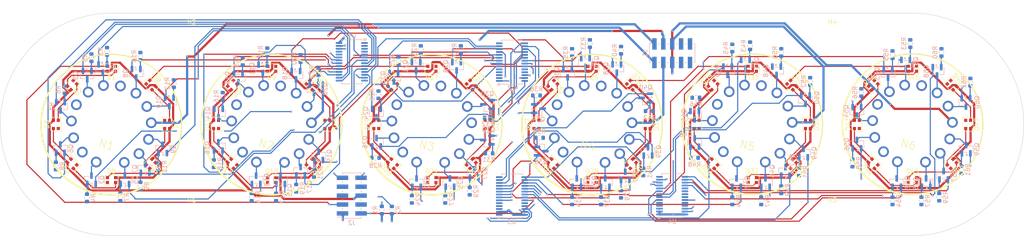
<source format=kicad_pcb>
(kicad_pcb (version 20241229) (generator "pcbnew") (generator_version "9.0")
  (layers (0 "F.Cu" signal) (4 "In1.Cu" signal) (6 "In2.Cu" signal) (2 "B.Cu" signal) (13 "F.Paste" user) (15 "B.Paste" user) (5 "F.SilkS" user "F.Silkscreen") (7 "B.SilkS" user "B.Silkscreen") (1 "F.Mask" user) (3 "B.Mask" user) (25 "Edge.Cuts" user))
  (net 0 "")
  (net 1 "/N1_D0")
  (net 2 "Net-(D1-DOUT)")
  (net 3 "/N1_D9")
  (net 4 "/N1_D5")
  (net 5 "/N1_D7")
  (net 6 "/N1_D8")
  (net 7 "/N1_D2")
  (net 8 "/N1_D3")
  (net 9 "/N1_D4")
  (net 10 "/N1_D1")
  (net 11 "/N1_D6")
  (net 12 "/N2_D0")
  (net 13 "/N2_D4")
  (net 14 "/N2_D3")
  (net 15 "/N2_D8")
  (net 16 "/N2_D2")
  (net 17 "/N2_D5")
  (net 18 "/N2_D9")
  (net 19 "/N2_D1")
  (net 20 "/N2_D6")
  (net 21 "/N2_D7")
  (net 22 "/N3_D3")
  (net 23 "/N3_D2")
  (net 24 "/N3_D8")
  (net 25 "/N3_D4")
  (net 26 "/N3_D9")
  (net 27 "/N3_D7")
  (net 28 "/N3_D6")
  (net 29 "/N3_D5")
  (net 30 "/N3_D0")
  (net 31 "/N3_D1")
  (net 32 "/N4_D0")
  (net 33 "/N4_D4")
  (net 34 "/N4_D8")
  (net 35 "/N4_D1")
  (net 36 "/N4_D3")
  (net 37 "/N4_D2")
  (net 38 "/N4_D9")
  (net 39 "/N4_D7")
  (net 40 "/N4_D5")
  (net 41 "/N4_D6")
  (net 42 "/N5_D3")
  (net 43 "/N5_D9")
  (net 44 "/N5_D8")
  (net 45 "/N5_D6")
  (net 46 "/N5_D0")
  (net 47 "/N5_D4")
  (net 48 "/N5_D1")
  (net 49 "/N5_D7")
  (net 50 "/N5_D5")
  (net 51 "/N5_D2")
  (net 52 "/N6_D1")
  (net 53 "/N6_D4")
  (net 54 "/N6_D3")
  (net 55 "/N6_D9")
  (net 56 "/N6_D8")
  (net 57 "/N6_D0")
  (net 58 "/N6_D5")
  (net 59 "/N6_D2")
  (net 60 "/N6_D6")
  (net 61 "/N6_D7")
  (net 62 "GND")
  (net 63 "+5V")
  (net 64 "DI")
  (net 65 "Net-(D2-DOUT)")
  (net 66 "Net-(D3-DOUT)")
  (net 67 "Net-(D4-DOUT)")
  (net 68 "Net-(D5-DOUT)")
  (net 69 "Net-(D6-DOUT)")
  (net 70 "Net-(D7-DOUT)")
  (net 71 "Net-(D8-DOUT)")
  (net 72 "Net-(D10-DIN)")
  (net 73 "Net-(D10-DOUT)")
  (net 74 "Net-(D11-DOUT)")
  (net 75 "Net-(D12-DOUT)")
  (net 76 "Net-(D13-DOUT)")
  (net 77 "Net-(D14-DOUT)")
  (net 78 "Net-(D15-DOUT)")
  (net 79 "Net-(D16-DOUT)")
  (net 80 "Net-(D17-DOUT)")
  (net 81 "Net-(D18-DOUT)")
  (net 82 "Net-(D19-DOUT)")
  (net 83 "Net-(D20-DOUT)")
  (net 84 "Net-(D43-DOUT)")
  (net 85 "Net-(D44-DOUT)")
  (net 86 "Net-(D45-DOUT)")
  (net 87 "Net-(D46-DOUT)")
  (net 88 "ANODE2")
  (net 89 "ANODE1")
  (net 90 "ANODE4")
  (net 91 "Net-(D47-DOUT)")
  (net 92 "ANODE6")
  (net 93 "ANODE3")
  (net 94 "ANODE5")
  (net 95 "~{OE}")
  (net 96 "SCL")
  (net 97 "+3V3")
  (net 98 "SDA")
  (net 99 "/N1_E0")
  (net 100 "/N1_B0")
  (net 101 "/N1_B1")
  (net 102 "/N1_E1")
  (net 103 "/N1_E2")
  (net 104 "/N1_B2")
  (net 105 "/N1_B3")
  (net 106 "/N1_E3")
  (net 107 "/N1_B4")
  (net 108 "/N1_E4")
  (net 109 "/N1_B5")
  (net 110 "/N1_E5")
  (net 111 "/N1_B6")
  (net 112 "/N1_E6")
  (net 113 "/N1_B7")
  (net 114 "/N1_E7")
  (net 115 "/N1_E8")
  (net 116 "/N1_B8")
  (net 117 "/N1_E9")
  (net 118 "/N1_B9")
  (net 119 "/N2_E0")
  (net 120 "/N2_B0")
  (net 121 "/N2_E1")
  (net 122 "/N2_B1")
  (net 123 "/N2_E2")
  (net 124 "/N2_B2")
  (net 125 "/N2_B3")
  (net 126 "/N2_E3")
  (net 127 "/N2_E4")
  (net 128 "/N2_B4")
  (net 129 "/N2_B5")
  (net 130 "/N2_E5")
  (net 131 "/N2_E6")
  (net 132 "/N2_B6")
  (net 133 "/N2_E7")
  (net 134 "/N2_B7")
  (net 135 "/N2_E8")
  (net 136 "/N2_B8")
  (net 137 "/N2_B9")
  (net 138 "/N2_E9")
  (net 139 "/N3_B0")
  (net 140 "/N3_E0")
  (net 141 "/N3_B1")
  (net 142 "/N3_E1")
  (net 143 "/N3_E2")
  (net 144 "/N3_B2")
  (net 145 "/N3_E3")
  (net 146 "/N3_B3")
  (net 147 "/N3_E4")
  (net 148 "/N3_B4")
  (net 149 "/N3_B5")
  (net 150 "/N3_E5")
  (net 151 "/N3_B6")
  (net 152 "/N3_E6")
  (net 153 "/N3_E7")
  (net 154 "/N3_B7")
  (net 155 "/N3_E8")
  (net 156 "/N3_B8")
  (net 157 "/N3_B9")
  (net 158 "/N3_E9")
  (net 159 "/N4_E0")
  (net 160 "/N4_B0")
  (net 161 "/N4_B1")
  (net 162 "/N4_E1")
  (net 163 "/N4_E2")
  (net 164 "/N4_B2")
  (net 165 "/N4_B3")
  (net 166 "/N4_E3")
  (net 167 "/N4_B4")
  (net 168 "/N4_E4")
  (net 169 "/N4_E5")
  (net 170 "/N4_B5")
  (net 171 "/N4_E6")
  (net 172 "/N4_B6")
  (net 173 "/N4_E7")
  (net 174 "/N4_B7")
  (net 175 "/N4_B8")
  (net 176 "/N4_E8")
  (net 177 "/N4_E9")
  (net 178 "/N4_B9")
  (net 179 "/N5_B0")
  (net 180 "/N5_E0")
  (net 181 "/N5_B1")
  (net 182 "/N5_E1")
  (net 183 "/N5_E2")
  (net 184 "/N5_B2")
  (net 185 "/N5_B3")
  (net 186 "/N5_E3")
  (net 187 "/N5_E4")
  (net 188 "/N5_B4")
  (net 189 "/N5_E5")
  (net 190 "/N5_B5")
  (net 191 "/N5_B6")
  (net 192 "/N5_E6")
  (net 193 "/N5_B7")
  (net 194 "/N5_E7")
  (net 195 "/N5_E8")
  (net 196 "/N5_B8")
  (net 197 "/N5_E9")
  (net 198 "/N5_B9")
  (net 199 "/N6_B0")
  (net 200 "/N6_E0")
  (net 201 "/N6_E1")
  (net 202 "/N6_B1")
  (net 203 "/N6_E2")
  (net 204 "/N6_B2")
  (net 205 "/N6_B3")
  (net 206 "/N6_E3")
  (net 207 "/N6_E4")
  (net 208 "/N6_B4")
  (net 209 "/N6_B5")
  (net 210 "/N6_E5")
  (net 211 "/N6_E6")
  (net 212 "/N6_B6")
  (net 213 "/N6_B7")
  (net 214 "/N6_E7")
  (net 215 "/N6_B8")
  (net 216 "/N6_E8")
  (net 217 "/N6_E9")
  (net 218 "/N6_B9")
  (net 224 "Net-(D21-DOUT)")
  (net 225 "Net-(D22-DOUT)")
  (net 226 "Net-(D23-DOUT)")
  (net 227 "Net-(D24-DOUT)")
  (net 228 "Net-(D25-DOUT)")
  (net 229 "Net-(D26-DOUT)")
  (net 230 "Net-(D27-DOUT)")
  (net 231 "Net-(D29-DOUT)")
  (net 232 "Net-(D28-DOUT)")
  (net 233 "Net-(D30-DOUT)")
  (net 234 "Net-(D31-DOUT)")
  (net 235 "Net-(D32-DOUT)")
  (net 236 "Net-(D33-DOUT)")
  (net 237 "Net-(D34-DOUT)")
  (net 238 "Net-(D35-DOUT)")
  (net 239 "Net-(D36-DOUT)")
  (net 240 "Net-(D37-DOUT)")
  (net 241 "Net-(D38-DOUT)")
  (net 242 "Net-(D39-DOUT)")
  (net 243 "Net-(D40-DOUT)")
  (net 244 "Net-(D41-DOUT)")
  (net 245 "Net-(D42-DOUT)")
  (footprint "LED_SMD:LED_WS2812B-2020_PLCC4_2.0x2.0mm" (layer "F.Cu") (at 242.838834 142.161166 -45)
    (property "Reference" "D40")
    (property "Value" "WS2812B-2020")
  )
  (footprint "nixies-us:nixies-us-IN-4-DSUB" (layer "F.Cu") (at 270.03302 150.91364 -13.51)
    (property "Reference" "N6")
    (property "Value" "IN-4" (hide yes))
  )
  (footprint "LED_SMD:LED_WS2812B-2020_PLCC4_2.0x2.0mm" (layer "F.Cu") (at 261.161166 142.161166 -135)
    (property "Reference" "D42")
    (property "Value" "WS2812B-2020")
  )
  (footprint "LED_SMD:LED_WS2812B-2020_PLCC4_2.0x2.0mm" (layer "F.Cu") (at 117.161166 142.161166 -135)
    (property "Reference" "D10")
    (property "Value" "WS2812B-2020")
  )
  (footprint "LED_SMD:LED_WS2812B-2020_PLCC4_2.0x2.0mm" (layer "F.Cu") (at 278.838834 159.838834 45)
    (property "Reference" "D46")
    (property "Value" "WS2812B-2020")
  )
  (footprint "LED_SMD:LED_WS2812B-2020_PLCC4_2.0x2.0mm" (layer "F.Cu") (at 149.5 151 90)
    (property "Reference" "D19")
    (property "Value" "WS2812B-2020")
  )
  (footprint "LED_SMD:LED_WS2812B-2020_PLCC4_2.0x2.0mm" (layer "F.Cu") (at 278.838834 142.161166 -45)
    (property "Reference" "D48")
    (property "Value" "WS2812B-2020")
  )
  (footprint "LED_SMD:LED_WS2812B-2020_PLCC4_2.0x2.0mm" (layer "F.Cu") (at 113.5 151 90)
    (property "Reference" "D11")
    (property "Value" "WS2812B-2020")
  )
  (footprint "LED_SMD:LED_WS2812B-2020_PLCC4_2.0x2.0mm" (layer "F.Cu") (at 225.161166 159.838834 135)
    (property "Reference" "D36")
    (property "Value" "WS2812B-2020")
  )
  (footprint "LED_SMD:LED_WS2812B-2020_PLCC4_2.0x2.0mm" (layer "F.Cu") (at 246.5 151 -90)
    (property "Reference" "D39")
    (property "Value" "WS2812B-2020")
  )
  (footprint "LED_SMD:LED_WS2812B-2020_PLCC4_2.0x2.0mm" (layer "F.Cu") (at 210.5 151 -90)
    (property "Reference" "D31")
    (property "Value" "WS2812B-2020")
  )
  (footprint "MountingHole:MountingHole_3.2mm_M3_DIN965" (layer "F.Cu") (at 108 171)
    (property "Reference" "H1")
    (property "Value" "MountingHole")
  )
  (footprint "LED_SMD:LED_WS2812B-2020_PLCC4_2.0x2.0mm" (layer "F.Cu") (at 234 163.5)
    (property "Reference" "D37")
    (property "Value" "WS2812B-2020")
  )
  (footprint "LED_SMD:LED_WS2812B-2020_PLCC4_2.0x2.0mm" (layer "F.Cu") (at 162 163.5)
    (property "Reference" "D21")
    (property "Value" "WS2812B-2020")
  )
  (footprint "LED_SMD:LED_WS2812B-2020_PLCC4_2.0x2.0mm" (layer "F.Cu") (at 282.5 151 -90)
    (property "Reference" "D47")
    (property "Value" "WS2812B-2020")
  )
  (footprint "LED_SMD:LED_WS2812B-2020_PLCC4_2.0x2.0mm" (layer "F.Cu") (at 102.5 151 -90)
    (property "Reference" "D7")
    (property "Value" "WS2812B-2020")
  )
  (footprint "LED_SMD:LED_WS2812B-2020_PLCC4_2.0x2.0mm" (layer "F.Cu") (at 198 138.5 180)
    (property "Reference" "D25")
    (property "Value" "WS2812B-2020")
  )
  (footprint "MountingHole:MountingHole_3.2mm_M3_DIN965" (layer "F.Cu") (at 252 171)
    (property "Reference" "H3")
    (property "Value" "MountingHole")
  )
  (footprint "LED_SMD:LED_WS2812B-2020_PLCC4_2.0x2.0mm" (layer "F.Cu") (at 234 138.5 180)
    (property "Reference" "D33")
    (property "Value" "WS2812B-2020")
  )
  (footprint "nixies-us:nixies-us-IN-4-DSUB" (layer "F.Cu") (at 126 151 -13.51)
    (property "Reference" "N2")
    (property "Value" "IN-4" (hide yes))
  )
  (footprint "MountingHole:MountingHole_3.2mm_M3_DIN965" (layer "F.Cu") (at 108 131)
    (property "Reference" "H2")
    (property "Value" "MountingHole")
  )
  (footprint "LED_SMD:LED_WS2812B-2020_PLCC4_2.0x2.0mm" (layer "F.Cu") (at 170.838834 142.161166 -45)
    (property "Reference" "D24")
    (property "Value" "WS2812B-2020")
  )
  (footprint "LED_SMD:LED_WS2812B-2020_PLCC4_2.0x2.0mm" (layer "F.Cu") (at 153.161166 142.161166 -135)
    (property "Reference" "D18")
    (property "Value" "WS2812B-2020")
  )
  (footprint "LED_SMD:LED_WS2812B-2020_PLCC4_2.0x2.0mm" (layer "F.Cu") (at 117.161166 159.838834 135)
    (property "Reference" "D12")
    (property "Value" "WS2812B-2020")
  )
  (footprint "LED_SMD:LED_WS2812B-2020_PLCC4_2.0x2.0mm" (layer "F.Cu") (at 81.161166 142.161166 -135)
    (property "Reference" "D2")
    (property "Value" "WS2812B-2020")
  )
  (footprint "nixies-us:nixies-us-IN-4-DSUB" (layer "F.Cu") (at 234.03302 150.91364 -13.51)
    (property "Reference" "N5")
    (property "Value" "IN-4" (hide yes))
  )
  (footprint "nixies-us:nixies-us-IN-4-DSUB" (layer "F.Cu") (at 90 151 -13.51)
    (property "Reference" "N1")
    (property "Value" "IN-4" (hide yes))
  )
  (footprint "LED_SMD:LED_WS2812B-2020_PLCC4_2.0x2.0mm" (layer "F.Cu") (at 162 138.5 180)
    (property "Reference" "D17")
    (property "Value" "WS2812B-2020")
  )
  (footprint "nixies-us:nixies-us-IN-4-DSUB" (layer "F.Cu") (at 162 151 -13.51)
    (property "Reference" "N3")
    (property "Value" "IN-4" (hide yes))
  )
  (footprint "LED_SMD:LED_WS2812B-2020_PLCC4_2.0x2.0mm" (layer "F.Cu") (at 90 138.5 180)
    (property "Reference" "D1")
    (property "Value" "WS2812B-2020")
  )
  (footprint "LED_SMD:LED_WS2812B-2020_PLCC4_2.0x2.0mm" (layer "F.Cu") (at 153.161166 159.838834 135)
    (property "Reference" "D20")
    (property "Value" "WS2812B-2020")
  )
  (footprint "LED_SMD:LED_WS2812B-2020_PLCC4_2.0x2.0mm" (layer "F.Cu") (at 225.161166 142.161166 -135)
    (property "Reference" "D34")
    (property "Value" "WS2812B-2020")
  )
  (footprint "LED_SMD:LED_WS2812B-2020_PLCC4_2.0x2.0mm" (layer "F.Cu") (at 185.5 151 90)
    (property "Reference" "D27")
    (property "Value" "WS2812B-2020")
  )
  (footprint "LED_SMD:LED_WS2812B-2020_PLCC4_2.0x2.0mm" (layer "F.Cu") (at 261.161166 159.838834 135)
    (property "Reference" "D44")
    (property "Value" "WS2812B-2020")
  )
  (footprint "LED_SMD:LED_WS2812B-2020_PLCC4_2.0x2.0mm" (layer "F.Cu") (at 170.838834 159.838834 45)
    (property "Reference" "D22")
    (property "Value" "WS2812B-2020")
  )
  (footprint "LED_SMD:LED_WS2812B-2020_PLCC4_2.0x2.0mm" (layer "F.Cu") (at 221.5 151 90)
    (property "Reference" "D35")
    (property "Value" "WS2812B-2020")
  )
  (footprint "LED_SMD:LED_WS2812B-2020_PLCC4_2.0x2.0mm" (layer "F.Cu") (at 90 163.5)
    (property "Reference" "D5")
    (property "Value" "WS2812B-2020")
  )
  (footprint "LED_SMD:LED_WS2812B-2020_PLCC4_2.0x2.0mm" (layer "F.Cu") (at 126 138.5 180)
    (property "Reference" "D9")
    (property "Value" "WS2812B-2020")
  )
  (footprint "LED_SMD:LED_WS2812B-2020_PLCC4_2.0x2.0mm" (layer "F.Cu") (at 81.161166 159.838834 135)
    (property "Reference" "D4")
    (property "Value" "WS2812B-2020")
  )
  (footprint "LED_SMD:LED_WS2812B-2020_PLCC4_2.0x2.0mm" (layer "F.Cu") (at 206.838834 159.838834 45)
    (property "Reference" "D30")
    (property "Value" "WS2812B-2020")
  )
  (footprint "LED_SMD:LED_WS2812B-2020_PLCC4_2.0x2.0mm" (layer "F.Cu") (at 242.838834 159.838834 45)
    (property "Reference" "D38")
    (property "Value" "WS2812B-2020")
  )
  (footprint "LED_SMD:LED_WS2812B-2020_PLCC4_2.0x2.0mm" (layer "F.Cu") (at 98.838834 159.838834 45)
    (property "Reference" "D6")
    (property "Value" "WS2812B-2020")
  )
  (footprint "LED_SMD:LED_WS2812B-2020_PLCC4_2.0x2.0mm" (layer "F.Cu") (at 98.838834 142.161166 -45)
    (property "Reference" "D8")
    (property "Value" "WS2812B-2020")
  )
  (footprint "LED_SMD:LED_WS2812B-2020_PLCC4_2.0x2.0mm" (layer "F.Cu") (at 134.838834 142.161166 -45)
    (property "Reference" "D16")
    (property "Value" "WS2812B-2020")
  )
  (footprint "LED_SMD:LED_WS2812B-2020_PLCC4_2.0x2.0mm" (layer "F.Cu") (at 257.5 151 90)
    (property "Reference" "D43")
    (property "Value" "WS2812B-2020")
  )
  (footprint "MountingHole:MountingHole_3.2mm_M3_DIN965" (layer "F.Cu") (at 252 131)
    (property "Reference" "H4")
    (property "Value" "MountingHole")
  )
  (footprint "nixies-us:nixies-us-IN-4-DSUB" (layer "F.Cu") (at 198.03302 151 -13.51)
    (property "Reference" "N4")
    (property "Value" "IN-4" (hide yes))
  )
  (footprint "LED_SMD:LED_WS2812B-2020_PLCC4_2.0x2.0mm" (layer "F.Cu") (at 270 138.5 180)
    (property "Reference" "D41")
    (property "Value" "WS2812B-2020")
  )
  (footprint "LED_SMD:LED_WS2812B-2020_PLCC4_2.0x2.0mm" (layer "F.Cu") (at 174.5 151 -90)
    (property "Reference" "D23")
    (property "Value" "WS2812B-2020")
  )
  (footprint "LED_SMD:LED_WS2812B-2020_PLCC4_2.0x2.0mm" (layer "F.Cu") (at 206.838834 142.161166 -45)
    (property "Reference" "D32")
    (property "Value" "WS2812B-2020")
  )
  (footprint "LED_SMD:LED_WS2812B-2020_PLCC4_2.0x2.0mm" (layer "F.Cu") (at 198 163.5)
    (property "Reference" "D29")
    (property "Value" "WS2812B-2020")
  )
  (footprint "LED_SMD:LED_WS2812B-2020_PLCC4_2.0x2.0mm" (layer "F.Cu") (at 77.5 151 90)
    (property "Reference" "D3")
    (property "Value" "WS2812B-2020")
  )
  (footprint "LED_SMD:LED_WS2812B-2020_PLCC4_2.0x2.0mm" (layer "F.Cu") (at 189.161166 142.161166 -135)
    (property "Reference" "D26")
    (property "Value" "WS2812B-2020")
  )
  (footprint "LED_SMD:LED_WS2812B-2020_PLCC4_2.0x2.0mm" (layer "F.Cu") (at 270 163.5)
    (property "Reference" "D45")
    (property "Value" "WS2812B-2020")
  )
  (footprint "LED_SMD:LED_WS2812B-2020_PLCC4_2.0x2.0mm" (layer "F.Cu") (at 189.161166 159.838834 135)
    (property "Reference" "D28")
    (property "Value" "WS2812B-2020")
  )
  (footprint "LED_SMD:LED_WS2812B-2020_PLCC4_2.0x2.0mm" (layer "F.Cu") (at 138.5 151 -90)
    (property "Reference" "D15")
    (property "Value" "WS2812B-2020")
  )
  (footprint "LED_SMD:LED_WS2812B-2020_PLCC4_2.0x2.0mm" (layer "F.Cu") (at 126 163.5)
    (property "Reference" "D13")
    (property "Value" "WS2812B-2020")
  )
  (footprint "LED_SMD:LED_WS2812B-2020_PLCC4_2.0x2.0mm" (layer "F.Cu") (at 134.838834 159.838834 45)
    (property "Reference" "D14")
    (property "Value" "WS2812B-2020")
  )
  (footprint "Package_TO_SOT_SMD:SOT-23" (layer "B.Cu") (at 232.45 137.4375 -90)
    (property "Reference" "Q41")
    (property "Value" "MMBTA42")
  )
  (footprint "Package_TO_SOT_SMD:SOT-23" (layer "B.Cu") (at 97.55 160.9375 90)
    (property "Reference" "Q7")
    (property "Value" "MMBTA42")
  )
  (footprint "Package_TO_SOT_SMD:SOT-23" (layer "B.Cu") (at 122.5 163.4375 90)
    (property "Reference" "Q12")
    (property "Value" "MMBTA42")
  )
  (footprint "Resistor_SMD:R_0603_1608Metric" (layer "B.Cu") (at 265.5 135.325 -90)
    (property "Reference" "R55")
    (property "Value" "68k")
  )
  (footprint "Package_TO_SOT_SMD:SOT-23" (layer "B.Cu") (at 118.5 140.5625 -90)
    (property "Reference" "Q13")
    (property "Value" "MMBTA42")
  )
  (footprint "Package_TO_SOT_SMD:SOT-23" (layer "B.Cu") (at 282.05 156.5625 90)
    (property "Reference" "Q59")
    (property "Value" "MMBTA42")
  )
  (footprint "Resistor_SMD:R_0603_1608Metric" (layer "B.Cu") (at 265.5 168.175 90)
    (property "Reference" "R54")
    (property "Value" "68k")
  )
  (footprint "Package_TO_SOT_SMD:SOT-23" (layer "B.Cu") (at 174.4875 146.5 180)
    (property "Reference" "Q30")
    (property "Value" "MMBTA42")
  )
  (footprint "Package_TO_SOT_SMD:SOT-23" (layer "B.Cu") (at 136.55 158.0625 90)
    (property "Reference" "Q19")
    (property "Value" "MMBTA42")
  )
  (footprint "Resistor_SMD:R_0603_1608Metric" (layer "B.Cu") (at 135.5 162 90)
    (property "Reference" "R21")
    (property "Value" "68k")
  )
  (footprint "Resistor_SMD:R_0603_1608Metric" (layer "B.Cu") (at 200 168.175 90)
    (property "Reference" "R37")
    (property "Value" "68k")
  )
  (footprint "Package_TO_SOT_SMD:SOT-23" (layer "B.Cu") (at 273.05 164.0625 90)
    (property "Reference" "Q55")
    (property "Value" "MMBTA42")
  )
  (footprint "Resistor_SMD:R_0603_1608Metric" (layer "B.Cu") (at 132.5 136.175 -90)
    (property "Reference" "R20")
    (property "Value" "68k")
  )
  (footprint "Package_TO_SOT_SMD:SOT-23" (layer "B.Cu") (at 95.55 139.5 -90)
    (property "Reference" "Q8")
    (property "Value" "MMBTA42")
  )
  (footprint "Package_SO:TSSOP-28_4.4x9.7mm_P0.65mm" (layer "B.Cu") (at 180 137)
    (property "Reference" "U2")
    (property "Value" "PCA9685PW")
  )
  (footprint "Resistor_SMD:R_0603_1608Metric" (layer "B.Cu") (at 104 141.825 -90)
    (property "Reference" "R12")
    (property "Value" "68k")
  )
  (footprint "Resistor_SMD:R_0603_1608Metric" (layer "B.Cu") (at 209.5 161.675 90)
    (property "Reference" "R41")
    (property "Value" "68k")
  )
  (footprint "Connector_PinHeader_2.00mm:PinHeader_2x05_P2.00mm_Vertical_SMD" (layer "B.Cu") (at 144 167)
    (property "Reference" "J2")
    (property "Value" "Conn_02x05_Counter_Clockwise")
  )
  (footprint "Resistor_SMD:R_0603_1608Metric" (layer "B.Cu") (at 229.5 168.175 90)
    (property "Reference" "R44")
    (property "Value" "68k")
  )
  (footprint "Package_TO_SOT_SMD:SOT-23" (layer "B.Cu") (at 210.55 157.0625 90)
    (property "Reference" "Q39")
    (property "Value" "MMBTA42")
  )
  (footprint "Resistor_SMD:R_0603_1608Metric" (layer "B.Cu") (at 89 134.575 -90)
    (property "Reference" "R3")
    (property "Value" "68k")
  )
  (footprint "Resistor_SMD:R_0603_1608Metric" (layer "B.Cu") (at 240.5 165.675 90)
    (property "Reference" "R49")
    (property "Value" "68k")
  )
  (footprint "Resistor_SMD:R_0603_1608Metric" (layer "B.Cu") (at 157.5 167.825 90)
    (property "Reference" "R24")
    (property "Value" "68k")
  )
  (footprint "Package_TO_SOT_SMD:SOT-23" (layer "B.Cu") (at 153.45 140.4375 -90)
    (property "Reference" "Q23")
    (property "Value" "MMBTA42")
  )
  (footprint "Package_TO_SOT_SMD:SOT-23" (layer "B.Cu") (at 135.5 143 -90)
    (property "Reference" "Q20")
    (property "Value" "MMBTA42")
  )
  (footprint "Resistor_SMD:R_0603_1608Metric" (layer "B.Cu") (at 197.5 132.825 -90)
    (property "Reference" "R33")
    (property "Value" "68k")
  )
  (footprint "Resistor_SMD:R_0603_1608Metric" (layer "B.Cu") (at 92 167.325 90)
    (property "Reference" "R7")
    (property "Value" "68k" (hide yes))
  )
  (footprint "Package_TO_SOT_SMD:SOT-23" (layer "B.Cu") (at 166.05 164.0625 90)
    (property "Reference" "Q25")
    (property "Value" "MMBTA42")
  )
  (footprint "Package_TO_SOT_SMD:SOT-23" (layer "B.Cu") (at 203.55 138.4375 -90)
    (property "Reference" "Q38")
    (property "Value" "MMBTA42")
  )
  (footprint "Package_TO_SOT_SMD:SOT-23" (layer "B.Cu") (at 101.5 156.5 90)
    (property "Reference" "Q9")
    (property "Value" "MMBTA42")
  )
  (footprint "Package_TO_SOT_SMD:SOT-23" (layer "B.Cu") (at 196.5 137.0625 -90)
    (property "Reference" "Q31")
    (property "Value" "MMBTA42")
  )
  (footprint "Package_TO_SOT_SMD:SOT-23" (layer "B.Cu") (at 221.05 148.9375 -90)
    (property "Reference" "Q44")
    (property "Value" "MMBTA42")
  )
  (footprint "Resistor_SMD:R_0603_1608Metric" (layer "B.Cu") (at 281 161.195 90)
    (property "Reference" "R61")
    (property "Value" "68k")
  )
  (footprint "Package_SO:TSSOP-28_4.4x9.7mm_P0.65mm" (layer "B.Cu") (at 216 167)
    (property "Reference" "U4")
    (property "Value" "PCA9685PW")
  )
  (footprint "Package_TO_SOT_SMD:SOT-23" (layer "B.Cu") (at 186.5625 157)
    (property "Reference" "Q36")
    (property "Value" "MMBTA42")
  )
  (footprint "Package_TO_SOT_SMD:SOT-23" (layer "B.Cu") (at 132.5 161.5 90)
    (property "Reference" "Q17")
    (property "Value" "MMBTA42")
  )
  (footprint "Package_SO:TSSOP-28_4.4x9.7mm_P0.65mm" (layer "B.Cu") (at 144 136.925 180)
    (property "Reference" "U1")
    (property "Value" "PCA9685PW")
  )
  (footprint "Package_TO_SOT_SMD:SOT-23" (layer "B.Cu") (at 245.95 145.4375 -90)
    (property "Reference" "Q50")
    (property "Value" "MMBTA42")
  )
  (footprint "Package_TO_SOT_SMD:SOT-23" (layer "B.Cu") (at 192.5 139.5 -90)
    (property "Reference" "Q33")
    (property "Value" "MMBTA42")
  )
  (footprint "Package_SO:TSSOP-28_4.4x9.7mm_P0.65mm" (layer "B.Cu") (at 180 167.075)
    (property "Reference" "U3")
    (property "Value" "PCA9685PW")
  )
  (footprint "Resistor_SMD:R_0603_1608Metric" (layer "B.Cu") (at 125 134.675 -90)
    (property "Reference" "R13")
    (property "Value" "68k")
  )
  (footprint "Package_TO_SOT_SMD:SOT-23" (layer "B.Cu") (at 85.5 163.4375 90)
    (property "Reference" "Q2")
    (property "Value" "MMBTA42")
  )
  (footprint "Package_TO_SOT_SMD:SOT-23" (layer "B.Cu") (at 78.55 146.9375 -90)
    (property "Reference" "Q4")
    (property "Value" "MMBTA42")
  )
  (footprint "Resistor_SMD:R_0603_1608Metric" (layer "B.Cu") (at 174.675 149.5)
    (property "Reference" "R32")
    (property "Value" "68k")
  )
  (footprint "Resistor_SMD:R_0603_1608Metric" (layer "B.Cu") (at 153 170.25 90)
    (property "Reference" "R2")
    (property "Value" "2.2k")
  )
  (footprint "Resistor_SMD:R_0603_1608Metric" (layer "B.Cu") (at 159.5 134.175 -90)
    (property "Reference" "R23")
    (property "Value" "68k")
  )
  (footprint "Package_TO_SOT_SMD:SOT-23" (layer "B.Cu") (at 221.05 155.0625 90)
    (property "Reference" "Q46")
    (property "Value" "MMBTA42")
  )
  (footprint "Package_TO_SOT_SMD:SOT-23" (layer "B.Cu") (at 266.45 164.0625 90)
    (property "Reference" "Q52")
    (property "Value" "MMBTA42")
  )
  (footprint "Resistor_SMD:R_0603_1608Metric" (layer "B.Cu") (at 276.5 134.825 -90)
    (property "Reference" "R60")
    (property "Value" "68k")
  )
  (footprint "Resistor_SMD:R_0603_1608Metric" (layer "B.Cu") (at 283 141.5 -90)
    (property "Reference" "R62")
    (property "Value" "68k")
  )
  (footprint "Package_TO_SOT_SMD:SOT-23" (layer "B.Cu") (at 268.45 137.4375 -90)
    (property "Reference" "Q51")
    (property "Value" "MMBTA42")
  )
  (footprint "Package_TO_SOT_SMD:SOT-23" (layer "B.Cu") (at 194.55 164.0625 90)
    (property "Reference" "Q32")
    (property "Value" "MMBTA42")
  )
  (footprint "Package_TO_SOT_SMD:SOT-23" (layer "B.Cu") (at 241.45 161.5625 90)
    (property "Reference" "Q47")
    (property "Value" "MMBTA42")
  )
  (footprint "Package_TO_SOT_SMD:SOT-23" (layer "B.Cu") (at 149.55 155 90)
    (property "Reference" "Q26")
    (property "Value" "MMBTA42")
  )
  (footprint "Package_TO_SOT_SMD:SOT-23" (layer "B.Cu") (at 257.5 148.0625 -90)
    (property "Reference" "Q54")
    (property "Value" "MMBTA42")
  )
  (footprint "Resistor_SMD:R_0603_1608Metric" (layer "B.Cu") (at 210.825 148 180)
    (property "Reference" "R42")
    (property "Value" "68k")
  )
  (footprint "Resistor_SMD:R_0603_1608Metric" (layer "B.Cu") (at 85.5 136 -90)
    (property "Reference" "R5")
    (property "Value" "68k")
  )
  (footprint "Package_TO_SOT_SMD:SOT-23" (layer "B.Cu") (at 174.4375 154.5 180)
    (property "Reference" "Q29")
    (property "Value" "MMBTA42")
  )
  (footprint "Package_TO_SOT_SMD:SOT-23" (layer "B.Cu") (at 149.55 148.4375 -90)
    (property "Reference" "Q24")
    (property "Value" "MMBTA42")
  )
  (footprint "Package_TO_SOT_SMD:SOT-23" (layer "B.Cu") (at 84.55 139.9375 -90)
    (property "Reference" "Q3")
    (property "Value" "MMBTA42")
  )
  (footprint "Resistor_SMD:R_0603_1608Metric" (layer "B.Cu") (at 119.5 136.825 -90)
    (property "Reference" "R15")
    (property "Value" "68k")
  )
  (footprint "Package_TO_SOT_SMD:SOT-23" (layer "B.Cu") (at 245.5 157.4375 90)
    (property "Reference" "Q49")
    (property "Value" "MMBTA42")
  )
  (footprint "Resistor_SMD:R_0603_1608Metric" (layer "B.Cu") (at 131.5 165.325 90)
    (property "Reference" "R19")
    (property "Value" "68k")
  )
  (footprint "Package_TO_SOT_SMD:SOT-23" (layer "B.Cu") (at 131.45 139.9375 -90)
    (property "Reference" "Q18")
    (property "Value" "MMBTA42")
  )
  (footprint "Package_TO_SOT_SMD:SOT-23" (layer "B.Cu") (at 275.5 139.0625 -90)
    (property "Reference" "Q58")
    (property "Value" "MMBTA42")
  )
  (footprint "Resistor_SMD:R_0603_1608Metric" (layer "B.Cu") (at 165 167.825 90)
    (property "Reference" "R27")
    (property "Value" "68k")
  )
  (footprint "Resistor_SMD:R_0603_1608Metric" (layer "B.Cu") (at 168.5 134.175 -90)
    (property "Reference" "R30")
    (property "Value" "68k")
  )
  (footprint "Package_TO_SOT_SMD:SOT-23" (layer "B.Cu") (at 128 163.4375 90)
    (property "Reference" "Q15")
    (property "Value" "MMBTA42")
  )
  (footprint "Resistor_SMD:R_0603_1608Metric" (layer "B.Cu") (at 127 167.325 90)
    (property "Reference" "R17")
    (property "Value" "68k")
  )
  (footprint "Resistor_SMD:R_0603_1608Metric" (layer "B.Cu") (at 84.5 167.5 90)
    (property "Reference" "R4")
    (property "Value" "68k")
  )
  (footprint "Package_TO_SOT_SMD:SOT-23" (layer "B.Cu") (at 114.05 148.4375 -90)
    (property "Reference" "Q14")
    (property "Value" "MMBTA42")
  )
  (footprint "Package_TO_SOT_SMD:SOT-23" (layer "B.Cu") (at 228.45 138.9375 -90)
    (property "Reference" "Q43")
    (property "Value" "MMBTA42")
  )
  (footprint "Resistor_SMD:R_0603_1608Metric" (layer "B.Cu") (at 221.325 145)
    (property "Reference" "R46")
    (property "Value" "68k")
  )
  (footprint "Resistor_SMD:R_0603_1608Metric" (layer "B.Cu") (at 115 144.675 -90)
    (property "Reference" "R16")
    (property "Value" "68k")
  )
  (footprint "Package_TO_SOT_SMD:SOT-23" (layer "B.Cu") (at 185.9375 147.45)
    (property "Reference" "Q34")
    (property "Value" "MMBTA42")
  )
  (footprint "Package_TO_SOT_SMD:SOT-23" (layer "B.Cu") (at 93 163.4375 90)
    (property "Reference" "Q5")
    (property "Value" "MMBTA42")
  )
  (footprint "Resistor_SMD:R_0603_1608Metric" (layer "B.Cu") (at 272 168.175 90)
    (property "Reference" "R57")
    (property "Value" "68k")
  )
  (footprint "Resistor_SMD:R_0603_1608Metric" (layer "B.Cu") (at 240.5 134.825 -90)
    (property "Reference" "R50")
    (property "Value" "68k")
  )
  (footprint "Package_TO_SOT_SMD:SOT-23" (layer "B.Cu") (at 171.5 162 90)
    (property "Reference" "Q27")
    (property "Value" "MMBTA42")
  )
  (footprint "Package_TO_SOT_SMD:SOT-23" (layer "B.Cu") (at 257.5 155.4375 90)
    (property "Reference" "Q56")
    (property "Value" "MMBTA42")
  )
  (footprint "Resistor_SMD:R_0603_1608Metric" (layer "B.Cu") (at 96.5 164.825 90)
    (property "Reference" "R9")
    (property "Value" "68k")
  )
  (footprint "Resistor_SMD:R_0603_1608Metric" (layer "B.Cu") (at 96.5 135.675 -90)
    (property "Reference" "R10")
    (property "Value" "68k")
  )
  (footprint "Package_TO_SOT_SMD:SOT-23" (layer "B.Cu") (at 210.0625 145.05 180)
    (property "Reference" "Q40")
    (property "Value" "MMBTA42")
  )
  (footprint "Resistor_SMD:R_0603_1608Metric" (layer "B.Cu") (at 154.5 136.675 -90)
    (property "Reference" "R25")
    (property "Value" "68k")
  )
  (footprint "Resistor_SMD:R_0603_1608Metric" (layer "B.Cu") (at 150 144.325 -90)
    (property "Reference" "R26")
    (property "Value" "68k")
  )
  (footprint "Package_TO_SOT_SMD:SOT-23" (layer "B.Cu") (at 264.5 139.5625 -90)
    (property "Reference" "Q53")
    (property "Value" "MMBTA42")
  )
  (footprint "Package_TO_SOT_SMD:SOT-23" (layer "B.Cu") (at 282 146.0625 -90)
    (property "Reference" "Q60")
    (property "Value" "MMBTA42")
  )
  (footprint "Resistor_SMD:R_0603_1608Metric" (layer "B.Cu") (at 204.5 166.675 90)
    (property "Reference" "R39")
    (property "Value" "68k")
  )
  (footprint "Resistor_SMD:R_0603_1608Metric" (layer "B.Cu") (at 79.5 143.175 -90)
    (property "Reference" "R6")
    (property "Value" "68k")
  )
  (footprint "Package_TO_SOT_SMD:SOT-23" (layer "B.Cu") (at 88.05 138.4375 -90)
    (property "Reference" "Q1")
    (property "Value" "MMBTA42")
  )
  (footprint "Resistor_SMD:R_0603_1608Metric" (layer "B.Cu") (at 236 168.175 90)
    (property "Reference" "R47")
    (property "Value" "68k")
  )
  (footprint "Resistor_SMD:R_0603_1608Metric" (layer "B.Cu") (at 229.5 133.825 -90)
    (property "Reference" "R45")
    (property "Value" "68k")
  )
  (footprint "Resistor_SMD:R_0603_1608Metric" (layer "B.Cu") (at 233.5 133.325 -90)
    (property "Reference" "R43")
    (property "Value" "68k")
  )
  (footprint "Resistor_SMD:R_0603_1608Metric" (layer "B.Cu") (at 150.75 170.25 90)
    (property "Reference" "R1")
    (property "Value" "2.2k")
  )
  (footprint "Resistor_SMD:R_0603_1608Metric" (layer "B.Cu") (at 149.325 158.5 180)
    (property "Reference" "R28")
    (property "Value" "68k")
  )
  (footprint "Resistor_SMD:R_0603_1608Metric" (layer "B.Cu") (at 193.5 168.175 90)
    (property "Reference" "R34")
    (property "Value" "68k")
  )
  (footprint "Resistor_SMD:R_0603_1608Metric" (layer "B.Cu") (at 136.5 139.175 -90)
    (property "Reference" "R22")
    (property "Value" "68k")
  )
  (footprint "Resistor_SMD:R_0603_1608Metric" (layer "B.Cu") (at 256.5 159.675 90)
    (property "Reference" "R58")
    (property "Value" "68k")
  )
  (footprint "Package_TO_SOT_SMD:SOT-23" (layer "B.Cu") (at 114 155.9375 90)
    (property "Reference" "Q16")
    (property "Value" "MMBTA42")
  )
  (footprint "Package_TO_SOT_SMD:SOT-23" (layer "B.Cu") (at 200.95 164.0625 90)
    (property "Reference" "Q35")
    (property "Value" "MMBTA42")
  )
  (footprint "Resistor_SMD:R_0603_1608Metric" (layer "B.Cu") (at 258.5 143.825 -90)
    (property "Reference" "R56")
    (property "Value" "68k")
  )
  (footprint "Resistor_SMD:R_0603_1608Metric" (layer "B.Cu") (at 121.5 167.325 90)
    (property "Reference" "R14")
    (property "Value" "68k")
  )
  (footprint "Package_TO_SOT_SMD:SOT-23" (layer "B.Cu") (at 205.45 162.5625 90)
    (property "Reference" "Q37")
    (property "Value" "MMBTA42")
  )
  (footprint "Connector_PinHeader_2.00mm:PinHeader_2x05_P2.00mm_Vertical_SMD" (layer "B.Cu") (at 216 135 -90)
    (property "Reference" "J1")
    (property "Value" "Conn_02x05_Counter_Clockwise")
  )
  (footprint "Resistor_SMD:R_0603_1608Metric" (layer "B.Cu") (at 186.175 154 180)
    (property "Reference" "R38")
    (property "Value" "68k")
  )
  (footprint "Package_TO_SOT_SMD:SOT-23" (layer "B.Cu") (at 236.95 164.0625 90)
    (property "Reference" "Q45")
    (property "Value" "MMBTA42")
  )
  (footprint "Package_TO_SOT_SMD:SOT-23" (layer "B.Cu") (at 239.45 138.9375 -90)
    (property "Reference" "Q48")
    (property "Value" "MMBTA42")
  )
  (footprint "Resistor_SMD:R_0603_1608Metric" (layer "B.Cu") (at 185.5 144.5 180)
    (property "Reference" "R36")
    (property "Value" "68k")
  )
  (footprint "Resistor_SMD:R_0603_1608Metric" (layer "B.Cu") (at 204.5 134.325 -90)
    (property "Reference" "R40")
    (property "Value" "68k")
  )
  (footprint "Package_TO_SOT_SMD:SOT-23" (layer "B.Cu") (at 158.45 137.9375 -90)
    (property "Reference" "Q21")
    (property "Value" "MMBTA42")
  )
  (footprint "Package_TO_SOT_SMD:SOT-23" (layer "B.Cu") (at 103 145.95 -90)
    (property "Reference" "Q10")
    (property "Value" "MMBTA42")
  )
  (footprint "Resistor_SMD:R_0603_1608Metric" (layer "B.Cu") (at 221 158.5 180)
    (property "Reference" "R48")
    (property "Value" "68k")
  )
  (footprint "Resistor_SMD:R_0603_1608Metric" (layer "B.Cu") (at 77.5 160.325 90)
    (property "Reference" "R8")
    (property "Value" "68k")
  )
  (footprint "Resistor_SMD:R_0603_1608Metric" (layer "B.Cu") (at 247 141.325 -90)
    (property "Reference" "R52")
    (property "Value" "68k")
  )
  (footprint "Package_TO_SOT_SMD:SOT-23" (layer "B.Cu") (at 230.45 164.0625 90)
    (property "Reference" "Q42")
    (property "Value" "MMBTA42")
  )
  (footprint "Resistor_SMD:R_0603_1608Metric" (layer "B.Cu") (at 113 159.825 90)
    (property "Reference" "R18")
    (property "Value" "68k")
  )
  (footprint "Resistor_SMD:R_0603_1608Metric" (layer "B.Cu") (at 174.825 157.5)
    (property "Reference" "R31")
    (property "Value" "68k")
  )
  (footprint "Resistor_SMD:R_0603_1608Metric" (layer "B.Cu") (at 100.5 160.5 90)
    (property "Reference" "R11")
    (property "Value" "68k")
  )
  (footprint "Resistor_SMD:R_0603_1608Metric" (layer "B.Cu") (at 269.5 132.825 -90)
    (property "Reference" "R53")
    (property "Value" "68k")
  )
  (footprint "Resistor_SMD:R_0603_1608Metric" (layer "B.Cu") (at 193.5 134.825 -90)
    (property "Reference" "R35")
    (property "Value" "68k")
  )
  (footprint "Package_TO_SOT_SMD:SOT-23" (layer "B.Cu") (at 277 162.4375 90)
    (property "Reference" "Q57")
    (property "Value" "MMBTA42")
  )
  (footprint "Package_TO_SOT_SMD:SOT-23" (layer "B.Cu") (at 124 138.5 -90)
    (property "Reference" "Q11")
    (property "Value" "MMBTA42")
  )
  (footprint "Package_TO_SOT_SMD:SOT-23" (layer "B.Cu") (at 78.5 156.4375 90)
    (property "Reference" "Q6")
    (property "Value" "MMBTA42")
  )
  (footprint "Package_TO_SOT_SMD:SOT-23" (layer "B.Cu") (at 158.55 164.0625 90)
    (property "Reference" "Q22")
    (property "Value" "MMBTA42")
  )
  (footprint "Resistor_SMD:R_0603_1608Metric" (layer "B.Cu") (at 276 167.325 90)
    (property "Reference" "R59")
    (property "Value" "68k")
  )
  (footprint "Package_TO_SOT_SMD:SOT-23" (layer "B.Cu") (at 167.55 137.9375 -90)
    (property "Reference" "Q28")
    (property "Value" "MMBTA42")
  )
  (footprint "Resistor_SMD:R_0603_1608Metric" (layer "B.Cu") (at 244.5 161.675 90)
    (property "Reference" "R51")
    (property "Value" "68k")
  )
  (footprint "Resistor_SMD:R_0603_1608Metric" (layer "B.Cu") (at 170.5 166 90)
    (property "Reference" "R29")
    (property "Value" "68k")
  )
  (gr_arc (start 270 126) (mid 295 151) (end 270 176) (stroke (width 0.1)) (layer "Edge.Cuts"))
  (gr_arc (start 90 176) (mid 65 151) (end 90 126) (stroke (width 0.1)) (layer "Edge.Cuts"))
  (gr_line (start 270 126) (end 90 126) (stroke (width 0.1)) (layer "Edge.Cuts"))
  (gr_line (start 270 176) (end 90 176) (stroke (width 0.1)) (layer "Edge.Cuts"))
  (segment (start 88.200856 139.525856) (end 88.05 139.375) (width 0.25) (layer "B.Cu") (net 1))
  (segment (start 88.200856 142.255444) (end 88.200856 139.525856) (width 0.25) (layer "B.Cu") (net 1))
  (segment (start 89.965 140) (end 81 140) (width 0.25) (layer "F.Cu") (net 2))
  (segment (start 80.125255 140.874745) (end 80.125255 142.41926) (width 0.25) (layer "F.Cu") (net 2))
  (segment (start 81 140) (end 80.125255 140.874745) (width 0.25) (layer "F.Cu") (net 2))
  (segment (start 90.915 139.05) (end 89.965 140) (width 0.25) (layer "F.Cu") (net 2))
  (segment (start 98.030316 146.8875) (end 97.948433 146.969383) (width 0.25) (layer "B.Cu") (net 3))
  (segment (start 103 146.8875) (end 98.030316 146.8875) (width 0.25) (layer "B.Cu") (net 3))
  (segment (start 78.5 155.5) (end 79.993628 154.006372) (width 0.25) (layer "B.Cu") (net 4))
  (segment (start 79.993628 154.006372) (end 81.485236 154.006372) (width 0.25) (layer "B.Cu") (net 4))
  (segment (start 95.55 140.4375) (end 95.55 143.935432) (width 0.25) (layer "B.Cu") (net 5))
  (segment (start 95.55 143.935432) (end 95.495612 143.98982) (width 0.25) (layer "B.Cu") (net 5))
  (segment (start 98.323099 154.358123) (end 100.295623 154.358123) (width 0.25) (layer "B.Cu") (net 6))
  (segment (start 100.295623 154.358123) (end 101.5 155.5625) (width 0.25) (layer "B.Cu") (net 6))
  (segment (start 84.55 143.508559) (end 84.771824 143.730383) (width 0.25) (layer "B.Cu") (net 7))
  (segment (start 84.55 140.875) (end 84.55 143.508559) (width 0.25) (layer "B.Cu") (net 7))
  (segment (start 78.55 147.875) (end 80.90137 150.22637) (width 0.25) (layer "B.Cu") (net 8))
  (segment (start 80.90137 150.22637) (end 80.995859 150.22637) (width 0.25) (layer "B.Cu") (net 8))
  (segment (start 93 162.5) (end 93 159.660905) (width 0.25) (layer "B.Cu") (net 9))
  (segment (start 93 159.660905) (end 92.877834 159.538739) (width 0.25) (layer "B.Cu") (net 9))
  (segment (start 85.5 160.524793) (end 86.567945 159.456848) (width 0.25) (layer "B.Cu") (net 10))
  (segment (start 85.5 162.5) (end 85.5 160.524793) (width 0.25) (layer "B.Cu") (net 10))
  (segment (start 96.182805 157.569006) (end 97.55 158.936201) (width 0.25) (layer "B.Cu") (net 11))
  (segment (start 97.55 158.936201) (end 97.55 160) (width 0.25) (layer "B.Cu") (net 11))
  (segment (start 124 142.054588) (end 124.200856 142.255444) (width 0.25) (layer "B.Cu") (net 12))
  (segment (start 124 139.4375) (end 124 142.054588) (width 0.25) (layer "B.Cu") (net 12))
  (segment (start 128 160.416573) (end 128.877834 159.538739) (width 0.25) (layer "B.Cu") (net 13))
  (segment (start 128 162.5) (end 128 160.416573) (width 0.25) (layer "B.Cu") (net 13))
  (segment (start 114.90137 150.22637) (end 114.05 149.375) (width 0.25) (layer "B.Cu") (net 14))
  (segment (start 116.995859 150.22637) (end 114.90137 150.22637) (width 0.25) (layer "B.Cu") (net 14))
  (segment (start 136.55 156.585024) (end 136.55 157.125) (width 0.25) (layer "B.Cu") (net 15))
  (segment (start 134.323099 154.358123) (end 136.55 156.585024) (width 0.25) (layer "B.Cu") (net 15))
  (segment (start 118.541441 141.5) (end 118.5 141.5) (width 0.25) (layer "B.Cu") (net 16))
  (segment (start 120.771824 143.730383) (end 118.541441 141.5) (width 0.25) (layer "B.Cu") (net 16))
  (segment (start 114 155) (end 114.993628 154.006372) (width 0.25) (layer "B.Cu") (net 17))
  (segment (start 114.993628 154.006372) (end 117.485236 154.006372) (width 0.25) (layer "B.Cu") (net 17))
  (segment (start 135.5 145.417816) (end 133.948433 146.969383) (width 0.25) (layer "B.Cu") (net 18))
  (segment (start 135.5 143.9375) (end 135.5 145.417816) (width 0.25) (layer "B.Cu") (net 18))
  (segment (start 122.567945 159.456848) (end 122.567945 162.432055) (width 0.25) (layer "B.Cu") (net 19))
  (segment (start 122.567945 162.432055) (end 122.5 162.5) (width 0.25) (layer "B.Cu") (net 19))
  (segment (start 132.182805 157.569006) (end 132.182805 160.245305) (width 0.25) (layer "B.Cu") (net 20))
  (segment (start 132.182805 160.245305) (end 132.5 160.5625) (width 0.25) (layer "B.Cu") (net 20))
  (segment (start 131.45 143.944208) (end 131.495612 143.98982) (width 0.25) (layer "B.Cu") (net 21))
  (segment (start 131.45 140.875) (end 131.45 143.944208) (width 0.25) (layer "B.Cu") (net 21))
  (segment (start 150.40137 150.22637) (end 152.995859 150.22637) (width 0.25) (layer "B.Cu") (net 22))
  (segment (start 149.55 149.375) (end 150.40137 150.22637) (width 0.25) (layer "B.Cu") (net 22))
  (segment (start 155.805383 143.730383) (end 156.771824 143.730383) (width 0.25) (layer "B.Cu") (net 23))
  (segment (start 153.45 141.375) (end 155.805383 143.730383) (width 0.25) (layer "B.Cu") (net 23))
  (segment (start 173.358123 154.358123) (end 173.5 154.5) (width 0.25) (layer "B.Cu") (net 24))
  (segment (start 170.323099 154.358123) (end 173.358123 154.358123) (width 0.25) (layer "B.Cu") (net 24))
  (segment (start 164.877834 159.538739) (end 164.877834 161.952834) (width 0.25) (layer "B.Cu") (net 25))
  (segment (start 164.877834 161.952834) (end 166.05 163.125) (width 0.25) (layer "B.Cu") (net 25))
  (segment (start 173.080617 146.969383) (end 173.55 146.5) (width 0.25) (layer "B.Cu") (net 26))
  (segment (start 169.948433 146.969383) (end 173.080617 146.969383) (width 0.25) (layer "B.Cu") (net 26))
  (segment (start 167.55 138.875) (end 167.55 143.935432) (width 0.25) (layer "B.Cu") (net 27))
  (segment (start 167.55 143.935432) (end 167.495612 143.98982) (width 0.25) (layer "B.Cu") (net 27))
  (segment (start 171.5 160.886201) (end 171.5 161.0625) (width 0.25) (layer "B.Cu") (net 28))
  (segment (start 168.182805 157.569006) (end 171.5 160.886201) (width 0.25) (layer "B.Cu") (net 28))
  (segment (start 153.429108 154.0625) (end 153.485236 154.006372) (width 0.25) (layer "B.Cu") (net 29))
  (segment (start 149.55 154.0625) (end 153.429108 154.0625) (width 0.25) (layer "B.Cu") (net 29))
  (segment (start 158.45 140.504588) (end 160.200856 142.255444) (width 0.25) (layer "B.Cu") (net 30))
  (segment (start 158.45 138.875) (end 158.45 140.504588) (width 0.25) (layer "B.Cu") (net 30))
  (segment (start 158.567945 159.456848) (end 158.567945 163.107055) (width 0.25) (layer "B.Cu") (net 31))
  (segment (start 158.567945 163.107055) (end 158.55 163.125) (width 0.25) (layer "B.Cu") (net 31))
  (segment (start 196.5 141.98932) (end 196.233876 142.255444) (width 0.25) (layer "B.Cu") (net 32))
  (segment (start 196.5 138) (end 196.5 141.98932) (width 0.25) (layer "B.Cu") (net 32))
  (segment (start 200.910854 163.085854) (end 200.95 163.125) (width 0.25) (layer "B.Cu") (net 33))
  (segment (start 200.910854 159.538739) (end 200.910854 163.085854) (width 0.25) (layer "B.Cu") (net 33))
  (segment (start 208.783123 154.358123) (end 210.55 156.125) (width 0.25) (layer "B.Cu") (net 34))
  (segment (start 206.356119 154.358123) (end 208.783123 154.358123) (width 0.25) (layer "B.Cu") (net 34))
  (segment (start 194.55 159.507813) (end 194.600965 159.456848) (width 0.25) (layer "B.Cu") (net 35))
  (segment (start 194.55 163.125) (end 194.55 159.507813) (width 0.25) (layer "B.Cu") (net 35))
  (segment (start 186.875 147.45) (end 189.028879 149.603879) (width 0.25) (layer "B.Cu") (net 36))
  (segment (start 189.028879 149.603879) (end 189.028879 150.22637) (width 0.25) (layer "B.Cu") (net 36))
  (segment (start 192.5 143.425539) (end 192.804844 143.730383) (width 0.25) (layer "B.Cu") (net 37))
  (segment (start 192.5 140.4375) (end 192.5 143.425539) (width 0.25) (layer "B.Cu") (net 37))
  (segment (start 207.900836 145.05) (end 205.981453 146.969383) (width 0.25) (layer "B.Cu") (net 38))
  (segment (start 209.125 145.05) (end 207.900836 145.05) (width 0.25) (layer "B.Cu") (net 38))
  (segment (start 203.55 143.968452) (end 203.528632 143.98982) (width 0.25) (layer "B.Cu") (net 39))
  (segment (start 203.55 139.375) (end 203.55 143.968452) (width 0.25) (layer "B.Cu") (net 39))
  (segment (start 189.518256 154.981744) (end 189.518256 154.006372) (width 0.25) (layer "B.Cu") (net 40))
  (segment (start 187.5 157) (end 189.518256 154.981744) (width 0.25) (layer "B.Cu") (net 40))
  (segment (start 205.45 161.625) (end 205.45 158.803181) (width 0.25) (layer "B.Cu") (net 41))
  (segment (start 205.45 158.803181) (end 204.215825 157.569006) (width 0.25) (layer "B.Cu") (net 41))
  (segment (start 225.028879 150.14001) (end 221.31501 150.14001) (width 0.25) (layer "B.Cu") (net 42))
  (segment (start 221.31501 150.14001) (end 221.05 149.875) (width 0.25) (layer "B.Cu") (net 42))
  (segment (start 241.981453 146.883023) (end 245.441977 146.883023) (width 0.25) (layer "B.Cu") (net 43))
  (segment (start 245.441977 146.883023) (end 245.95 146.375) (width 0.25) (layer "B.Cu") (net 43))
  (segment (start 245.5 156.5) (end 243.271763 154.271763) (width 0.25) (layer "B.Cu") (net 44))
  (segment (start 243.271763 154.271763) (end 242.356119 154.271763) (width 0.25) (layer "B.Cu") (net 44))
  (segment (start 241.45 158.716821) (end 240.215825 157.482646) (width 0.25) (layer "B.Cu") (net 45))
  (segment (start 241.45 160.625) (end 241.45 158.716821) (width 0.25) (layer "B.Cu") (net 45))
  (segment (start 232.45 141.95296) (end 232.233876 142.169084) (width 0.25) (layer "B.Cu") (net 46))
  (segment (start 232.45 138.375) (end 232.45 141.95296) (width 0.25) (layer "B.Cu") (net 46))
  (segment (start 236.910854 163.085854) (end 236.95 163.125) (width 0.25) (layer "B.Cu") (net 47))
  (segment (start 236.910854 159.452379) (end 236.910854 163.085854) (width 0.25) (layer "B.Cu") (net 47))
  (segment (start 230.600965 159.370488) (end 230.600965 162.974035) (width 0.25) (layer "B.Cu") (net 48))
  (segment (start 230.600965 162.974035) (end 230.45 163.125) (width 0.25) (layer "B.Cu") (net 48))
  (segment (start 239.45 139.875) (end 239.45 143.824828) (width 0.25) (layer "B.Cu") (net 49))
  (segment (start 239.45 143.824828) (end 239.528632 143.90346) (width 0.25) (layer "B.Cu") (net 49))
  (segment (start 225.313268 154.125) (end 225.518256 153.920012) (width 0.25) (layer "B.Cu") (net 50))
  (segment (start 221.05 154.125) (end 225.313268 154.125) (width 0.25) (layer "B.Cu") (net 50))
  (segment (start 228.804844 143.644023) (end 228.804844 140.229844) (width 0.25) (layer "B.Cu") (net 51))
  (segment (start 228.804844 140.229844) (end 228.45 139.875) (width 0.25) (layer "B.Cu") (net 51))
  (segment (start 266.600965 159.370488) (end 266.600965 162.974035) (width 0.25) (layer "B.Cu") (net 52))
  (segment (start 266.600965 162.974035) (end 266.45 163.125) (width 0.25) (layer "B.Cu") (net 52))
  (segment (start 273.05 159.591525) (end 272.910854 159.452379) (width 0.25) (layer "B.Cu") (net 53))
  (segment (start 273.05 163.125) (end 273.05 159.591525) (width 0.25) (layer "B.Cu") (net 53))
  (segment (start 257.5 149) (end 258.64001 150.14001) (width 0.25) (layer "B.Cu") (net 54))
  (segment (start 258.64001 150.14001) (end 261.028879 150.14001) (width 0.25) (layer "B.Cu") (net 54))
  (segment (start 278.09843 147) (end 277.981453 146.883023) (width 0.25) (layer "B.Cu") (net 55))
  (segment (start 282 147) (end 278.09843 147) (width 0.25) (layer "B.Cu") (net 55))
  (segment (start 282.05 155.625) (end 280.696763 154.271763) (width 0.25) (layer "B.Cu") (net 56))
  (segment (start 280.696763 154.271763) (end 278.356119 154.271763) (width 0.25) (layer "B.Cu") (net 56))
  (segment (start 268.45 141.95296) (end 268.233876 142.169084) (width 0.25) (layer "B.Cu") (net 57))
  (segment (start 268.45 138.375) (end 268.45 141.95296) (width 0.25) (layer "B.Cu") (net 57))
  (segment (start 261.518256 153.920012) (end 258.079988 153.920012) (width 0.25) (layer "B.Cu") (net 58))
  (segment (start 258.079988 153.920012) (end 257.5 154.5) (width 0.25) (layer "B.Cu") (net 58))
  (segment (start 264.5 140.5) (end 264.5 143.339179) (width 0.25) (layer "B.Cu") (net 59))
  (segment (start 264.5 143.339179) (end 264.804844 143.644023) (width 0.25) (layer "B.Cu") (net 59))
  (segment (start 277 158.266821) (end 276.215825 157.482646) (width 0.25) (layer "B.Cu") (net 60))
  (segment (start 277 161.5) (end 277 158.266821) (width 0.25) (layer "B.Cu") (net 60))
  (segment (start 275.528632 141.028632) (end 275.528632 143.90346) (width 0.25) (layer "B.Cu") (net 61))
  (segment (start 275.5 140) (end 275.5 141) (width 0.25) (layer "B.Cu") (net 61))
  (segment (start 275.5 141) (end 275.528632 141.028632) (width 0.25) (layer "B.Cu") (net 61))
  (segment (start 207.874745 142.41926) (end 211.851 146.395515) (width 0.5) (layer "F.Cu") (net 63))
  (segment (start 153.635413 139.05) (end 150.75 141.935413) (width 0.5) (layer "F.Cu") (net 63))
  (segment (start 271.916065 137.149) (end 277.722674 142.955609) (width 0.5) (layer "F.Cu") (net 63))
  (segment (start 172.555435 158.555435) (end 171.344416 158.555435) (width 0.5) (layer "F.Cu") (net 63))
  (segment (start 211.05 151.915) (end 211.05 154.849851) (width 0.5) (layer "F.Cu") (net 63))
  (segment (start 269.95 139.05) (end 269.95 137.313) (width 0.5) (layer "F.Cu") (net 63))
  (segment (start 175.05 156.06087) (end 175.05 151.915) (width 0.5) (layer "F.Cu") (net 63))
  (segment (start 228.713729 165.302) (end 224.125255 160.713526) (width 0.5) (layer "F.Cu") (net 63))
  (segment (start 188.95 139.05) (end 197.085 139.05) (width 0.5) (layer "F.Cu") (net 63))
  (segment (start 170.312172 142.849047) (end 170.910117 142.251102) (width 0.5) (layer "F.Cu") (net 63))
  (segment (start 183.775 150.975) (end 184.665 150.085) (width 0.5) (layer "F.Cu") (net 63))
  (segment (start 161.085 139.05) (end 161.587 139.05) (width 0.5) (layer "F.Cu") (net 63))
  (segment (start 172.555435 158.555435) (end 175.05 156.06087) (width 0.5) (layer "F.Cu") (net 63))
  (segment (start 98.667009 142.171772) (end 99.627257 142.171772) (width 0.5) (layer "F.Cu") (net 63))
  (segment (start 256.95 150.085) (end 256.95 147.150149) (width 0.5) (layer "F.Cu") (net 63))
  (segment (start 260.903072 143.197077) (end 260.655584 143.444565) (width 0.5) (layer "F.Cu") (net 63))
  (segment (start 220 151.25) (end 220 150.335) (width 0.5) (layer "F.Cu") (net 63))
  (segment (start 125.587 139.05) (end 125.085 139.05) (width 0.5) (layer "F.Cu") (net 63))
  (segment (start 147.75 152) (end 147.75 155.205485) (width 0.5) (layer "F.Cu") (net 63))
  (segment (start 170.910117 142.251102) (end 171.706587 142.251102) (width 0.5) (layer "F.Cu") (net 63))
  (segment (start 148.95 147.150149) (end 148.95 150.085) (width 0.5) (layer "F.Cu") (net 63))
  (segment (start 275.924082 165.302) (end 280.82072 160.405362) (width 0.5) (layer "F.Cu") (net 63))
  (segment (start 99.876716 158.449925) (end 99.449925 158.449925) (width 0.5) (layer "F.Cu") (net 63))
  (segment (start 97.989734 142.849047) (end 98.667009 142.171772) (width 0.5) (layer "F.Cu") (net 63))
  (segment (start 126.114 137.149) (end 126.114 138.523) (width 0.5) (layer "F.Cu") (net 63))
  (segment (start 188.017774 143.444565) (end 187.17928 142.606071) (width 0.5) (layer "F.Cu") (net 63))
  (segment (start 140.725 152) (end 140.487 151.762) (width 0.5) (layer "F.Cu") (net 63))
  (segment (start 235.448 165.302) (end 228.713729 165.302) (width 0.5) (layer "F.Cu") (net 63))
  (segment (start 162.263 137) (end 163.767065 137) (width 0.5) (layer "F.Cu") (net 63))
  (segment (start 103.851 146.395515) (end 103.851 151.114) (width 0.5) (layer "F.Cu") (net 63))
  (segment (start 99.364587 162.95) (end 101.076 161.238587) (width 0.5) (layer "F.Cu") (net 63))
  (segment (start 264.713729 165.302) (end 271.265 165.302) (width 0.5) (layer "F.Cu") (net 63))
  (segment (start 261.723918 139.05) (end 269.085 139.05) (width 0.5) (layer "F.Cu") (net 63))
  (segment (start 99.874745 142.41926) (end 103.851 146.395515) (width 0.5) (layer "F.Cu") (net 63))
  (segment (start 224.903072 143.197077) (end 224.734914 143.365235) (width 0.5) (layer "F.Cu") (net 63))
  (segment (start 152.903072 143.197077) (end 148.95 147.150149) (width 0.5) (layer "F.Cu") (net 63))
  (segment (start 206.989447 142.171772) (end 207.627257 142.171772) (width 0.5) (layer "F.Cu") (net 63))
  (segment (start 79.17928 142.606071) (end 79.17928 141.006133) (width 0.5) (layer "F.Cu") (net 63))
  (segment (start 90.114 138.523) (end 90.114 137.149) (width 0.5) (layer "F.Cu") (net 63))
  (segment (start 259.17928 142.606071) (end 259.17928 141.594638) (width 0.5) (layer "F.Cu") (net 63))
  (segment (start 80.125255 159.58074) (end 76.149 155.604485) (width 0.5) (layer "F.Cu") (net 63))
  (segment (start 220.95 147.150149) (end 224.903072 143.197077) (width 0.5) (layer "F.Cu") (net 63))
  (segment (start 260.125255 159.58074) (end 260.125255 160.713526) (width 0.5) (layer "F.Cu") (net 63))
  (segment (start 243.874745 142.41926) (end 247.851 146.395515) (width 0.5) (layer "F.Cu") (net 63))
  (segment (start 233.085 139.05) (end 234.100412 139.05) (width 0.5) (layer "F.Cu") (net 63))
  (segment (start 117.635412 139.05) (end 115.17928 141.506132) (width 0.5) (layer "F.Cu") (net 63))
  (segment (start 156.987729 165.576) (end 162.738588 165.576) (width 0.5) (layer "F.Cu") (net 63))
  (segment (start 207.982226 158.555435) (end 207.344416 158.555435) (width 0.5) (layer "F.Cu") (net 63))
  (segment (start 188.903072 143.197077) (end 188.655584 143.444565) (width 0.5) (layer "F.Cu") (net 63))
  (segment (start 76.95 150.085) (end 76.95 147.150149) (width 0.5) (layer "F.Cu") (net 63))
  (segment (start 79.17928 141.006133) (end 81.135413 139.05) (width 0.5) (layer "F.Cu") (net 63))
  (segment (start 183.775 151.5) (end 183.775 150.975) (width 0.5) (layer "F.Cu") (net 63))
  (segment (start 235.716 163.249) (end 235.716 165.034) (width 0.5) (layer "F.Cu") (net 63))
  (segment (start 223.17928 141.594638) (end 225.723918 139.05) (width 0.5) (layer "F.Cu") (net 63))
  (segment (start 128 163.533) (end 128 167) (width 0.5) (layer "F.Cu") (net 63))
  (segment (start 242.828228 142.171772) (end 243.627257 142.171772) (width 0.5) (layer "F.Cu") (net 63))
  (segment (start 171.344416 158.555435) (end 171.096928 158.802923) (width 0.5) (layer "F.Cu") (net 63))
  (segment (start 224.125255 159.58074) (end 220 155.455485) (width 0.5) (layer "F.Cu") (net 63))
  (segment (start 91.916065 137.149) (end 97.616112 142.849047) (width 0.5) (layer "F.Cu") (net 63))
  (segment (start 244.82072 160.405362) (end 244.82072 159.393929) (width 0.5) (layer "F.Cu") (net 63))
  (segment (start 148.149 150.886) (end 148.95 150.085) (width 0.5) (layer "F.Cu") (net 63))
  (segment (start 243.627257 142.171772) (end 243.874745 142.41926) (width 0.5) (layer "F.Cu") (net 63))
  (segment (start 147.75 151.25) (end 148.114 150.886) (width 0.5) (layer "F.Cu") (net 63))
  (segment (start 225.723918 139.05) (end 233.085 139.05) (width 0.5) (layer "F.Cu") (net 63))
  (segment (start 208.82072 161.743867) (end 208.82072 159.393929) (width 0.5) (layer "F.Cu") (net 63))
  (segment (start 103.851 151.114) (end 103.05 151.915) (width 0.5) (layer "F.Cu") (net 63))
  (segment (start 169.616112 142.849047) (end 170.312172 142.849047) (width 0.5) (layer "F.Cu") (net 63))
  (segment (start 220 150.335) (end 220.25 150.085) (width 0.5) (layer "F.Cu") (net 63))
  (segment (start 243.096928 158.802923) (end 247.05 154.849851) (width 0.5) (layer "F.Cu") (net 63))
  (segment (start 199.716 164.851) (end 199.265 165.302) (width 0.5) (layer "F.Cu") (net 63))
  (segment (start 243.982226 158.555435) (end 243.344416 158.555435) (width 0.5) (layer "F.Cu") (net 63))
  (segment (start 247.05 154.849851) (end 247.05 151.915) (width 0.5) (layer "F.Cu") (net 63))
  (segment (start 247.851 146.395515) (end 247.851 151.114) (width 0.5) (layer "F.Cu") (net 63))
  (segment (start 147.75 155.205485) (end 152.125255 159.58074) (width 0.5) (layer "F.Cu") (net 63))
  (segment (start 223.17928 142.606071) (end 223.17928 141.594638) (width 0.5) (layer "F.Cu") (net 63))
  (segment (start 116.017774 143.444565) (end 116.655584 143.444565) (width 0.5) (layer "F.Cu") (net 63))
  (segment (start 187.17928 142.606071) (end 187.17928 140.82072) (width 0.5) (layer "F.Cu") (net 63))
  (segment (start 224.734914 143.365235) (end 223.938444 143.365235) (width 0.5) (layer "F.Cu") (net 63))
  (segment (start 163.75 163.2) (end 163.5 162.95) (width 0.5) (layer "F.Cu") (net 63))
  (segment (start 188.125255 160.713526) (end 188.125255 159.58074) (width 0.5) (layer "F.Cu") (net 63))
  (segment (start 220.95 150.085) (end 220.95 147.150149) (width 0.5) (layer "F.Cu") (net 63))
  (segment (start 163.75 164.564588) (end 163.75 163.2) (width 0.5) (layer "F.Cu") (net 63))
  (segment (start 256.149 155.604485) (end 256.149 151.25) (width 0.5) (layer "F.Cu") (net 63))
  (segment (start 162.114 137.149) (end 162.263 137) (width 0.5) (layer "F.Cu") (net 63))
  (segment (start 188.655584 143.444565) (end 188.017774 143.444565) (width 0.5) (layer "F.Cu") (net 63))
  (segment (start 235.716 165.034) (end 235.448 165.302) (width 0.5) (layer "F.Cu") (net 63))
  (segment (start 171.114587 162.95) (end 172.82072 161.243867) (width 0.5) (layer "F.Cu") (net 63))
  (segment (start 136.82072 160.405362) (end 134.276082 162.95) (width 0.5) (layer "F.Cu") (net 63))
  (segment (start 76.149 150.886) (end 76.95 150.085) (width 0.5) (layer "F.Cu") (net 63))
  (segment (start 163.5 162.95) (end 171.114587 162.95) (width 0.5) (layer "F.Cu") (net 63))
  (segment (start 260.017774 143.444565) (end 259.17928 142.606071) (width 0.5) (layer "F.Cu") (net 63))
  (segment (start 90.114 137.149) (end 91.916065 137.149) (width 0.5) (layer "F.Cu") (net 63))
  (segment (start 101.076 161.238587) (end 101.076 159.649209) (width 0.5) (layer "F.Cu") (net 63))
  (segment (start 256.5 150.085) (end 256.95 150.085) (width 0.5) (layer "F.Cu") (net 63))
  (segment (start 271.716 164.851) (end 271.716 163.216) (width 0.5) (layer "F.Cu") (net 63))
  (segment (start 90.988587 165.826) (end 85.237729 165.826) (width 0.5) (layer "F.Cu") (net 63))
  (segment (start 175.851 146.395515) (end 175.851 151.114) (width 0.5) (layer "F.Cu") (net 63))
  (segment (start 134.276082 162.95) (end 127.417 162.95) (width 0.5) (layer "F.Cu") (net 63))
  (segment (start 256.149 150.436) (end 256.5 150.085) (width 0.5) (layer "F.Cu") (net 63))
  (segment (start 241.616112 142.849047) (end 242.150953 142.849047) (width 0.5) (layer "F.Cu") (net 63))
  (segment (start 278.989447 142.171772) (end 279.627257 142.171772) (width 0.5) (layer "F.Cu") (net 63))
  (segment (start 103.05 151.915) (end 103.05 154.849851) (width 0.5) (layer "F.Cu") (net 63))
  (segment (start 162.915 162.95) (end 163.5 162.95) (width 0.5) (layer "F.Cu") (net 63))
  (segment (start 183.75 155.205485) (end 188.125255 159.58074) (width 0.5) (layer "F.Cu") (net 63))
  (segment (start 279.096928 158.802923) (end 283.05 154.849851) (width 0.5) (layer "F.Cu") (net 63))
  (segment (start 175.851 151.114) (end 175.05 151.915) (width 0.5) (layer "F.Cu") (net 63))
  (segment (start 199.916065 137.149) (end 205.616112 142.849047) (width 0.5) (layer "F.Cu") (net 63))
  (segment (start 152.125255 159.58074) (end 152.125255 160.713526) (width 0.5) (layer "F.Cu") (net 63))
  (segment (start 148.114 150.886) (end 148.149 150.886) (width 0.5) (layer "F.Cu") (net 63))
  (segment (start 172.82072 158.82072) (end 172.555435 158.555435) (width 0.5) (layer "F.Cu") (net 63))
  (segment (start 80.125255 160.713526) (end 80.125255 159.58074) (width 0.5) (layer "F.Cu") (net 63))
  (segment (start 183.775 151.5) (end 183.75 151.525) (width 0.5) (layer "F.Cu") (net 63))
  (segment (start 140.487 151.762) (end 140.487 151.75) (width 0.5) (layer "F.Cu") (net 63))
  (segment (start 243.344416 158.555435) (end 243.096928 158.802923) (width 0.5) (layer "F.Cu") (net 63))
  (segment (start 139.851 151.114) (end 139.05 151.915) (width 0.5) (layer "F.Cu") (net 63))
  (segment (start 280.82072 159.393929) (end 279.982226 158.555435) (width 0.5) (layer "F.Cu") (net 63))
  (segment (start 184.95 147.150149) (end 188.903072 143.197077) (width 0.5) (layer "F.Cu") (net 63))
  (segment (start 283.05 154.849851) (end 283.05 151.915) (width 0.5) (layer "F.Cu") (net 63))
  (segment (start 91.716 165.098587) (end 90.988587 165.826) (width 0.5) (layer "F.Cu") (net 63))
  (segment (start 151.944565 143.444565) (end 152.655584 143.444565) (width 0.5) (layer "F.Cu") (net 63))
  (segment (start 81.135413 139.05) (end 89.085 139.05) (width 0.5) (layer "F.Cu") (net 63))
  (segment (start 279.874745 142.41926) (end 283.851 146.395515) (width 0.5) (layer "F.Cu") (net 63))
  (segment (start 187.17928 140.82072) (end 188.95 139.05) (width 0.5) (layer "F.Cu") (net 63))
  (segment (start 211.851 146.395515) (end 211.851 151.114) (width 0.5) (layer "F.Cu") (net 63))
  (segment (start 126.915 162.95) (end 127.417 162.95) (width 0.5) (layer "F.Cu") (net 63))
  (segment (start 128.75 167.75) (end 144.5 167.75) (width 0.5) (layer "F.Cu") (net 63))
  (segment (start 91.716 163.249) (end 91.716 165.098587) (width 0.5) (layer "F.Cu") (net 63))
  (segment (start 89.587 139.05) (end 90.114 138.523) (width 0.5) (layer "F.Cu") (net 63))
  (segment (start 260.655584 143.444565) (end 260.017774 143.444565) (width 0.5) (layer "F.Cu") (net 63))
  (segment (start 205.616112 142.849047) (end 206.312172 142.849047) (width 0.5) (layer "F.Cu") (net 63))
  (segment (start 277.722674 142.955609) (end 278.20561 142.955609) (width 0.5) (layer "F.Cu") (net 63))
  (segment (start 135.627257 142.171772) (end 134.667009 142.171772) (width 0.5) (layer "F.Cu") (net 63))
  (segment (start 183.75 151.525) (end 183.75 155.205485) (width 0.5) (layer "F.Cu") (net 63))
  (segment (start 206.312172 142.849047) (end 206.989447 142.171772) (width 0.5) (layer "F.Cu") (net 63))
  (segment (start 135.574925 158.324925) (end 135.751716 158.324925) (width 0.5) (layer "F.Cu") (net 63))
  (segment (start 198.114 138.636) (end 198.114 137.149) (width 0.5) (layer "F.Cu") (net 63))
  (segment (start 152.125255 160.713526) (end 156.987729 165.576) (width 0.5) (layer "F.Cu") (net 63))
  (segment (start 198.915 162.95) (end 207.614587 162.95) (width 0.5) (layer "F.Cu") (net 63))
  (segment (start 260.125255 160.713526) (end 264.713729 165.302) (width 0.5) (layer "F.Cu") (net 63))
  (segment (start 139.05 151.915) (end 139.05 154.849851) (width 0.5) (layer "F.Cu") (net 63))
  (segment (start 76.149 155.604485) (end 76.149 150.886) (width 0.5) (layer "F.Cu") (net 63))
  (segment (start 135.574925 158.324925) (end 135.096928 158.802923) (width 0.5) (layer "F.Cu") (net 63))
  (segment (start 184.665 150.085) (end 184.95 150.085) (width 0.5) (layer "F.Cu") (net 63))
  (segment (start 112.95 147.150149) (end 112.95 150.085) (width 0.5) (layer "F.Cu") (net 63))
  (segment (start 133.989734 142.849047) (end 133.416047 142.849047) (width 0.5) (layer "F.Cu") (net 63))
  (segment (start 122.411729 167) (end 128 167) (width 0.5) (layer "F.Cu") (net 63))
  (segment (start 135.751716 158.324925) (end 136.82072 159.393929) (width 0.5) (layer "F.Cu") (net 63))
  (segment (start 150.75 141.935413) (end 150.75 142.25) (width 0.5) (layer "F.Cu") (net 63))
  (segment (start 152.655584 143.444565) (end 152.903072 143.197077) (width 0.5) (layer "F.Cu") (net 63))
  (segment (start 283.851 146.395515) (end 283.851 151.114) (width 0.5) (layer "F.Cu") (net 63))
  (segment (start 134.667009 142.171772) (end 133.989734 142.849047) (width 0.5) (layer "F.Cu") (net 63))
  (segment (start 234.100412 139.05) (end 234.100412 137.162588) (width 0.5) (layer "F.Cu") (net 63))
  (segment (start 99.449925 158.449925) (end 99.096928 158.802923) (width 0.5) (layer "F.Cu") (net 63))
  (segment (start 139.851 146.395515) (end 139.851 151.114) (width 0.5) (layer "F.Cu") (net 63))
  (segment (start 234.100412 137.162588) (end 234.114 137.149) (width 0.5) (layer "F.Cu") (net 63))
  (segment (start 256.95 147.150149) (end 260.903072 143.197077) (width 0.5) (layer "F.Cu") (net 63))
  (segment (start 163.767065 137) (end 169.616112 142.849047) (width 0.5) (layer "F.Cu") (net 63))
  (segment (start 244.82072 159.393929) (end 243.982226 158.555435) (width 0.5) (layer "F.Cu") (net 63))
  (segment (start 199.417 162.95) (end 199.716 163.249) (width 0.5) (layer "F.Cu") (net 63))
  (segment (start 90.988587 165.826) (end 121.237729 165.826) (width 0.5) (layer "F.Cu") (net 63))
  (segment (start 103.05 154.849851) (end 99.449925 158.449925) (width 0.5) (layer "F.Cu") (net 63))
  (segment (start 208.82072 159.393929) (end 207.982226 158.555435) (width 0.5) (layer "F.Cu") (net 63))
  (segment (start 235.417 162.95) (end 235.716 163.249) (width 0.5) (layer "F.Cu") (net 63))
  (segment (start 211.05 154.849851) (end 207.096928 158.802923) (width 0.5) (layer "F.Cu") (net 63))
  (segment (start 127.716 137.149) (end 126.114 137.149) (width 0.5) (layer "F.Cu") (net 63))
  (segment (start 184.95 150.085) (end 184.95 147.150149) (width 0.5) (layer "F.Cu") (net 63))
  (segment (start 99.627257 142.171772) (end 99.874745 142.41926) (width 0.5) (layer "F.Cu") (net 63))
  (segment (start 112.95 150.085) (end 112.149 150.886) (width 0.5) (layer "F.Cu") (net 63))
  (segment (start 278.20561 142.955609) (end 278.989447 142.171772) (width 0.5) (layer "F.Cu") (net 63))
  (segment (start 85.237729 165.826) (end 80.125255 160.713526) (width 0.5) (layer "F.Cu") (net 63))
  (segment (start 171.706587 142.251102) (end 171.874745 142.41926) (width 0.5) (layer "F.Cu") (net 63))
  (segment (start 279.982226 158.555435) (end 279.344416 158.555435) (width 0.5) (layer "F.Cu") (net 63))
  (segment (start 198.915 162.95) (end 199.417 162.95) (width 0.5) (layer "F.Cu") (net 63))
  (segment (start 76.95 147.150149) (end 80.903072 143.197077) (width 0.5) (layer "F.Cu") (net 63))
  (segment (start 220.25 150.085) (end 220.95 150.085) (width 0.5) (layer "F.Cu") (net 63))
  (segment (start 271.265 165.302) (end 275.924082 165.302) (width 0.5) (layer "F.Cu") (net 63))
  (segment (start 90.915 162.95) (end 91.417 162.95) (width 0.5) (layer "F.Cu") (net 63))
  (segment (start 235.916065 137.149) (end 241.616112 142.849047) (width 0.5) (layer "F.Cu") (net 63))
  (segment (start 270.114 137.149) (end 271.916065 137.149) (width 0.5) (layer "F.Cu") (net 63))
  (segment (start 147.75 152) (end 147.75 151.25) (width 0.5) (layer "F.Cu") (net 63))
  (segment (start 135.874745 142.41926) (end 135.627257 142.171772) (width 0.5) (layer "F.Cu") (net 63))
  (segment (start 207.627257 142.171772) (end 207.874745 142.41926) (width 0.5) (layer "F.Cu") (net 63))
  (segment (start 269.085 139.05) (end 269.95 139.05) (width 0.5) (layer "F.Cu") (net 63))
  (segment (start 223.938444 143.365235) (end 223.17928 142.606071) (width 0.5) (layer "F.Cu") (net 63))
  (segment (start 247.851 151.114) (end 247.05 151.915) (width 0.5) (layer "F.Cu") (net 63))
  (segment (start 133.416047 142.849047) (end 127.716 137.149) (width 0.5) (layer "F.Cu") (net 63))
  (segment (start 116.655584 143.444565) (end 116.903072 143.197077) (width 0.5) (layer "F.Cu") (net 63))
  (segment (start 116.125255 159.58074) (end 116.125255 160.713526) (width 0.5) (layer "F.Cu") (net 63))
  (segment (start 279.344416 158.555435) (end 279.096928 158.802923) (width 0.5) (layer "F.Cu") (net 63))
  (segment (start 136.82072 159.393929) (end 136.82072 160.405362) (width 0.5) (layer "F.Cu") (net 63))
  (segment (start 198.114 137.149) (end 199.916065 137.149) (width 0.5) (layer "F.Cu") (net 63))
  (segment (start 135.874745 142.41926) (end 139.851 146.395515) (width 0.5) (layer "F.Cu") (net 63))
  (segment (start 242.276082 162.95) (end 244.82072 160.405362) (width 0.5) (layer "F.Cu") (net 63))
  (segment (start 269.95 137.313) (end 270.114 137.149) (width 0.5) (layer "F.Cu") (net 63))
  (segment (start 125.085 139.05) (end 117.635412 139.05) (width 0.5) (layer "F.Cu") (net 63))
  (segment (start 260.125255 159.58074) (end 256.149 155.604485) (width 0.5) (layer "F.Cu") (net 63))
  (segment (start 172.82072 161.243867) (end 172.82072 158.82072) (width 0.5) (layer "F.Cu") (net 63))
  (segment (start 256.149 151.25) (end 256.149 150.436) (width 0.5) (layer "F.Cu") (net 63))
  (segment (start 207.614587 162.95) (end 208.82072 161.743867) (width 0.5) (layer "F.Cu") (net 63))
  (segment (start 116.125255 160.713526) (end 122.411729 167) (width 0.5) (layer "F.Cu") (net 63))
  (segment (start 97.616112 142.849047) (end 97.989734 142.849047) (width 0.5) (layer "F.Cu") (net 63))
  (segment (start 197.7 139.05) (end 198.114 138.636) (width 0.5) (layer "F.Cu") (net 63))
  (segment (start 127.417 162.95) (end 128 163.533) (width 0.5) (layer "F.Cu") (net 63))
  (segment (start 234.915 162.95) (end 242.276082 162.95) (width 0.5) (layer "F.Cu") (net 63))
  (segment (start 199.716 163.249) (end 199.716 164.851) (width 0.5) (layer "F.Cu") (net 63))
  (segment (start 91.417 162.95) (end 91.716 163.249) (width 0.5) (layer "F.Cu") (net 63))
  (segment (start 121.237729 165.826) (end 122.411729 167) (width 0.5) (layer "F.Cu") (net 63))
  (segment (start 271.716 163.216) (end 271.45 162.95) (width 0.5) (layer "F.Cu") (net 63))
  (segment (start 112.149 155.604485) (end 116.125255 159.58074) (width 0.5) (layer "F.Cu") (net 63))
  (segment (start 90.915 162.95) (end 99.364587 162.95) (width 0.5) (layer "F.Cu") (net 63))
  (segment (start 150.75 142.25) (end 151.944565 143.444565) (width 0.5) (layer "F.Cu") (net 63))
  (segment (start 161.587 139.05) (end 162.114 138.523) (width 0.5) (layer "F.Cu") (net 63))
  (segment (start 279.627257 142.171772) (end 279.874745 142.41926) (width 0.5) (layer "F.Cu") (net 63))
  (segment (start 234.915 162.95) (end 235.417 162.95) (width 0.5) (layer "F.Cu") (net 63))
  (segment (start 234.114 137.149) (end 235.916065 137.149) (width 0.5) (layer "F.Cu") (net 63))
  (segment (start 283.851 151.114) (end 283.05 151.915) (width 0.5) (layer "F.Cu") (net 63))
  (segment (start 280.82072 160.405362) (end 280.82072 159.393929) (width 0.5) (layer "F.Cu") (net 63))
  (segment (start 140.487 151.75) (end 139.851 151.114) (width 0.5) (layer "F.Cu") (net 63))
  (segment (start 161.085 139.05) (end 153.635413 139.05) (width 0.5) (layer "F.Cu") (net 63))
  (segment (start 259.17928 141.594638) (end 261.723918 139.05) (width 0.5) (layer "F.Cu") (net 63))
  (segment (start 89.085 139.05) (end 89.587 139.05) (width 0.5) (layer "F.Cu") (net 63))
  (segment (start 224.125255 160.713526) (end 224.125255 159.58074) (width 0.5) (layer "F.Cu") (net 63))
  (segment (start 171.874745 142.41926) (end 175.851 146.395515) (width 0.5) (layer "F.Cu") (net 63))
  (segment (start 192.713729 165.302) (end 188.125255 160.713526) (width 0.5) (layer "F.Cu") (net 63))
  (segment (start 116.903072 143.197077) (end 112.95 147.150149) (width 0.5) (layer "F.Cu") (net 63))
  (segment (start 128 167) (end 128.75 167.75) (width 0.5) (layer "F.Cu") (net 63))
  (segment (start 162.738588 165.576) (end 163.75 164.564588) (width 0.5) (layer "F.Cu") (net 63))
  (segment (start 207.344416 158.555435) (end 207.096928 158.802923) (width 0.5) (layer "F.Cu") (net 63))
  (segment (start 199.265 165.302) (end 192.713729 165.302) (width 0.5) (layer "F.Cu") (net 63))
  (segment (start 211.851 151.114) (end 211.05 151.915) (width 0.5) (layer "F.Cu") (net 63))
  (segment (start 271.45 162.95) (end 270.915 162.95) (width 0.5) (layer "F.Cu") (net 63))
  (segment (start 242.150953 142.849047) (end 242.828228 142.171772) (width 0.5) (layer "F.Cu") (net 63))
  (segment (start 139.05 154.849851) (end 135.574925 158.324925) (width 0.5) (layer "F.Cu") (net 63))
  (segment (start 101.076 159.649209) (end 99.876716 158.449925) (width 0.5) (layer "F.Cu") (net 63))
  (segment (start 112.149 150.886) (end 112.149 155.604485) (width 0.5) (layer "F.Cu") (net 63))
  (segment (start 80.017774 143.444565) (end 79.17928 142.606071) (width 0.5) (layer "F.Cu") (net 63))
  (segment (start 197.085 139.05) (end 197.7 139.05) (width 0.5) (layer "F.Cu") (net 63))
  (segment (start 271.265 165.302) (end 271.716 164.851) (width 0.5) (layer "F.Cu") (net 63))
  (segment (start 126.114 138.523) (end 125.587 139.05) (width 0.5) (layer "F.Cu") (net 63))
  (segment (start 115.17928 142.606071) (end 116.017774 143.444565) (width 0.5) (layer "F.Cu") (net 63))
  (segment (start 80.903072 143.197077) (end 80.655584 143.444565) (width 0.5) (layer "F.Cu") (net 63))
  (segment (start 80.655584 143.444565) (end 80.017774 143.444565) (width 0.5) (layer "F.Cu") (net 63))
  (segment (start 162.114 138.523) (end 162.114 137.149) (width 0.5) (layer "F.Cu") (net 63))
  (segment (start 115.17928 141.506132) (end 115.17928 142.606071) (width 0.5) (layer "F.Cu") (net 63))
  (segment (start 220 155.455485) (end 220 151.25) (width 0.5) (layer "F.Cu") (net 63))
  (via (at 220 151.25) (size 0.4) (drill 0.2) (layers "F.Cu" "B.Cu") (net 63))
  (via (at 247.851 151.114) (size 0.4) (drill 0.2) (layers "F.Cu" "B.Cu") (net 63))
  (via (at 147.75 152) (size 0.4) (drill 0.2) (layers "F.Cu" "B.Cu") (net 63))
  (via (at 183.775 151.5) (size 0.4) (drill 0.2) (layers "F.Cu" "B.Cu") (net 63))
  (via (at 144.5 167.75) (size 0.4) (drill 0.2) (layers "F.Cu" "B.Cu") (net 63))
  (via (at 211.851 151.114) (size 0.4) (drill 0.2) (layers "F.Cu" "B.Cu") (net 63))
  (via (at 140.725 152) (size 0.4) (drill 0.2) (layers "F.Cu" "B.Cu") (net 63))
  (via (at 175.851 151.114) (size 0.4) (drill 0.2) (layers "F.Cu" "B.Cu") (net 63))
  (via (at 256.149 151.25) (size 0.4) (drill 0.2) (layers "F.Cu" "B.Cu") (net 63))
  (segment (start 145.25 167) (end 144.5 167.75) (width 0.5) (layer "B.Cu") (net 63))
  (segment (start 146.085 167) (end 145.25 167) (width 0.5) (layer "B.Cu") (net 63))
  (segment (start 79.5 168.5) (end 71 160) (width 0.25) (layer "F.Cu") (net 64))
  (segment (start 71 160) (end 71 145.5) (width 0.25) (layer "F.Cu") (net 64))
  (segment (start 71 145.5) (end 78.55 137.95) (width 0.25) (layer "F.Cu") (net 64))
  (segment (start 139 169) (end 138.5 168.5) (width 0.25) (layer "F.Cu") (net 64))
  (segment (start 138.5 168.5) (end 79.5 168.5) (width 0.25) (layer "F.Cu") (net 64))
  (segment (start 78.55 137.95) (end 89.085 137.95) (width 0.25) (layer "F.Cu") (net 64))
  (via (at 139 169) (size 0.4) (drill 0.2) (layers "F.Cu" "B.Cu") (net 64))
  (segment (start 141.915 169) (end 139 169) (width 0.25) (layer "B.Cu") (net 64))
  (segment (start 82.197077 141.903072) (end 82.197077 143.302923) (width 0.25) (layer "F.Cu") (net 65))
  (segment (start 82.197077 143.302923) (end 78.05 147.45) (width 0.25) (layer "F.Cu") (net 65))
  (segment (start 78.05 147.45) (end 78.05 150.085) (width 0.25) (layer "F.Cu") (net 65))
  (segment (start 76.95 154.849851) (end 80.903072 158.802923) (width 0.25) (layer "F.Cu") (net 66))
  (segment (start 76.95 151.915) (end 76.95 154.849851) (width 0.25) (layer "F.Cu") (net 66))
  (segment (start 85.794515 165.25) (end 90.75 165.25) (width 0.25) (layer "F.Cu") (net 67))
  (segment (start 90.915 165.085) (end 90.915 164.05) (width 0.25) (layer "F.Cu") (net 67))
  (segment (start 81.41926 160.874745) (end 85.794515 165.25) (width 0.25) (layer "F.Cu") (net 67))
  (segment (start 90.75 165.25) (end 90.915 165.085) (width 0.25) (layer "F.Cu") (net 67))
  (segment (start 90.035 162) (end 99.5 162) (width 0.25) (layer "F.Cu") (net 68))
  (segment (start 100.5 161) (end 100.5 160.25) (width 0.25) (layer "F.Cu") (net 68))
  (segment (start 89.085 162.95) (end 90.035 162) (width 0.25) (layer "F.Cu") (net 68))
  (segment (start 100.5 160.25) (end 99.874745 159.624745) (width 0.25) (layer "F.Cu") (net 68))
  (segment (start 99.874745 159.624745) (end 99.874745 159.58074) (width 0.25) (layer "F.Cu") (net 68))
  (segment (start 99.5 162) (end 100.5 161) (width 0.25) (layer "F.Cu") (net 68))
  (segment (start 97.802923 159.140918) (end 101.443841 155.5) (width 0.25) (layer "F.Cu") (net 69))
  (segment (start 101.443841 155.5) (end 101.5 155.5) (width 0.25) (layer "F.Cu") (net 69))
  (segment (start 101.95 155.05) (end 101.95 151.915) (width 0.25) (layer "F.Cu") (net 69))
  (segment (start 101.5 155.5) (end 101.95 155.05) (width 0.25) (layer "F.Cu") (net 69))
  (segment (start 97.802923 160.096928) (end 97.802923 159.140918) (width 0.25) (layer "F.Cu") (net 69))
  (segment (start 103.05 150.085) (end 103.05 147.150149) (width 0.25) (layer "F.Cu") (net 70))
  (segment (start 103.05 147.150149) (end 99.096928 143.197077) (width 0.25) (layer "F.Cu") (net 70))
  (segment (start 101.755995 137.95) (end 125.085 137.95) (width 0.25) (layer "F.Cu") (net 71))
  (segment (start 98.58074 141.125255) (end 101.755995 137.95) (width 0.25) (layer "F.Cu") (net 71))
  (segment (start 125.66072 140.30428) (end 117.19572 140.30428) (width 0.25) (layer "F.Cu") (net 72))
  (segment (start 126.915 139.05) (end 125.66072 140.30428) (width 0.25) (layer "F.Cu") (net 72))
  (segment (start 116.125255 141.374745) (end 116.125255 142.41926) (width 0.25) (layer "F.Cu") (net 72))
  (segment (start 117.19572 140.30428) (end 116.125255 141.374745) (width 0.25) (layer "F.Cu") (net 72))
  (segment (start 118.197077 143.052923) (end 114.05 147.2) (width 0.25) (layer "F.Cu") (net 73))
  (segment (start 114.05 147.2) (end 114.05 150.085) (width 0.25) (layer "F.Cu") (net 73))
  (segment (start 118.197077 141.903072) (end 118.197077 143.052923) (width 0.25) (layer "F.Cu") (net 73))
  (segment (start 113 154.75) (end 116.903072 158.653072) (width 0.25) (layer "F.Cu") (net 74))
  (segment (start 116.903072 158.653072) (end 116.903072 158.802923) (width 0.25) (layer "F.Cu") (net 74))
  (segment (start 112.95 152.2) (end 113 152.25) (width 0.25) (layer "F.Cu") (net 74))
  (segment (start 112.95 151.915) (end 112.95 152.2) (width 0.25) (layer "F.Cu") (net 74))
  (segment (start 113 152.25) (end 113 154.75) (width 0.25) (layer "F.Cu") (net 74))
  (segment (start 117.41926 160.874745) (end 121.794515 165.25) (width 0.25) (layer "F.Cu") (net 75))
  (segment (start 121.794515 165.25) (end 126.25 165.25) (width 0.25) (layer "F.Cu") (net 75))
  (segment (start 126.25 165.25) (end 126.915 164.585) (width 0.25) (layer "F.Cu") (net 75))
  (segment (start 126.915 164.585) (end 126.915 164.05) (width 0.25) (layer "F.Cu") (net 75))
  (segment (start 125.085 162.95) (end 126.035 162) (width 0.25) (layer "F.Cu") (net 76))
  (segment (start 135.874745 160.53675) (end 135.874745 159.58074) (width 0.25) (layer "F.Cu") (net 76))
  (segment (start 134.411495 162) (end 135.874745 160.53675) (width 0.25) (layer "F.Cu") (net 76))
  (segment (start 126.035 162) (end 134.411495 162) (width 0.25) (layer "F.Cu") (net 76))
  (segment (start 138 154.75) (end 138 151.965) (width 0.25) (layer "F.Cu") (net 77))
  (segment (start 133.802923 158.947077) (end 138 154.75) (width 0.25) (layer "F.Cu") (net 77))
  (segment (start 133.802923 160.096928) (end 133.802923 158.947077) (width 0.25) (layer "F.Cu") (net 77))
  (segment (start 138 151.965) (end 137.95 151.915) (width 0.25) (layer "F.Cu") (net 77))
  (segment (start 139.05 150.085) (end 139.05 147.150149) (width 0.25) (layer "F.Cu") (net 78))
  (segment (start 139.05 147.150149) (end 135.096928 143.197077) (width 0.25) (layer "F.Cu") (net 78))
  (segment (start 138.532123 138.474) (end 138.967877 138.474) (width 0.25) (layer "F.Cu") (net 79))
  (segment (start 134.58074 141.125255) (end 137.205995 138.5) (width 0.25) (layer "F.Cu") (net 79))
  (segment (start 138.506123 138.5) (end 138.532123 138.474) (width 0.25) (layer "F.Cu") (net 79))
  (segment (start 138.993877 138.5) (end 142.5 138.5) (width 0.25) (layer "F.Cu") (net 79))
  (segment (start 138.967877 138.474) (end 138.993877 138.5) (width 0.25) (layer "F.Cu") (net 79))
  (segment (start 143.05 137.95) (end 161.085 137.95) (width 0.25) (layer "F.Cu") (net 79))
  (segment (start 142.5 138.5) (end 143.05 137.95) (width 0.25) (layer "F.Cu") (net 79))
  (segment (start 137.205995 138.5) (end 138.506123 138.5) (width 0.25) (layer "F.Cu") (net 79))
  (segment (start 161.66072 140.30428) (end 153.19572 140.30428) (width 0.25) (layer "F.Cu") (net 80))
  (segment (start 153.19572 140.30428) (end 152.125255 141.374745) (width 0.25) (layer "F.Cu") (net 80))
  (segment (start 152.125255 141.374745) (end 152.125255 142.41926) (width 0.25) (layer "F.Cu") (net 80))
  (segment (start 162.915 139.05) (end 161.66072 140.30428) (width 0.25) (layer "F.Cu") (net 80))
  (segment (start 154.197077 143.052923) (end 150.05 147.2) (width 0.25) (layer "F.Cu") (net 81))
  (segment (start 154.197077 141.903072) (end 154.197077 143.052923) (width 0.25) (layer "F.Cu") (net 81))
  (segment (start 150.05 147.2) (end 150.05 150.085) (width 0.25) (layer "F.Cu") (net 81))
  (segment (start 148.95 151.915) (end 148.95 154.849851) (width 0.25) (layer "F.Cu") (net 82))
  (segment (start 148.95 154.849851) (end 152.903072 158.802923) (width 0.25) (layer "F.Cu") (net 82))
  (segment (start 162.5 165) (end 162.915 164.585) (width 0.25) (layer "F.Cu") (net 83))
  (segment (start 153.41926 160.874745) (end 157.544515 165) (width 0.25) (layer "F.Cu") (net 83))
  (segment (start 162.915 164.585) (end 162.915 164.05) (width 0.25) (layer "F.Cu") (net 83))
  (segment (start 157.544515 165) (end 162.5 165) (width 0.25) (layer "F.Cu") (net 83))
  (segment (start 256.95 154.849851) (end 260.903072 158.802923) (width 0.25) (layer "F.Cu") (net 84))
  (segment (start 256.95 151.915) (end 256.95 154.849851) (width 0.25) (layer "F.Cu") (net 84))
  (segment (start 270.239 164.726) (end 270.915 164.05) (width 0.25) (layer "F.Cu") (net 85))
  (segment (start 265.270515 164.726) (end 270.239 164.726) (width 0.25) (layer "F.Cu") (net 85))
  (segment (start 261.41926 160.874745) (end 265.270515 164.726) (width 0.25) (layer "F.Cu") (net 85))
  (segment (start 278.715775 161.69572) (end 279.874745 160.53675) (width 0.25) (layer "F.Cu") (net 86))
  (segment (start 279.874745 160.53675) (end 279.874745 159.58074) (width 0.25) (layer "F.Cu") (net 86))
  (segment (start 269.085 162.95) (end 270.33928 161.69572) (width 0.25) (layer "F.Cu") (net 86))
  (segment (start 270.33928 161.69572) (end 278.715775 161.69572) (width 0.25) (layer "F.Cu") (net 86))
  (segment (start 277.802923 160.096928) (end 277.802923 159.140918) (width 0.25) (layer "F.Cu") (net 87))
  (segment (start 281.95 154.993841) (end 281.95 151.915) (width 0.25) (layer "F.Cu") (net 87))
  (segment (start 277.802923 159.140918) (end 281.95 154.993841) (width 0.25) (layer "F.Cu") (net 87))
  (segment (start 150 129.25) (end 140.5 129.25) (width 0.5) (layer "F.Cu") (net 88))
  (segment (start 140.5 129.25) (end 138.75 131) (width 0.5) (layer "F.Cu") (net 88))
  (via (at 138.75 131) (size 0.4) (drill 0.2) (layers "F.Cu" "B.Cu") (net 88))
  (via (at 150 129.25) (size 0.4) (drill 0.2) (layers "F.Cu" "B.Cu") (net 88))
  (via (at 137.5 141.5) (size 0.4) (drill 0.2) (layers "F.Cu" "B.Cu") (net 88))
  (segment (start 204.165 129.25) (end 150 129.25) (width 0.5) (layer "B.Cu") (net 88))
  (segment (start 137.5 148.059113) (end 134.935666 150.623447) (width 0.5) (layer "B.Cu") (net 88))
  (segment (start 137.5 141.5) (end 137.5 148.059113) (width 0.5) (layer "B.Cu") (net 88))
  (segment (start 212 137.085) (end 204.165 129.25) (width 0.5) (layer "B.Cu") (net 88))
  (segment (start 150 129.25) (end 150.25 129.25) (width 0.5) (layer "B.Cu") (net 88))
  (segment (start 115.75 128.5) (end 148.75 128.5) (width 0.5) (layer "F.Cu") (net 89))
  (segment (start 107 135.75) (end 108.5 135.75) (width 0.5) (layer "F.Cu") (net 89))
  (segment (start 108.5 135.75) (end 115.75 128.5) (width 0.5) (layer "F.Cu") (net 89))
  (via (at 148.75 128.5) (size 0.4) (drill 0.2) (layers "F.Cu" "B.Cu") (net 89))
  (via (at 107 135.75) (size 0.4) (drill 0.2) (layers "F.Cu" "B.Cu") (net 89))
  (segment (start 107 135.75) (end 107 148.75) (width 0.5) (layer "B.Cu") (net 89))
  (segment (start 212 132.915) (end 207.585 128.5) (width 0.5) (layer "B.Cu") (net 89))
  (segment (start 207.585 128.5) (end 150 128.5) (width 0.5) (layer "B.Cu") (net 89))
  (segment (start 107 148.75) (end 105.126553 150.623447) (width 0.5) (layer "B.Cu") (net 89))
  (segment (start 105.126553 150.623447) (end 98.935666 150.623447) (width 0.5) (layer "B.Cu") (net 89))
  (segment (start 150 128.5) (end 148.75 128.5) (width 0.5) (layer "B.Cu") (net 89))
  (segment (start 212.75 150) (end 211.75 150) (width 0.5) (layer "B.Cu") (net 90))
  (segment (start 211.126553 150.623447) (end 206.968686 150.623447) (width 0.5) (layer "B.Cu") (net 90))
  (segment (start 211.75 150) (end 211.126553 150.623447) (width 0.5) (layer "B.Cu") (net 90))
  (segment (start 214 137.085) (end 214 148.75) (width 0.5) (layer "B.Cu") (net 90))
  (segment (start 214 148.75) (end 212.75 150) (width 0.5) (layer "B.Cu") (net 90))
  (segment (start 283.05 147.150149) (end 279.096928 143.197077) (width 0.25) (layer "F.Cu") (net 91))
  (segment (start 283.05 150.085) (end 283.05 147.150149) (width 0.25) (layer "F.Cu") (net 91))
  (segment (start 216 130) (end 216 139.5) (width 0.5) (layer "F.Cu") (net 92))
  (segment (start 266 147.5) (end 265 146.5) (width 0.5) (layer "F.Cu") (net 92))
  (segment (start 278.968686 150.537087) (end 275.931599 147.5) (width 0.5) (layer "F.Cu") (net 92))
  (segment (start 275.931599 147.5) (end 266 147.5) (width 0.5) (layer "F.Cu") (net 92))
  (via (at 216 130) (size 0.4) (drill 0.2) (layers "F.Cu" "B.Cu") (net 92))
  (via (at 265 146.5) (size 0.4) (drill 0.2) (layers "F.Cu" "B.Cu") (net 92))
  (via (at 216 139.5) (size 0.4) (drill 0.2) (layers "F.Cu" "B.Cu") (net 92))
  (segment (start 217.701 128.299) (end 241.290364 128.299) (width 0.5) (layer "B.Cu") (net 92))
  (segment (start 250.701 137.709636) (end 256.209636 137.709636) (width 0.5) (layer "B.Cu") (net 92))
  (segment (start 256.209636 137.709636) (end 265 146.5) (width 0.5) (layer "B.Cu") (net 92))
  (segment (start 216 139.5) (end 216 137.085) (width 0.5) (layer "B.Cu") (net 92))
  (segment (start 216 130) (end 217.701 128.299) (width 0.5) (layer "B.Cu") (net 92))
  (segment (start 241.290364 128.299) (end 250.701 137.709636) (width 0.5) (layer "B.Cu") (net 92))
  (segment (start 213.75 130.25) (end 213.5 130) (width 0.5) (layer "F.Cu") (net 93))
  (segment (start 213.5 130) (end 202.5 130) (width 0.5) (layer "F.Cu") (net 93))
  (via (at 202.5 130) (size 0.4) (drill 0.2) (layers "F.Cu" "B.Cu") (net 93))
  (via (at 172.75 132) (size 0.4) (drill 0.2) (layers "F.Cu" "B.Cu") (net 93))
  (via (at 213.75 130.25) (size 0.4) (drill 0.2) (layers "F.Cu" "B.Cu") (net 93))
  (segment (start 213.75 130.75) (end 214 131) (width 0.5) (layer "B.Cu") (net 93))
  (segment (start 174.75 130) (end 172.75 132) (width 0.5) (layer "B.Cu") (net 93))
  (segment (start 214 131) (end 214 132.915) (width 0.5) (layer "B.Cu") (net 93))
  (segment (start 213.75 130.25) (end 213.75 130.75) (width 0.5) (layer "B.Cu") (net 93))
  (segment (start 202.5 130) (end 174.75 130) (width 0.5) (layer "B.Cu") (net 93))
  (segment (start 241 129) (end 250 138) (width 0.5) (layer "B.Cu") (net 94))
  (segment (start 247.212913 150.537087) (end 242.968686 150.537087) (width 0.5) (layer "B.Cu") (net 94))
  (segment (start 250 147.75) (end 247.212913 150.537087) (width 0.5) (layer "B.Cu") (net 94))
  (segment (start 216 132.915) (end 216 132.125) (width 0.5) (layer "B.Cu") (net 94))
  (segment (start 250 138) (end 250 147.75) (width 0.5) (layer "B.Cu") (net 94))
  (segment (start 216 132.125) (end 219.125 129) (width 0.5) (layer "B.Cu") (net 94))
  (segment (start 219.125 129) (end 241 129) (width 0.5) (layer "B.Cu") (net 94))
  (segment (start 182 171) (end 148.25 171) (width 0.25) (layer "F.Cu") (net 95))
  (segment (start 184.75 168.25) (end 182 171) (width 0.25) (layer "F.Cu") (net 95))
  (segment (start 184.75 168) (end 184.75 168.25) (width 0.25) (layer "F.Cu") (net 95))
  (via (at 221 168) (size 0.4) (drill 0.2) (layers "F.Cu" "B.Cu") (net 95))
  (via (at 184.75 139.5) (size 0.4) (drill 0.2) (layers "F.Cu" "B.Cu") (net 95))
  (via (at 148.25 171) (size 0.4) (drill 0.2) (layers "F.Cu" "B.Cu") (net 95))
  (via (at 139.25 135) (size 0.4) (drill 0.2) (layers "F.Cu" "B.Cu") (net 95))
  (via (at 184.75 168) (size 0.4) (drill 0.2) (layers "F.Cu" "B.Cu") (net 95))
  (segment (start 184.7 168.05) (end 182.8625 168.05) (width 0.25) (layer "B.Cu") (net 95))
  (segment (start 146.085 171) (end 148.25 171) (width 0.25) (layer "B.Cu") (net 95))
  (segment (start 184.75 138.525) (end 184.2 137.975) (width 0.25) (layer "B.Cu") (net 95))
  (segment (start 184.2 137.975) (end 182.8625 137.975) (width 0.25) (layer "B.Cu") (net 95))
  (segment (start 218.8875 168) (end 218.8625 167.975) (width 0.25) (layer "B.Cu") (net 95))
  (segment (start 141.1375 135.95) (end 140.2 135.95) (width 0.25) (layer "B.Cu") (net 95))
  (segment (start 140.2 135.95) (end 139.25 135) (width 0.25) (layer "B.Cu") (net 95))
  (segment (start 184.75 168) (end 184.7 168.05) (width 0.25) (layer "B.Cu") (net 95))
  (segment (start 221 168) (end 218.8875 168) (width 0.25) (layer "B.Cu") (net 95))
  (segment (start 184.75 139.5) (end 184.75 138.525) (width 0.25) (layer "B.Cu") (net 95))
  (via (at 220.75 169.5) (size 0.4) (drill 0.2) (layers "F.Cu" "B.Cu") (net 96))
  (via (at 150 167.25) (size 0.4) (drill 0.2) (layers "F.Cu" "B.Cu") (net 96))
  (via (at 185 169) (size 0.4) (drill 0.2) (layers "F.Cu" "B.Cu") (net 96))
  (via (at 140 162) (size 0.4) (drill 0.2) (layers "F.Cu" "B.Cu") (net 96))
  (via (at 174.507539 172.1) (size 0.4) (drill 0.2) (layers "F.Cu" "B.Cu") (net 96))
  (via (at 184 140) (size 0.4) (drill 0.2) (layers "F.Cu" "B.Cu") (net 96))
  (via (at 142.524 134) (size 0.4) (drill 0.2) (layers "F.Cu" "B.Cu") (net 96))
  (segment (start 141.915 163) (end 141 163) (width 0.25) (layer "B.Cu") (net 96))
  (segment (start 183.925 139.925) (end 184 140) (width 0.25) (layer "B.Cu") (net 96))
  (segment (start 184 170) (end 182.8625 170) (width 0.25) (layer "B.Cu") (net 96))
  (segment (start 175.157539 172.75) (end 183.393036 172.75) (width 0.25) (layer "B.Cu") (net 96))
  (segment (start 183.393036 172.75) (end 184.377 171.766036) (width 0.25) (layer "B.Cu") (net 96))
  (segment (start 150.825 167.25) (end 150 167.25) (width 0.25) (layer "B.Cu") (net 96))
  (segment (start 142.524 134) (end 141.1375 134) (width 0.25) (layer "B.Cu") (net 96))
  (segment (start 220.75 169.5) (end 220.325 169.925) (width 0.25) (layer "B.Cu") (net 96))
  (segment (start 220.325 169.925) (end 218.8625 169.925) (width 0.25) (layer "B.Cu") (net 96))
  (segment (start 174.507539 172.1) (end 175.157539 172.75) (width 0.25) (layer "B.Cu") (net 96))
  (segment (start 141 163) (end 140 162) (width 0.25) (layer "B.Cu") (net 96))
  (segment (start 153 169.425) (end 150.825 167.25) (width 0.25) (layer "B.Cu") (net 96))
  (segment (start 184.377 170.821774) (end 183.555226 170) (width 0.25) (layer "B.Cu") (net 96))
  (segment (start 182.8625 139.925) (end 183.925 139.925) (width 0.25) (layer "B.Cu") (net 96))
  (segment (start 183.555226 170) (end 182.8625 170) (width 0.25) (layer "B.Cu") (net 96))
  (segment (start 185 169) (end 184 170) (width 0.25) (layer "B.Cu") (net 96))
  (segment (start 184.377 171.766036) (end 184.377 170.821774) (width 0.25) (layer "B.Cu") (net 96))
  (via (at 150.75 172.75) (size 0.4) (drill 0.2) (layers "F.Cu" "B.Cu") (net 97))
  (via (at 179.25 141.25) (size 0.4) (drill 0.2) (layers "F.Cu" "B.Cu") (net 97))
  (via (at 216.25 171.25) (size 0.4) (drill 0.2) (layers "F.Cu" "B.Cu") (net 97))
  (via (at 142.25 131.5) (size 0.4) (drill 0.2) (layers "F.Cu" "B.Cu") (net 97))
  (via (at 142 172.5) (size 0.4) (drill 0.2) (layers "F.Cu" "B.Cu") (net 97))
  (via (at 153 172.75) (size 0.4) (drill 0.2) (layers "F.Cu" "B.Cu") (net 97))
  (via (at 179.25 146) (size 0.4) (drill 0.2) (layers "F.Cu" "B.Cu") (net 97))
  (via (at 179.25 170.25) (size 0.4) (drill 0.2) (layers "F.Cu" "B.Cu") (net 97))
  (segment (start 180.3 171.3) (end 179.25 170.25) (width 0.5) (layer "B.Cu") (net 97))
  (segment (start 179.25 141.25) (end 179.225 141.225) (width 0.25) (layer "B.Cu") (net 97))
  (segment (start 179.225 141.225) (end 177.1375 141.225) (width 0.25) (layer "B.Cu") (net 97))
  (segment (start 218.8625 171.225) (end 213.1375 171.225) (width 0.5) (layer "B.Cu") (net 97))
  (segment (start 182.8625 142.3875) (end 179.25 146) (width 0.25) (layer "B.Cu") (net 97))
  (segment (start 182.8625 171.3) (end 180.3 171.3) (width 0.5) (layer "B.Cu") (net 97))
  (segment (start 142 171.085) (end 141.915 171) (width 0.5) (layer "B.Cu") (net 97))
  (segment (start 178.85 170.65) (end 179.25 170.25) (width 0.5) (layer "B.Cu") (net 97))
  (segment (start 142 131.75) (end 142 131.775) (width 0.5) (layer "B.Cu") (net 97))
  (segment (start 142.25 131.5) (end 142 131.75) (width 0.5) (layer "B.Cu") (net 97))
  (segment (start 177.1375 170.65) (end 178.85 170.65) (width 0.5) (layer "B.Cu") (net 97))
  (segment (start 213.1375 170.575) (end 213.1375 171.225) (width 0.5) (layer "B.Cu") (net 97))
  (segment (start 141.1375 132.6375) (end 141.1375 132.7) (width 0.5) (layer "B.Cu") (net 97))
  (segment (start 142 172.5) (end 142 171.085) (width 0.5) (layer "B.Cu") (net 97))
  (segment (start 150.75 171.075) (end 150.75 172.75) (width 0.5) (layer "B.Cu") (net 97))
  (segment (start 182.8625 141.225) (end 182.8625 142.3875) (width 0.25) (layer "B.Cu") (net 97))
  (segment (start 142 131.775) (end 141.1375 132.6375) (width 0.5) (layer "B.Cu") (net 97))
  (segment (start 153 171.075) (end 153 172.75) (width 0.5) (layer "B.Cu") (net 97))
  (via (at 175.25 172.1) (size 0.4) (drill 0.2) (layers "F.Cu" "B.Cu") (net 98))
  (via (at 220.5 170.5) (size 0.4) (drill 0.2) (layers "F.Cu" "B.Cu") (net 98))
  (via (at 146.75 162) (size 0.4) (drill 0.2) (layers "F.Cu" "B.Cu") (net 98))
  (via (at 181.74485 170.244096) (size 0.4) (drill 0.2) (layers "F.Cu" "B.Cu") (net 98))
  (via (at 142.5 133.25) (size 0.4) (drill 0.2) (layers "F.Cu" "B.Cu") (net 98))
  (via (at 150.75 168.5) (size 0.4) (drill 0.2) (layers "F.Cu" "B.Cu") (net 98))
  (via (at 181.825 140.575) (size 0.4) (drill 0.2) (layers "F.Cu" "B.Cu") (net 98))
  (segment (start 182.169774 170.65) (end 182.8625 170.65) (width 0.25) (layer "B.Cu") (net 98))
  (segment (start 141.1375 133.35) (end 142.4 133.35) (width 0.25) (layer "B.Cu") (net 98))
  (segment (start 146.085 163) (end 146.085 162.665) (width 0.25) (layer "B.Cu") (net 98))
  (segment (start 181.74485 170.244096) (end 181.76387 170.244096) (width 0.25) (layer "B.Cu") (net 98))
  (segment (start 183.555226 170.65) (end 183.926 171.020774) (width 0.25) (layer "B.Cu") (net 98))
  (segment (start 183.926 171.579226) (end 183.405226 172.1) (width 0.25) (layer "B.Cu") (net 98))
  (segment (start 181.825 140.575) (end 182.8625 140.575) (width 0.25) (layer "B.Cu") (net 98))
  (segment (start 183.405226 172.1) (end 175.25 172.1) (width 0.25) (layer "B.Cu") (net 98))
  (segment (start 183.926 171.020774) (end 183.926 171.579226) (width 0.25) (layer "B.Cu") (net 98))
  (segment (start 181.76387 170.244096) (end 182.169774 170.65) (width 0.25) (layer "B.Cu") (net 98))
  (segment (start 182.8625 170.65) (end 183.555226 170.65) (width 0.25) (layer "B.Cu") (net 98))
  (segment (start 220.425 170.575) (end 220.5 170.5) (width 0.25) (layer "B.Cu") (net 98))
  (segment (start 150.75 169.425) (end 150.75 168.5) (width 0.25) (layer "B.Cu") (net 98))
  (segment (start 146.085 162.665) (end 146.75 162) (width 0.25) (layer "B.Cu") (net 98))
  (segment (start 218.8625 170.575) (end 220.425 170.575) (width 0.25) (layer "B.Cu") (net 98))
  (segment (start 142.4 133.35) (end 142.5 133.25) (width 0.25) (layer "B.Cu") (net 98))
  (segment (start 89 137.5) (end 89 135.4) (width 0.25) (layer "B.Cu") (net 99))
  (segment (start 146.8625 135.95) (end 146.125001 135.95) (width 0.25) (layer "B.Cu") (net 100))
  (segment (start 87.1 134.425582) (end 87.1 137.5) (width 0.25) (layer "B.Cu") (net 100))
  (segment (start 142 129) (end 92.525582 129) (width 0.25) (layer "B.Cu") (net 100))
  (segment (start 146.125001 135.95) (end 144.5 134.324999) (width 0.25) (layer "B.Cu") (net 100))
  (segment (start 144.5 134.324999) (end 144.5 131.5) (width 0.25) (layer "B.Cu") (net 100))
  (segment (start 144.5 131.5) (end 142 129) (width 0.25) (layer "B.Cu") (net 100))
  (segment (start 92.525582 129) (end 87.1 134.425582) (width 0.25) (layer "B.Cu") (net 100))
  (via (at 104.5 152.5) (size 0.4) (drill 0.2) (layers "F.Cu" "B.Cu") (net 101))
  (via (at 140.75 146.75) (size 0.4) (drill 0.2) (layers "F.Cu" "B.Cu") (net 101))
  (via (at 115.5 152.5) (size 0.4) (drill 0.2) (layers "F.Cu" "B.Cu") (net 101))
  (via (at 130.366926 148.116926) (size 0.4) (drill 0.2) (layers "F.Cu" "B.Cu") (net 101))
  (segment (start 146.8625 136.6) (end 145.15 136.6) (width 0.25) (layer "B.Cu") (net 101))
  (segment (start 96.787016 152.5) (end 104.5 152.5) (width 0.25) (layer "B.Cu") (net 101))
  (segment (start 144 143.5) (end 143 144.5) (width 0.25) (layer "B.Cu") (net 101))
  (segment (start 115.518508 152.481492) (end 115.5 152.5) (width 0.25) (layer "B.Cu") (net 101))
  (segment (start 121.261809 148.116926) (end 116.897243 152.481492) (width 0.25) (layer "B.Cu") (net 101))
  (segment (start 96.768508 152.481492) (end 96.787016 152.5) (width 0.25) (layer "B.Cu") (net 101))
  (segment (start 145.15 136.6) (end 144 137.75) (width 0.25) (layer "B.Cu") (net 101))
  (segment (start 144 137.75) (end 144 143.5) (width 0.25) (layer "B.Cu") (net 101))
  (segment (start 116.897243 152.481492) (end 115.518508 152.481492) (width 0.25) (layer "B.Cu") (net 101))
  (segment (start 86.45 162.8) (end 86.45 164.375) (width 0.25) (layer "B.Cu") (net 101))
  (segment (start 96.768508 152.481492) (end 86.45 162.8) (width 0.25) (layer "B.Cu") (net 101))
  (segment (start 130.366926 148.116926) (end 121.261809 148.116926) (width 0.25) (layer "B.Cu") (net 101))
  (segment (start 143 144.5) (end 140.75 146.75) (width 0.25) (layer "B.Cu") (net 101))
  (segment (start 84.55 166.625) (end 84.5 166.675) (width 0.25) (layer "B.Cu") (net 102))
  (segment (start 84.55 164.375) (end 84.55 166.625) (width 0.25) (layer "B.Cu") (net 102))
  (segment (start 85.5 136.825) (end 85.5 139) (width 0.25) (layer "B.Cu") (net 103))
  (segment (start 146.8625 137.25) (end 147.599999 137.25) (width 0.25) (layer "B.Cu") (net 104))
  (segment (start 147.599999 137.25) (end 148.5 136.349999) (width 0.25) (layer "B.Cu") (net 104))
  (segment (start 83.6 135.850582) (end 83.6 139) (width 0.25) (layer "B.Cu") (net 104))
  (segment (start 90.950582 128.5) (end 83.6 135.850582) (width 0.25) (layer "B.Cu") (net 104))
  (segment (start 148.5 131.75) (end 145.25 128.5) (width 0.25) (layer "B.Cu") (net 104))
  (segment (start 148.5 136.349999) (end 148.5 131.75) (width 0.25) (layer "B.Cu") (net 104))
  (segment (start 145.25 128.5) (end 90.950582 128.5) (width 0.25) (layer "B.Cu") (net 104))
  (segment (start 147.587809 137.9) (end 148.951 136.536809) (width 0.25) (layer "B.Cu") (net 105))
  (segment (start 90.763772 128.049) (end 77.6 141.212772) (width 0.25) (layer "B.Cu") (net 105))
  (segment (start 148.951 136.536809) (end 148.951 131.56319) (width 0.25) (layer "B.Cu") (net 105))
  (segment (start 146.8625 137.9) (end 147.587809 137.9) (width 0.25) (layer "B.Cu") (net 105))
  (segment (start 148.951 131.56319) (end 145.43681 128.049) (width 0.25) (layer "B.Cu") (net 105))
  (segment (start 145.43681 128.049) (end 90.763772 128.049) (width 0.25) (layer "B.Cu") (net 105))
  (segment (start 77.6 141.212772) (end 77.6 146) (width 0.25) (layer "B.Cu") (net 105))
  (segment (start 79.5 146) (end 79.5 144) (width 0.25) (layer "B.Cu") (net 106))
  (segment (start 144.5 139.25) (end 145.2 138.55) (width 0.25) (layer "B.Cu") (net 107))
  (segment (start 144.5 144) (end 144.5 139.25) (width 0.25) (layer "B.Cu") (net 107))
  (segment (start 95.25 167.5) (end 95.25 167.75) (width 0.25) (layer "B.Cu") (net 107))
  (segment (start 145.2 138.55) (end 146.8625 138.55) (width 0.25) (layer "B.Cu") (net 107))
  (segment (start 130.486723 152.763277) (end 135.736723 152.763277) (width 0.25) (layer "B.Cu") (net 107))
  (segment (start 111.75 167.75) (end 122 157.5) (width 0.25) (layer "B.Cu") (net 107))
  (segment (start 95.25 167.75) (end 111.75 167.75) (width 0.25) (layer "B.Cu") (net 107))
  (segment (start 125.75 157.5) (end 130.486723 152.763277) (width 0.25) (layer "B.Cu") (net 107))
  (segment (start 135.736723 152.763277) (end 144.5 144) (width 0.25) (layer "B.Cu") (net 107))
  (segment (start 93.95 164.375) (end 93.95 166.2) (width 0.25) (layer "B.Cu") (net 107))
  (segment (start 122 157.5) (end 125.75 157.5) (width 0.25) (layer "B.Cu") (net 107))
  (segment (start 93.95 166.2) (end 95.25 167.5) (width 0.25) (layer "B.Cu") (net 107))
  (segment (start 92 164.425) (end 92.05 164.375) (width 0.25) (layer "B.Cu") (net 108))
  (segment (start 92 166.5) (end 92 164.425) (width 0.25) (layer "B.Cu") (net 108))
  (segment (start 75.75 162) (end 76.75 163) (width 0.25) (layer "B.Cu") (net 109))
  (segment (start 149.402 137.397999) (end 149.402 131.37638) (width 0.25) (layer "B.Cu") (net 109))
  (segment (start 78.5 163) (end 79.45 162.05) (width 0.25) (layer "B.Cu") (net 109))
  (segment (start 76.75 163) (end 78.5 163) (width 0.25) (layer "B.Cu") (net 109))
  (segment (start 75.75 140.5) (end 75.75 162) (width 0.25) (layer "B.Cu") (net 109))
  (segment (start 79.45 162.05) (end 79.45 157.375) (width 0.25) (layer "B.Cu") (net 109))
  (segment (start 88.75 127.5) (end 75.75 140.5) (width 0.25) (layer "B.Cu") (net 109))
  (segment (start 145.52562 127.5) (end 88.75 127.5) (width 0.25) (layer "B.Cu") (net 109))
  (segment (start 147.599999 139.2) (end 149.402 137.397999) (width 0.25) (layer "B.Cu") (net 109))
  (segment (start 149.402 131.37638) (end 145.52562 127.5) (width 0.25) (layer "B.Cu") (net 109))
  (segment (start 146.8625 139.2) (end 147.599999 139.2) (width 0.25) (layer "B.Cu") (net 109))
  (segment (start 77.55 157.375) (end 77.55 159.45) (width 0.25) (layer "B.Cu") (net 110))
  (segment (start 77.55 159.45) (end 77.5 159.5) (width 0.25) (layer "B.Cu") (net 110))
  (via (at 130.937723 152.238277) (size 0.4) (drill 0.2) (layers "F.Cu" "B.Cu") (net 111))
  (via (at 136.75 152.75) (size 0.4) (drill 0.2) (layers "F.Cu" "B.Cu") (net 111))
  (segment (start 121.556095 157.306095) (end 121.86219 157) (width 0.25) (layer "B.Cu") (net 111))
  (segment (start 147.6 139.85) (end 148.049 140.299) (width 0.25) (layer "B.Cu") (net 111))
  (segment (start 125.5 157) (end 125.61219 157) (width 0.25) (layer "B.Cu") (net 111))
  (segment (start 148.049 140.299) (end 148.049 141.701) (width 0.25) (layer "B.Cu") (net 111))
  (segment (start 130.299913 152.312277) (end 130.937723 152.312277) (width 0.25) (layer "B.Cu") (net 111))
  (segment (start 116.68719 162.175) (end 121.556095 157.306095) (width 0.25) (layer "B.Cu") (net 111))
  (segment (start 137 152.75) (end 136.75 152.75) (width 0.25) (layer "B.Cu") (net 111))
  (segment (start 98.5 161.875) (end 98.8 162.175) (width 0.25) (layer "B.Cu") (net 111))
  (segment (start 121.86219 157) (end 125.5 157) (width 0.25) (layer "B.Cu") (net 111))
  (segment (start 125.61219 157) (end 130.299913 152.312277) (width 0.25) (layer "B.Cu") (net 111))
  (segment (start 98.8 162.175) (end 116.68719 162.175) (width 0.25) (layer "B.Cu") (net 111))
  (segment (start 148.049 141.701) (end 137 152.75) (width 0.25) (layer "B.Cu") (net 111))
  (segment (start 146.8625 139.85) (end 147.6 139.85) (width 0.25) (layer "B.Cu") (net 111))
  (segment (start 96.5 164) (end 96.5 161.975) (width 0.25) (layer "B.Cu") (net 112))
  (segment (start 96.5 161.975) (end 96.6 161.875) (width 0.25) (layer "B.Cu") (net 112))
  (segment (start 138 136.5) (end 94.75 136.5) (width 0.25) (layer "F.Cu") (net 113))
  (via (at 138 136.5) (size 0.4) (drill 0.2) (layers "F.Cu" "B.Cu") (net 113))
  (via (at 145.025 139.875) (size 0.4) (drill 0.2) (layers "F.Cu" "B.Cu") (net 113))
  (via (at 94.75 136.5) (size 0.4) (drill 0.2) (layers "F.Cu" "B.Cu") (net 113))
  (segment (start 146.8625 140.5) (end 145.65 140.5) (width 0.25) (layer "B.Cu") (net 113))
  (segment (start 145.65 140.5) (end 145.025 139.875) (width 0.25) (layer "B.Cu") (net 113))
  (segment (start 94.6 136.65) (end 94.75 136.5) (width 0.25) (layer "B.Cu") (net 113))
  (segment (start 94.6 138.5625) (end 94.6 136.65) (width 0.25) (layer "B.Cu") (net 113))
  (segment (start 96.5 138.5625) (end 96.5 136.5) (width 0.25) (layer "B.Cu") (net 114))
  (segment (start 100.5 157.4875) (end 100.55 157.4375) (width 0.25) (layer "B.Cu") (net 115))
  (segment (start 100.5 159.675) (end 100.5 157.4875) (width 0.25) (layer "B.Cu") (net 115))
  (segment (start 112.75 129.5) (end 108.75 133.5) (width 0.25) (layer "B.Cu") (net 116))
  (segment (start 143.5 139.524999) (end 143.5 131.25) (width 0.25) (layer "B.Cu") (net 116))
  (segment (start 141.75 129.5) (end 112.75 129.5) (width 0.25) (layer "B.Cu") (net 116))
  (segment (start 108.75 133.5) (end 108.75 151.1375) (width 0.25) (layer "B.Cu") (net 116))
  (segment (start 141.874999 141.15) (end 143.5 139.524999) (width 0.25) (layer "B.Cu") (net 116))
  (segment (start 108.75 151.1375) (end 102.45 157.4375) (width 0.25) (layer "B.Cu") (net 116))
  (segment (start 141.1375 141.15) (end 141.874999 141.15) (width 0.25) (layer "B.Cu") (net 116))
  (segment (start 143.5 131.25) (end 141.75 129.5) (width 0.25) (layer "B.Cu") (net 116))
  (segment (start 103.95 142.7) (end 104 142.65) (width 0.25) (layer "B.Cu") (net 117))
  (segment (start 103.95 145.0125) (end 103.95 142.7) (width 0.25) (layer "B.Cu") (net 117))
  (segment (start 104.75 140.75) (end 102.25 143.25) (width 0.25) (layer "F.Cu") (net 118))
  (segment (start 109.5 140.75) (end 104.75 140.75) (width 0.25) (layer "F.Cu") (net 118))
  (via (at 102.25 143.25) (size 0.4) (drill 0.2) (layers "F.Cu" "B.Cu") (net 118))
  (via (at 109.5 140.75) (size 0.4) (drill 0.2) (layers "F.Cu" "B.Cu") (net 118))
  (segment (start 112.93681 129.951) (end 141.56319 129.951) (width 0.25) (layer "B.Cu") (net 118))
  (segment (start 102.25 144.8125) (end 102.05 145.0125) (width 0.25) (layer "B.Cu") (net 118))
  (segment (start 143.049 139.325999) (end 141.874999 140.5) (width 0.25) (layer "B.Cu") (net 118))
  (segment (start 141.874999 140.5) (end 141.1375 140.5) (width 0.25) (layer "B.Cu") (net 118))
  (segment (start 143.049 131.43681) (end 143.049 139.325999) (width 0.25) (layer "B.Cu") (net 118))
  (segment (start 109.5 140.75) (end 109.5 133.38781) (width 0.25) (layer "B.Cu") (net 118))
  (segment (start 109.5 133.38781) (end 112.93681 129.951) (width 0.25) (layer "B.Cu") (net 118))
  (segment (start 141.56319 129.951) (end 143.049 131.43681) (width 0.25) (layer "B.Cu") (net 118))
  (segment (start 102.25 143.25) (end 102.25 144.8125) (width 0.25) (layer "B.Cu") (net 118))
  (segment (start 124.95 137.5625) (end 124.95 135.55) (width 0.25) (layer "B.Cu") (net 119))
  (segment (start 124.95 135.55) (end 125 135.5) (width 0.25) (layer "B.Cu") (net 119))
  (segment (start 125.498418 134.774) (end 124.501582 134.774) (width 0.25) (layer "B.Cu") (net 120))
  (segment (start 132.5 133.25) (end 127.022418 133.25) (width 0.25) (layer "B.Cu") (net 120))
  (segment (start 141.1375 139.85) (end 138.6 139.85) (width 0.25) (layer "B.Cu") (net 120))
  (segment (start 137.826 139.076) (end 136.001582 139.076) (width 0.25) (layer "B.Cu") (net 120))
  (segment (start 133.5 134.25) (end 132.5 133.25) (width 0.25) (layer "B.Cu") (net 120))
  (segment (start 133.5 136.574418) (end 133.5 134.25) (width 0.25) (layer "B.Cu") (net 120))
  (segment (start 124.501582 134.774) (end 123.05 136.225582) (width 0.25) (layer "B.Cu") (net 120))
  (segment (start 136.001582 139.076) (end 133.5 136.574418) (width 0.25) (layer "B.Cu") (net 120))
  (segment (start 123.05 136.225582) (end 123.05 137.5625) (width 0.25) (layer "B.Cu") (net 120))
  (segment (start 138.6 139.85) (end 137.826 139.076) (width 0.25) (layer "B.Cu") (net 120))
  (segment (start 127.022418 133.25) (end 125.498418 134.774) (width 0.25) (layer "B.Cu") (net 120))
  (segment (start 121.55 166.45) (end 121.5 166.5) (width 0.25) (layer "B.Cu") (net 121))
  (segment (start 121.55 164.375) (end 121.55 166.45) (width 0.25) (layer "B.Cu") (net 121))
  (via (at 138.75 139) (size 0.4) (drill 0.2) (layers "F.Cu" "B.Cu") (net 122))
  (via (at 123.5 166) (size 0.4) (drill 0.2) (layers "F.Cu" "B.Cu") (net 122))
  (segment (start 123.5 166) (end 123.5 164.425) (width 0.25) (layer "B.Cu") (net 122))
  (segment (start 141.1375 139.2) (end 138.95 139.2) (width 0.25) (layer "B.Cu") (net 122))
  (segment (start 123.5 164.425) (end 123.45 164.375) (width 0.25) (layer "B.Cu") (net 122))
  (segment (start 138.95 139.2) (end 138.75 139) (width 0.25) (layer "B.Cu") (net 122))
  (segment (start 119.45 137.7) (end 119.5 137.65) (width 0.25) (layer "B.Cu") (net 123))
  (segment (start 119.45 139.625) (end 119.45 137.7) (width 0.25) (layer "B.Cu") (net 123))
  (segment (start 138.75 137.425) (end 138.75 136.5) (width 0.25) (layer "F.Cu") (net 124))
  (segment (start 138 135.75) (end 117.75 135.75) (width 0.25) (layer "F.Cu") (net 124))
  (segment (start 138.75 136.5) (end 138 135.75) (width 0.25) (layer "F.Cu") (net 124))
  (via (at 138.75 137.425) (size 0.4) (drill 0.2) (layers "F.Cu" "B.Cu") (net 124))
  (via (at 117.75 135.75) (size 0.4) (drill 0.2) (layers "F.Cu" "B.Cu") (net 124))
  (segment (start 117.55 135.95) (end 117.75 135.75) (width 0.25) (layer "B.Cu") (net 124))
  (segment (start 117.55 139.625) (end 117.55 135.95) (width 0.25) (layer "B.Cu") (net 124))
  (segment (start 141.1375 138.55) (end 139.875 138.55) (width 0.25) (layer "B.Cu") (net 124))
  (segment (start 139.875 138.55) (end 138.75 137.425) (width 0.25) (layer "B.Cu") (net 124))
  (segment (start 115 147.5) (end 115 145.5) (width 0.25) (layer "B.Cu") (net 126))
  (segment (start 127.05 166.45) (end 127 166.5) (width 0.25) (layer "B.Cu") (net 127))
  (segment (start 127.05 164.375) (end 127.05 166.45) (width 0.25) (layer "B.Cu") (net 127))
  (via (at 139.5 137.025) (size 0.4) (drill 0.2) (layers "F.Cu" "B.Cu") (net 128))
  (via (at 129.25 166.75) (size 0.4) (drill 0.2) (layers "F.Cu" "B.Cu") (net 128))
  (segment (start 139.725 137.25) (end 139.5 137.025) (width 0.25) (layer "B.Cu") (net 128))
  (segment (start 128.95 166.45) (end 129.25 166.75) (width 0.25) (layer "B.Cu") (net 128))
  (segment (start 141.1375 137.25) (end 139.725 137.25) (width 0.25) (layer "B.Cu") (net 128))
  (segment (start 128.95 164.375) (end 128.95 166.45) (width 0.25) (layer "B.Cu") (net 128))
  (segment (start 110.776 135.224) (end 110.75 135.25) (width 0.25) (layer "F.Cu") (net 129))
  (segment (start 138.249 135.224) (end 110.776 135.224) (width 0.25) (layer "F.Cu") (net 129))
  (segment (start 139 135.975) (end 138.249 135.224) (width 0.25) (layer "F.Cu") (net 129))
  (via (at 139 135.975) (size 0.4) (drill 0.2) (layers "F.Cu" "B.Cu") (net 129))
  (via (at 110.75 135.25) (size 0.4) (drill 0.2) (layers "F.Cu" "B.Cu") (net 129))
  (segment (start 110.75 160.5) (end 111.974 161.724) (width 0.25) (layer "B.Cu") (net 129))
  (segment (start 115 161) (end 115 160.75) (width 0.25) (layer "B.Cu") (net 129))
  (segment (start 141.0365 136.499) (end 139.524 136.499) (width 0.25) (layer "B.Cu") (net 129))
  (segment (start 115 160.75) (end 114.95 160.7) (width 0.25) (layer "B.Cu") (net 129))
  (segment (start 114.974 161) (end 115 161) (width 0.25) (layer "B.Cu") (net 129))
  (segment (start 114.95 160.7) (end 114.95 156.875) (width 0.25) (layer "B.Cu") (net 129))
  (segment (start 110.75 135.25) (end 110.75 160.5) (width 0.25) (layer "B.Cu") (net 129))
  (segment (start 114.25 161.724) (end 114.974 161) (width 0.25) (layer "B.Cu") (net 129))
  (segment (start 139.524 136.499) (end 139 135.975) (width 0.25) (layer "B.Cu") (net 129))
  (segment (start 141.1375 136.6) (end 141.0365 136.499) (width 0.25) (layer "B.Cu") (net 129))
  (segment (start 111.974 161.724) (end 114.25 161.724) (width 0.25) (layer "B.Cu") (net 129))
  (segment (start 113.05 158.95) (end 113 159) (width 0.25) (layer "B.Cu") (net 130))
  (segment (start 113.05 156.875) (end 113.05 158.95) (width 0.25) (layer "B.Cu") (net 130))
  (segment (start 131.55 164.45) (end 131.5 164.5) (width 0.25) (layer "B.Cu") (net 131))
  (segment (start 131.55 162.4375) (end 131.55 164.45) (width 0.25) (layer "B.Cu") (net 131))
  (segment (start 149.75 142) (end 148.75 142) (width 0.25) (layer "F.Cu") (net 132))
  (segment (start 148.75 142) (end 141.25 149.5) (width 0.25) (layer "F.Cu") (net 132))
  (segment (start 141.25 149.5) (end 141.25 151.25) (width 0.25) (layer "F.Cu") (net 132))
  (via (at 141.25 151.25) (size 0.4) (drill 0.2) (layers "F.Cu" "B.Cu") (net 132))
  (via (at 149.75 142) (size 0.4) (drill 0.2) (layers "F.Cu" "B.Cu") (net 132))
  (segment (start 136.5 164.5) (end 133.75 164.5) (width 0.25) (layer "B.Cu") (net 132))
  (segment (start 151.698703 142) (end 155.448703 145.75) (width 0.25) (layer "B.Cu") (net 132))
  (segment (start 133.75 164.5) (end 133.45 164.2) (width 0.25) (layer "B.Cu") (net 132))
  (segment (start 168.625001 145.75) (end 176.400001 137.975) (width 0.25) (layer "B.Cu") (net 132))
  (segment (start 133.45 164.2) (end 133.45 162.4375) (width 0.25) (layer "B.Cu") (net 132))
  (segment (start 141.25 159.75) (end 136.5 164.5) (width 0.25) (layer "B.Cu") (net 132))
  (segment (start 149.75 142) (end 151.698703 142) (width 0.25) (layer "B.Cu") (net 132))
  (segment (start 155.448703 145.75) (end 168.625001 145.75) (width 0.25) (layer "B.Cu") (net 132))
  (segment (start 141.25 151.25) (end 141.25 159.75) (width 0.25) (layer "B.Cu") (net 132))
  (segment (start 176.400001 137.975) (end 177.1375 137.975) (width 0.25) (layer "B.Cu") (net 132))
  (segment (start 132.5 138.9) (end 132.4 139) (width 0.25) (layer "B.Cu") (net 133))
  (segment (start 132.5 137) (end 132.5 138.9) (width 0.25) (layer "B.Cu") (net 133))
  (segment (start 132.4 137.1) (end 132.5 137) (width 0.25) (layer "B.Cu") (net 133))
  (segment (start 140 131.75) (end 140.088938 131.838938) (width 0.25) (layer "F.Cu") (net 134))
  (segment (start 141.427876 130.5) (end 179.25 130.5) (width 0.25) (layer "F.Cu") (net 134))
  (segment (start 182.25 135.75) (end 180.5 137.5) (width 0.25) (layer "F.Cu") (net 134))
  (segment (start 175.425 137.5) (end 175.25 137.325) (width 0.25) (layer "F.Cu") (net 134))
  (segment (start 180.5 137.5) (end 175.425 137.5) (width 0.25) (layer "F.Cu") (net 134))
  (segment (start 130.5 134.275) (end 133.025 131.75) (width 0.25) (layer "F.Cu") (net 134))
  (segment (start 179.25 130.5) (end 182.25 133.5) (width 0.25) (layer "F.Cu") (net 134))
  (segment (start 182.25 133.5) (end 182.25 135.75) (width 0.25) (layer "F.Cu") (net 134))
  (segment (start 133.025 131.75) (end 140 131.75) (width 0.25) (layer "F.Cu") (net 134))
  (segment (start 140.088938 131.838938) (end 141.427876 130.5) (width 0.25) (layer "F.Cu") (net 134))
  (via (at 175.25 137.325) (size 0.4) (drill 0.2) (layers "F.Cu" "B.Cu") (net 134))
  (via (at 130.5 134.275) (size 0.4) (drill 0.2) (layers "F.Cu" "B.Cu") (net 134))
  (segment (start 130.5 134.275) (end 130.5 139) (width 0.25) (layer "B.Cu") (net 134))
  (segment (start 175.25 137.325) (end 177.1375 137.325) (width 0.25) (layer "B.Cu") (net 134))
  (segment (start 135.5 159.1) (end 135.6 159) (width 0.25) (layer "B.Cu") (net 135))
  (segment (start 135.5 161.175) (end 135.5 159.1) (width 0.25) (layer "B.Cu") (net 135))
  (segment (start 175.468877 135.475) (end 144.5 135.475) (width 0.25) (layer "F.Cu") (net 136))
  (segment (start 175.372645 136.621232) (end 175.776 136.217877) (width 0.25) (layer "F.Cu") (net 136))
  (segment (start 175.776 135.782123) (end 175.468877 135.475) (width 0.25) (layer "F.Cu") (net 136))
  (segment (start 175.776 136.217877) (end 175.776 135.782123) (width 0.25) (layer "F.Cu") (net 136))
  (segment (start 173.878768 136.621232) (end 175.372645 136.621232) (width 0.25) (layer "F.Cu") (net 136))
  (via (at 140.625 159.375) (size 0.4) (drill 0.2) (layers "F.Cu" "B.Cu") (net 136))
  (via (at 173.878768 136.621232) (size 0.4) (drill 0.2) (layers "F.Cu" "B.Cu") (net 136))
  (via (at 144.5 135.475) (size 0.4) (drill 0.2) (layers "F.Cu" "B.Cu") (net 136))
  (segment (start 173.932536 136.675) (end 173.878768 136.621232) (width 0.25) (layer "B.Cu") (net 136))
  (segment (start 140.5 159.5) (end 138 159.5) (width 0.25) (layer "B.Cu") (net 136))
  (segment (start 138 159.5) (end 137.5 159) (width 0.25) (layer "B.Cu") (net 136))
  (segment (start 177.1375 136.675) (end 173.932536 136.675) (width 0.25) (layer "B.Cu") (net 136))
  (segment (start 140.625 159.375) (end 140.5 159.5) (width 0.25) (layer "B.Cu") (net 136))
  (segment (start 134.5 139.5) (end 136.049 137.951) (width 0.25) (layer "F.Cu") (net 137))
  (segment (start 142.41119 137.951) (end 142.86219 137.5) (width 0.25) (layer "F.Cu") (net 137))
  (segment (start 136.049 137.951) (end 142.41119 137.951) (width 0.25) (layer "F.Cu") (net 137))
  (segment (start 144.36219 136) (end 142.86219 137.5) (width 0.25) (layer "F.Cu") (net 137))
  (segment (start 175.25 136) (end 144.36219 136) (width 0.25) (layer "F.Cu") (net 137))
  (via (at 175.25 136) (size 0.4) (drill 0.2) (layers "F.Cu" "B.Cu") (net 137))
  (via (at 134.5 139.5) (size 0.4) (drill 0.2) (layers "F.Cu" "B.Cu") (net 137))
  (segment (start 175.275 136.025) (end 175.25 136) (width 0.25) (layer "B.Cu") (net 137))
  (segment (start 134.55 142.0625) (end 134.55 139.55) (width 0.25) (layer "B.Cu") (net 137))
  (segment (start 134.55 139.55) (end 134.5 139.5) (width 0.25) (layer "B.Cu") (net 137))
  (segment (start 177.1375 136.025) (end 175.275 136.025) (width 0.25) (layer "B.Cu") (net 137))
  (segment (start 136.45 142.0625) (end 136.45 140.05) (width 0.25) (layer "B.Cu") (net 138))
  (segment (start 136.45 140.05) (end 136.5 140) (width 0.25) (layer "B.Cu") (net 138))
  (segment (start 170 134.75) (end 157.5 134.75) (width 0.25) (layer "F.Cu") (net 139))
  (via (at 170 134.75) (size 0.4) (drill 0.2) (layers "F.Cu" "B.Cu") (net 139))
  (via (at 157.5 134.75) (size 0.4) (drill 0.2) (layers "F.Cu" "B.Cu") (net 139))
  (segment (start 174.5 134.75) (end 175.125 135.375) (width 0.25) (layer "B.Cu") (net 139))
  (segment (start 175.125 135.375) (end 177.1375 135.375) (width 0.25) (layer "B.Cu") (net 139))
  (segment (start 170 134.75) (end 174.5 134.75) (width 0.25) (layer "B.Cu") (net 139))
  (segment (start 157.5 134.75) (end 157.5 137) (width 0.25) (layer "B.Cu") (net 139))
  (segment (start 159.4 137) (end 159.4 135.1) (width 0.25) (layer "B.Cu") (net 140))
  (segment (start 159.4 135.1) (end 159.5 135) (width 0.25) (layer "B.Cu") (net 140))
  (via (at 178.5 140.25) (size 0.4) (drill 0.2) (layers "F.Cu" "B.Cu") (net 141))
  (via (at 159.75 168.25) (size 0.4) (drill 0.2) (layers "F.Cu" "B.Cu") (net 141))
  (segment (start 159.5 165) (end 159.5 168) (width 0.25) (layer "B.Cu") (net 141))
  (segment (start 178.5 135.350001) (end 177.874999 134.725) (width 0.25) (layer "B.Cu") (net 141))
  (segment (start 178.5 140.25) (end 178.5 135.350001) (width 0.25) (layer "B.Cu") (net 141))
  (segment (start 159.5 168) (end 159.75 168.25) (width 0.25) (layer "B.Cu") (net 141))
  (segment (start 177.874999 134.725) (end 177.1375 134.725) (width 0.25) (layer "B.Cu") (net 141))
  (segment (start 157.6 166.9) (end 157.5 167) (width 0.25) (layer "B.Cu") (net 142))
  (segment (start 157.6 165) (end 157.6 166.9) (width 0.25) (layer "B.Cu") (net 142))
  (segment (start 154.4 139.5) (end 154.4 137.6) (width 0.25) (layer "B.Cu") (net 143))
  (segment (start 154.4 137.6) (end 154.5 137.5) (width 0.25) (layer "B.Cu") (net 143))
  (segment (start 170.11219 132.25) (end 155.5 132.25) (width 0.25) (layer "B.Cu") (net 144))
  (segment (start 152.5 135.25) (end 152.5 139.5) (width 0.25) (layer "B.Cu") (net 144))
  (segment (start 177.0135 133.951) (end 176.320774 133.951) (width 0.25) (layer "B.Cu") (net 144))
  (segment (start 171.73819 133.876) (end 170.11219 132.25) (width 0.25) (layer "B.Cu") (net 144))
  (segment (start 176.320774 133.951) (end 176.245774 133.876) (width 0.25) (layer "B.Cu") (net 144))
  (segment (start 177.1375 134.075) (end 177.0135 133.951) (width 0.25) (layer "B.Cu") (net 144))
  (segment (start 155.5 132.25) (end 152.5 135.25) (width 0.25) (layer "B.Cu") (net 144))
  (segment (start 176.245774 133.876) (end 171.73819 133.876) (width 0.25) (layer "B.Cu") (net 144))
  (segment (start 150.5 147.5) (end 150.5 145.65) (width 0.25) (layer "B.Cu") (net 145))
  (segment (start 150.5 145.65) (end 150 145.15) (width 0.25) (layer "B.Cu") (net 145))
  (segment (start 148.5 147.4) (end 148.6 147.5) (width 0.25) (layer "B.Cu") (net 146))
  (segment (start 170.25 131.75) (end 151.75 131.75) (width 0.25) (layer "B.Cu") (net 146))
  (segment (start 149.853 133.647) (end 149.853 137.584809) (width 0.25) (layer "B.Cu") (net 146))
  (segment (start 171.925 133.425) (end 170.25 131.75) (width 0.25) (layer "B.Cu") (net 146))
  (segment (start 148.5 138.937809) (end 148.5 147.4) (width 0.25) (layer "B.Cu") (net 146))
  (segment (start 151.75 131.75) (end 149.853 133.647) (width 0.25) (layer "B.Cu") (net 146))
  (segment (start 149.853 137.584809) (end 148.5 138.937809) (width 0.25) (layer "B.Cu") (net 146))
  (segment (start 177.1375 133.425) (end 171.925 133.425) (width 0.25) (layer "B.Cu") (net 146))
  (segment (start 165 165.1) (end 165.1 165) (width 0.25) (layer "B.Cu") (net 147))
  (segment (start 165 167) (end 165 165.1) (width 0.25) (layer "B.Cu") (net 147))
  (segment (start 180 143.525) (end 180 146.25) (width 0.25) (layer "F.Cu") (net 148))
  (segment (start 180 146.25) (end 177.75 148.5) (width 0.25) (layer "F.Cu") (net 148))
  (segment (start 179.975 143.5) (end 180 143.525) (width 0.25) (layer "F.Cu") (net 148))
  (via (at 179.975 143.5) (size 0.4) (drill 0.2) (layers "F.Cu" "B.Cu") (net 148))
  (via (at 167 167.75) (size 0.4) (drill 0.2) (layers "F.Cu" "B.Cu") (net 148))
  (via (at 177.75 148.5) (size 0.4) (drill 0.2) (layers "F.Cu" "B.Cu") (net 148))
  (segment (start 179.776 141.467877) (end 179.776 141.032123) (width 0.25) (layer "B.Cu") (net 148))
  (segment (start 179.75 143.275) (end 179.75 141.493877) (width 0.25) (layer "B.Cu") (net 148))
  (segment (start 179.75 135) (end 181.975 132.775) (width 0.25) (layer "B.Cu") (net 148))
  (segment (start 181.975 132.775) (end 182.8625 132.775) (width 0.25) (layer "B.Cu") (net 148))
  (segment (start 179.776 141.032123) (end 179.75 141.006123) (width 0.25) (layer "B.Cu") (net 148))
  (segment (start 179.975 143.5) (end 179.75 143.275) (width 0.25) (layer "B.Cu") (net 148))
  (segment (start 167 165) (end 167 167.75) (width 0.25) (layer "B.Cu") (net 148))
  (segment (start 179.75 141.493877) (end 179.776 141.467877) (width 0.25) (layer "B.Cu") (net 148))
  (segment (start 179.75 141.006123) (end 179.75 135) (width 0.25) (layer "B.Cu") (net 148))
  (segment (start 154.5625 155.9375) (end 156.548384 153.951616) (width 0.25) (layer "B.Cu") (net 149))
  (segment (start 170.326304 148.75) (end 173.375582 148.75) (width 0.25) (layer "B.Cu") (net 149))
  (segment (start 182.9375 133.5) (end 182.8625 133.425) (width 0.25) (layer "B.Cu") (net 149))
  (segment (start 174.522418 148.75) (end 174.774 149.001582) (width 0.25) (layer "B.Cu") (net 149))
  (segment (start 176.692877 150.301) (end 186 140.993877) (width 0.25) (layer "B.Cu") (net 149))
  (segment (start 173.426582 148.699) (end 174.273418 148.699) (width 0.25) (layer "B.Cu") (net 149))
  (segment (start 174.774 149.998418) (end 175.076582 150.301) (width 0.25) (layer "B.Cu") (net 149))
  (segment (start 174.774 149.001582) (end 174.774 149.998418) (width 0.25) (layer "B.Cu") (net 149))
  (segment (start 174.324418 148.75) (end 174.522418 148.75) (width 0.25) (layer "B.Cu") (net 149))
  (segment (start 173.375582 148.75) (end 173.426582 148.699) (width 0.25) (layer "B.Cu") (net 149))
  (segment (start 186 140.993877) (end 186 134.25) (width 0.25) (layer "B.Cu") (net 149))
  (segment (start 156.548384 153.951616) (end 165.124688 153.951616) (width 0.25) (layer "B.Cu") (net 149))
  (segment (start 186 134.25) (end 185.25 133.5) (width 0.25) (layer "B.Cu") (net 149))
  (segment (start 174.273418 148.699) (end 174.324418 148.75) (width 0.25) (layer "B.Cu") (net 149))
  (segment (start 150.5 155.9375) (end 154.5625 155.9375) (width 0.25) (layer "B.Cu") (net 149))
  (segment (start 185.25 133.5) (end 182.9375 133.5) (width 0.25) (layer "B.Cu") (net 149))
  (segment (start 175.076582 150.301) (end 176.692877 150.301) (width 0.25) (layer "B.Cu") (net 149))
  (segment (start 165.124688 153.951616) (end 170.326304 148.75) (width 0.25) (layer "B.Cu") (net 149))
  (segment (start 148.6 158.4) (end 148.5 158.5) (width 0.25) (layer "B.Cu") (net 150))
  (segment (start 148.6 155.9375) (end 148.6 158.4) (width 0.25) (layer "B.Cu") (net 150))
  (segment (start 173.25 161.75) (end 173.25 164.5) (width 0.25) (layer "F.Cu") (net 151))
  (segment (start 180 155) (end 173.25 161.75) (width 0.25) (layer "F.Cu") (net 151))
  (via (at 181 145.25) (size 0.4) (drill 0.2) (layers "F.Cu" "B.Cu") (net 151))
  (via (at 180 155) (size 0.4) (drill 0.2) (layers "F.Cu" "B.Cu") (net 151))
  (via (at 173.25 164.5) (size 0.4) (drill 0.2) (layers "F.Cu" "B.Cu") (net 151))
  (segment (start 183.821966 142.428034) (end 181 145.25) (width 0.25) (layer "B.Cu") (net 151))
  (segment (start 183.599999 134.075) (end 185.276 135.751001) (width 0.25) (layer "B.Cu") (net 151))
  (segment (start 172.45 163.7) (end 173.25 164.5) (width 0.25) (layer "B.Cu") (net 151))
  (segment (start 172.45 162.9375) (end 172.45 163.7) (width 0.25) (layer "B.Cu") (net 151))
  (segment (start 182.8625 134.075) (end 183.599999 134.075) (width 0.25) (layer "B.Cu") (net 151))
  (segment (start 183.928033 142.428034) (end 183.821966 142.428034) (width 0.25) (layer "B.Cu") (net 151))
  (segment (start 185.276 141.080067) (end 183.928033 142.428034) (width 0.25) (layer "B.Cu") (net 151))
  (segment (start 185.276 135.751001) (end 185.276 141.080067) (width 0.25) (layer "B.Cu") (net 151))
  (segment (start 170.5 162.9875) (end 170.55 162.9375) (width 0.25) (layer "B.Cu") (net 152))
  (segment (start 170.5 165.175) (end 170.5 162.9875) (width 0.25) (layer "B.Cu") (net 152))
  (segment (start 168.5 137) (end 168.5 135) (width 0.25) (layer "B.Cu") (net 153))
  (segment (start 180.725 134.767461) (end 179.957539 134) (width 0.25) (layer "F.Cu") (net 154))
  (segment (start 179.957539 134) (end 166.75 134) (width 0.25) (layer "F.Cu") (net 154))
  (via (at 166.75 134) (size 0.4) (drill 0.2) (layers "F.Cu" "B.Cu") (net 154))
  (via (at 180.725 134.767461) (size 0.4) (drill 0.2) (layers "F.Cu" "B.Cu") (net 154))
  (segment (start 180.767461 134.725) (end 180.725 134.767461) (width 0.25) (layer "B.Cu") (net 154))
  (segment (start 166.75 134) (end 166.75 134.5) (width 0.25) (layer "B.Cu") (net 154))
  (segment (start 166.6 134.65) (end 166.6 137) (width 0.25) (layer "B.Cu") (net 154))
  (segment (start 182.8625 134.725) (end 180.767461 134.725) (width 0.25) (layer "B.Cu") (net 154))
  (segment (start 166.75 134.5) (end 166.6 134.65) (width 0.25) (layer "B.Cu") (net 154))
  (segment (start 175.65 155.725) (end 175.375 155.45) (width 0.25) (layer "B.Cu") (net 155))
  (segment (start 175.65 157.5) (end 175.65 155.725) (width 0.25) (layer "B.Cu") (net 155))
  (via (at 176.5 153.5) (size 0.4) (drill 0.2) (layers "F.Cu" "B.Cu") (net 156))
  (via (at 177 148.75) (size 0.4) (drill 0.2) (layers "F.Cu" "B.Cu") (net 156))
  (segment (start 180.5 140.493877) (end 180.5 144.006123) (width 0.25) (layer "B.Cu") (net 156))
  (segment (start 182.125001 135.375) (end 180.5 137.000001) (width 0.25) (layer "B.Cu") (net 156))
  (segment (start 182.8625 135.375) (end 182.125001 135.375) (width 0.25) (layer "B.Cu") (net 156))
  (segment (start 175.375 153.55) (end 176.45 153.55) (width 0.25) (layer "B.Cu") (net 156))
  (segment (start 177 147.506123) (end 177 148.75) (width 0.25) (layer "B.Cu") (net 156))
  (segment (start 180.526 140.032123) (end 180.526 140.467877) (width 0.25) (layer "B.Cu") (net 156))
  (segment (start 180.5 144.006123) (end 177 147.506123) (width 0.25) (layer "B.Cu") (net 156))
  (segment (start 180.5 137.000001) (end 180.5 140.006123) (width 0.25) (layer "B.Cu") (net 156))
  (segment (start 180.526 140.467877) (end 180.5 140.493877) (width 0.25) (layer "B.Cu") (net 156))
  (segment (start 176.45 153.55) (end 176.5 153.5) (width 0.25) (layer "B.Cu") (net 156))
  (segment (start 180.5 140.006123) (end 180.526 140.032123) (width 0.25) (layer "B.Cu") (net 156))
  (segment (start 181.025 142.75) (end 179.75 142.75) (width 0.25) (layer "F.Cu") (net 157))
  (segment (start 179.75 142.75) (end 177 145.5) (width 0.25) (layer "F.Cu") (net 157))
  (via (at 177 145.5) (size 0.4) (drill 0.2) (layers "F.Cu" "B.Cu") (net 157))
  (via (at 181.025 142.75) (size 0.4) (drill 0.2) (layers "F.Cu" "B.Cu") (net 157))
  (segment (start 175.475 145.5) (end 175.425 145.55) (width 0.25) (layer "B.Cu") (net 157))
  (segment (start 182.169774 136.025) (end 181 137.194774) (width 0.25) (layer "B.Cu") (net 157))
  (segment (start 182.8625 136.025) (end 182.169774 136.025) (width 0.25) (layer "B.Cu") (net 157))
  (segment (start 177 145.5) (end 175.475 145.5) (width 0.25) (layer "B.Cu") (net 157))
  (segment (start 181 142.75) (end 181.025 142.75) (width 0.25) (layer "B.Cu") (net 157))
  (segment (start 181 137.194774) (end 181 142.75) (width 0.25) (layer "B.Cu") (net 157))
  (segment (start 175.425 147.45) (end 175.425 149.425) (width 0.25) (layer "B.Cu") (net 158))
  (segment (start 175.425 149.425) (end 175.5 149.5) (width 0.25) (layer "B.Cu") (net 158))
  (segment (start 197.5 133.65) (end 197.5 136.075) (width 0.25) (layer "B.Cu") (net 159))
  (segment (start 197.5 136.075) (end 197.45 136.125) (width 0.25) (layer "B.Cu") (net 159))
  (segment (start 193.566462 136.683538) (end 195.5 134.75) (width 0.25) (layer "F.Cu") (net 160))
  (segment (start 184.751 136.683538) (end 193.566462 136.683538) (width 0.25) (layer "F.Cu") (net 160))
  (via (at 184.751 136.683538) (size 0.4) (drill 0.2) (layers "F.Cu" "B.Cu") (net 160))
  (via (at 195.5 134.75) (size 0.4) (drill 0.2) (layers "F.Cu" "B.Cu") (net 160))
  (segment (start 182.8625 136.675) (end 184.742462 136.675) (width 0.25) (layer "B.Cu") (net 160))
  (segment (start 195.5 134.75) (end 195.5 136.075) (width 0.25) (layer "B.Cu") (net 160))
  (segment (start 184.742462 136.675) (end 184.751 136.683538) (width 0.25) (layer "B.Cu") (net 160))
  (segment (start 195.5 136.075) (end 195.55 136.125) (width 0.25) (layer "B.Cu") (net 160))
  (via (at 184.5 137.425) (size 0.4) (drill 0.2) (layers "F.Cu" "B.Cu") (net 161))
  (via (at 195.5 163.25) (size 0.4) (drill 0.2) (layers "F.Cu" "B.Cu") (net 161))
  (segment (start 195.5 163.25) (end 195.5 165) (width 0.25) (layer "B.Cu") (net 161))
  (segment (start 182.8625 137.325) (end 184.4 137.325) (width 0.25) (layer "B.Cu") (net 161))
  (segment (start 184.4 137.325) (end 184.5 137.425) (width 0.25) (layer "B.Cu") (net 161))
  (segment (start 193.6 165) (end 193.6 167.25) (width 0.25) (layer "B.Cu") (net 162))
  (segment (start 193.6 167.25) (end 193.5 167.35) (width 0.25) (layer "B.Cu") (net 162))
  (segment (start 193.5 138.5125) (end 193.45 138.5625) (width 0.25) (layer "B.Cu") (net 163))
  (segment (start 193.5 135.65) (end 193.5 138.5125) (width 0.25) (layer "B.Cu") (net 163))
  (segment (start 187.5 132) (end 191.5 136) (width 0.25) (layer "F.Cu") (net 164))
  (segment (start 181.5 132) (end 187.5 132) (width 0.25) (layer "F.Cu") (net 164))
  (via (at 191.5 136) (size 0.4) (drill 0.2) (layers "F.Cu" "B.Cu") (net 164))
  (via (at 181.5 132) (size 0.4) (drill 0.2) (layers "F.Cu" "B.Cu") (net 164))
  (via (at 179.9 168) (size 0.4) (drill 0.2) (layers "F.Cu" "B.Cu") (net 164))
  (segment (start 179.85 168.05) (end 179.9 168) (width 0.25) (layer "B.Cu") (net 164))
  (segment (start 191.55 136.05) (end 191.55 138.5625) (width 0.25) (layer "B.Cu") (net 164))
  (segment (start 191.5 136) (end 191.55 136.05) (width 0.25) (layer "B.Cu") (net 164))
  (segment (start 177.1375 168.05) (end 179.85 168.05) (width 0.25) (layer "B.Cu") (net 164))
  (via (at 181.475 148.5) (size 0.4) (drill 0.2) (layers "F.Cu" "B.Cu") (net 165))
  (via (at 179.9 167.25) (size 0.4) (drill 0.2) (layers "F.Cu" "B.Cu") (net 165))
  (segment (start 181.575 148.4) (end 181.475 148.5) (width 0.25) (layer "B.Cu") (net 165))
  (segment (start 179.75 167.4) (end 179.9 167.25) (width 0.25) (layer "B.Cu") (net 165))
  (segment (start 185 148.4) (end 181.575 148.4) (width 0.25) (layer "B.Cu") (net 165))
  (segment (start 177.1375 167.4) (end 179.75 167.4) (width 0.25) (layer "B.Cu") (net 165))
  (segment (start 185 146.5) (end 185 144.825) (width 0.25) (layer "B.Cu") (net 166))
  (segment (start 185 144.825) (end 184.675 144.5) (width 0.25) (layer "B.Cu") (net 166))
  (segment (start 184.506123 167.5) (end 180.9 167.5) (width 0.25) (layer "F.Cu") (net 167))
  (segment (start 184.967877 167.474) (end 184.532123 167.474) (width 0.25) (layer "F.Cu") (net 167))
  (segment (start 184.532123 167.474) (end 184.506123 167.5) (width 0.25) (layer "F.Cu") (net 167))
  (segment (start 180.9 167.5) (end 179.9 166.5) (width 0.25) (layer "F.Cu") (net 167))
  (segment (start 184.993877 167.5) (end 184.967877 167.474) (width 0.25) (layer "F.Cu") (net 167))
  (segment (start 201.725 167.5) (end 184.993877 167.5) (width 0.25) (layer "F.Cu") (net 167))
  (segment (start 201.75 167.475) (end 201.725 167.5) (width 0.25) (layer "F.Cu") (net 167))
  (via (at 179.9 166.5) (size 0.4) (drill 0.2) (layers "F.Cu" "B.Cu") (net 167))
  (via (at 201.75 167.475) (size 0.4) (drill 0.2) (layers "F.Cu" "B.Cu") (net 167))
  (segment (start 201.75 167.475) (end 201.75 165.15) (width 0.25) (layer "B.Cu") (net 167))
  (segment (start 201.75 165.15) (end 201.9 165) (width 0.25) (layer "B.Cu") (net 167))
  (segment (start 179.65 166.75) (end 179.9 166.5) (width 0.25) (layer "B.Cu") (net 167))
  (segment (start 177.1375 166.75) (end 179.65 166.75) (width 0.25) (layer "B.Cu") (net 167))
  (segment (start 200 167.35) (end 200 165) (width 0.25) (layer "B.Cu") (net 168))
  (segment (start 185.625 156.05) (end 185.625 154.275) (width 0.25) (layer "B.Cu") (net 169))
  (segment (start 185.625 154.275) (end 185.35 154) (width 0.25) (layer "B.Cu") (net 169))
  (segment (start 184 162.25) (end 180.25 166) (width 0.25) (layer "F.Cu") (net 170))
  (segment (start 184 160) (end 184 162.25) (width 0.25) (layer "F.Cu") (net 170))
  (via (at 180.25 166) (size 0.4) (drill 0.2) (layers "F.Cu" "B.Cu") (net 170))
  (via (at 184 160) (size 0.4) (drill 0.2) (layers "F.Cu" "B.Cu") (net 170))
  (segment (start 179.556123 166.1) (end 179.682123 165.974) (width 0.25) (layer "B.Cu") (net 170))
  (segment (start 184 160) (end 185.575 158.425) (width 0.25) (layer "B.Cu") (net 170))
  (segment (start 180.224 165.974) (end 180.25 166) (width 0.25) (layer "B.Cu") (net 170))
  (segment (start 185.575 158.425) (end 185.575 158) (width 0.25) (layer "B.Cu") (net 170))
  (segment (start 185.575 158) (end 185.625 157.95) (width 0.25) (layer "B.Cu") (net 170))
  (segment (start 179.682123 165.974) (end 180.224 165.974) (width 0.25) (layer "B.Cu") (net 170))
  (segment (start 177.1375 166.1) (end 179.556123 166.1) (width 0.25) (layer "B.Cu") (net 170))
  (segment (start 204.5 165.85) (end 204.5 163.5) (width 0.25) (layer "B.Cu") (net 171))
  (segment (start 182.006123 159.25) (end 180.25 161.006123) (width 0.25) (layer "F.Cu") (net 172))
  (segment (start 185.75 159.25) (end 182.006123 159.25) (width 0.25) (layer "F.Cu") (net 172))
  (segment (start 206 165.75) (end 205.872 165.878) (width 0.25) (layer "F.Cu") (net 172))
  (segment (start 180.25 161.006123) (end 180.25 165) (width 0.25) (layer "F.Cu") (net 172))
  (segment (start 205.872 165.878) (end 192.378 165.878) (width 0.25) (layer "F.Cu") (net 172))
  (segment (start 206.5 165.75) (end 206 165.75) (width 0.25) (layer "F.Cu") (net 172))
  (segment (start 192.378 165.878) (end 185.75 159.25) (width 0.25) (layer "F.Cu") (net 172))
  (via (at 206.5 165.75) (size 0.4) (drill 0.2) (layers "F.Cu" "B.Cu") (net 172))
  (via (at 180.25 165) (size 0.4) (drill 0.2) (layers "F.Cu" "B.Cu") (net 172))
  (segment (start 177.1375 165.45) (end 179.8 165.45) (width 0.25) (layer "B.Cu") (net 172))
  (segment (start 206.5 163.6) (end 206.4 163.5) (width 0.25) (layer "B.Cu") (net 172))
  (segment (start 179.8 165.45) (end 180.25 165) (width 0.25) (layer "B.Cu") (net 172))
  (segment (start 206.5 165.75) (end 206.5 163.6) (width 0.25) (layer "B.Cu") (net 172))
  (segment (start 204.5 135.15) (end 204.5 137.5) (width 0.25) (layer "B.Cu") (net 173))
  (segment (start 181.475 146.261338) (end 181.475 145.710412) (width 0.25) (layer "F.Cu") (net 174))
  (segment (start 181.475 145.710412) (end 188 139.185412) (width 0.25) (layer "F.Cu") (net 174))
  (segment (start 188 139.185412) (end 188 138.75) (width 0.25) (layer "F.Cu") (net 174))
  (via (at 180.775 164.25) (size 0.4) (drill 0.2) (layers "F.Cu" "B.Cu") (net 174))
  (via (at 181.475 146.261338) (size 0.4) (drill 0.2) (layers "F.Cu" "B.Cu") (net 174))
  (via (at 202.5 136) (size 0.4) (drill 0.2) (layers "F.Cu" "B.Cu") (net 174))
  (via (at 188 138.75) (size 0.4) (drill 0.2) (layers "F.Cu" "B.Cu") (net 174))
  (segment (start 179.706123 164.8) (end 180.256123 164.25) (width 0.25) (layer "B.Cu") (net 174))
  (segment (start 202.6 136.1) (end 202.5 136) (width 0.25) (layer "B.Cu") (net 174))
  (segment (start 180.256123 164.25) (end 180.775 164.25) (width 0.25) (layer "B.Cu") (net 174))
  (segment (start 202.6 137.5) (end 202.6 136.1) (width 0.25) (layer "B.Cu") (net 174))
  (segment (start 177.1375 164.8) (end 179.706123 164.8) (width 0.25) (layer "B.Cu") (net 174))
  (segment (start 177.1375 164.15) (end 178.6 164.15) (width 0.25) (layer "B.Cu") (net 175))
  (segment (start 178.6 164.15) (end 179.35 163.4) (width 0.25) (layer "B.Cu") (net 175))
  (segment (start 190.149882 152.481492) (end 192.658139 154.989749) (width 0.25) (layer "B.Cu") (net 175))
  (segment (start 179.35 163.4) (end 179.35 158.775582) (width 0.25) (layer "B.Cu") (net 175))
  (segment (start 211.5 155.660178) (end 211.5 158) (width 0.25) (layer "B.Cu") (net 175))
  (segment (start 185.64409 152.481492) (end 190.149882 152.481492) (width 0.25) (layer "B.Cu") (net 175))
  (segment (start 179.35 158.775582) (end 185.64409 152.481492) (width 0.25) (layer "B.Cu") (net 175))
  (segment (start 203.567987 154.989749) (end 205.724493 152.833243) (width 0.25) (layer "B.Cu") (net 175))
  (segment (start 208.673065 152.833243) (end 211.5 155.660178) (width 0.25) (layer "B.Cu") (net 175))
  (segment (start 192.658139 154.989749) (end 203.567987 154.989749) (width 0.25) (layer "B.Cu") (net 175))
  (segment (start 205.724493 152.833243) (end 208.673065 152.833243) (width 0.25) (layer "B.Cu") (net 175))
  (segment (start 209.6 158) (end 209.6 160.75) (width 0.25) (layer "B.Cu") (net 176))
  (segment (start 209.6 160.75) (end 209.5 160.85) (width 0.25) (layer "B.Cu") (net 176))
  (segment (start 211 146) (end 211 147) (width 0.25) (layer "B.Cu") (net 177))
  (segment (start 211 147) (end 210 148) (width 0.25) (layer "B.Cu") (net 177))
  (segment (start 178.75 158.737772) (end 185.737772 151.75) (width 0.25) (layer "B.Cu") (net 178))
  (segment (start 177.830226 163.5) (end 178.75 162.580226) (width 0.25) (layer "B.Cu") (net 178))
  (segment (start 196 148) (end 202.25 148) (width 0.25) (layer "B.Cu") (net 178))
  (segment (start 206.15 144.1) (end 211 144.1) (width 0.25) (layer "B.Cu") (net 178))
  (segment (start 202.25 148) (end 206.15 144.1) (width 0.25) (layer "B.Cu") (net 178))
  (segment (start 192.25 151.75) (end 196 148) (width 0.25) (layer "B.Cu") (net 178))
  (segment (start 185.737772 151.75) (end 192.25 151.75) (width 0.25) (layer "B.Cu") (net 178))
  (segment (start 178.75 162.580226) (end 178.75 158.737772) (width 0.25) (layer "B.Cu") (net 178))
  (segment (start 177.1375 163.5) (end 177.830226 163.5) (width 0.25) (layer "B.Cu") (net 178))
  (segment (start 219.756123 151.75) (end 219.782123 151.776) (width 0.25) (layer "B.Cu") (net 179))
  (segment (start 227 151.75) (end 230.708996 148.041004) (width 0.25) (layer "B.Cu") (net 179))
  (segment (start 230.708996 137.291004) (end 231.5 136.5) (width 0.25) (layer "B.Cu") (net 179))
  (segment (start 220.243877 151.75) (end 227 151.75) (width 0.25) (layer "B.Cu") (net 179))
  (segment (start 211.424 161.576) (end 216.25 156.75) (width 0.25) (layer "B.Cu") (net 179))
  (segment (start 194.806716 156.044126) (end 205.693126 156.044126) (width 0.25) (layer "B.Cu") (net 179))
  (segment (start 230.708996 148.041004) (end 230.708996 137.291004) (width 0.25) (layer "B.Cu") (net 179))
  (segment (start 208.699 161.273418) (end 209.001582 161.576) (width 0.25) (layer "B.Cu") (net 179))
  (segment (start 219.782123 151.776) (end 220.217877 151.776) (width 0.25) (layer "B.Cu") (net 179))
  (segment (start 188.000842 162.85) (end 194.806716 156.044126) (width 0.25) (layer "B.Cu") (net 179))
  (segment (start 182.8625 162.85) (end 188.000842 162.85) (width 0.25) (layer "B.Cu") (net 179))
  (segment (start 216.25 156.75) (end 216.25 154.25) (width 0.25) (layer "B.Cu") (net 179))
  (segment (start 209.001582 161.576) (end 211.424 161.576) (width 0.25) (layer "B.Cu") (net 179))
  (segment (start 216.25 154.25) (end 218.75 151.75) (width 0.25) (layer "B.Cu") (net 179))
  (segment (start 218.75 151.75) (end 219.756123 151.75) (width 0.25) (layer "B.Cu") (net 179))
  (segment (start 208.699 159.05) (end 208.699 161.273418) (width 0.25) (layer "B.Cu") (net 179))
  (segment (start 205.693126 156.044126) (end 208.699 159.05) (width 0.25) (layer "B.Cu") (net 179))
  (segment (start 220.217877 151.776) (end 220.243877 151.75) (width 0.25) (layer "B.Cu") (net 179))
  (segment (start 233.4 136.5) (end 233.4 134.25) (width 0.25) (layer "B.Cu") (net 180))
  (segment (start 233.4 134.25) (end 233.5 134.15) (width 0.25) (layer "B.Cu") (net 180))
  (segment (start 230.776 168.974) (end 231.5 168.25) (width 0.25) (layer "F.Cu") (net 181))
  (segment (start 191.25 168.774) (end 191.45 168.974) (width 0.25) (layer "F.Cu") (net 181))
  (segment (start 191.45 168.974) (end 230.776 168.974) (width 0.25) (layer "F.Cu") (net 181))
  (via (at 231.5 168.25) (size 0.4) (drill 0.2) (layers "F.Cu" "B.Cu") (net 181))
  (via (at 191.25 168.774) (size 0.4) (drill 0.2) (layers "F.Cu" "B.Cu") (net 181))
  (segment (start 231.5 168.25) (end 231.4 168.15) (width 0.25) (layer "B.Cu") (net 181))
  (segment (start 190.75 168.25) (end 186 163.5) (width 0.25) (layer "B.Cu") (net 181))
  (segment (start 231.4 168.15) (end 231.4 165) (width 0.25) (layer "B.Cu") (net 181))
  (segment (start 191.25 168.774) (end 190.75 168.274) (width 0.25) (layer "B.Cu") (net 181))
  (segment (start 190.75 168.274) (end 190.75 168.25) (width 0.25) (layer "B.Cu") (net 181))
  (segment (start 186 163.5) (end 182.8625 163.5) (width 0.25) (layer "B.Cu") (net 181))
  (segment (start 229.5 165) (end 229.5 167.35) (width 0.25) (layer "B.Cu") (net 182))
  (segment (start 229.4 138) (end 229.4 134.75) (width 0.25) (layer "B.Cu") (net 183))
  (segment (start 229.4 134.75) (end 229.5 134.65) (width 0.25) (layer "B.Cu") (net 183))
  (segment (start 218.75 144.25) (end 224.25 138.75) (width 0.25) (layer "F.Cu") (net 184))
  (segment (start 218.75 161.75) (end 218.75 144.25) (width 0.25) (layer "F.Cu") (net 184))
  (segment (start 187.929 166.725) (end 187.954 166.75) (width 0.25) (layer "F.Cu") (net 184))
  (segment (start 206.102123 166.75) (end 206.352123 167) (width 0.25) (layer "F.Cu") (net 184))
  (segment (start 187.954 166.75) (end 206.102123 166.75) (width 0.25) (layer "F.Cu") (net 184))
  (segment (start 213.5 167) (end 218.75 161.75) (width 0.25) (layer "F.Cu") (net 184))
  (segment (start 206.352123 167) (end 213.5 167) (width 0.25) (layer "F.Cu") (net 184))
  (via (at 187.929 166.725) (size 0.4) (drill 0.2) (layers "F.Cu" "B.Cu") (net 184))
  (via (at 224.25 138.75) (size 0.4) (drill 0.2) (layers "F.Cu" "B.Cu") (net 184))
  (segment (start 187.929 166.725) (end 185.354 164.15) (width 0.25) (layer "B.Cu") (net 184))
  (segment (start 226.75 138.75) (end 227.5 138) (width 0.25) (layer "B.Cu") (net 184))
  (segment (start 224.25 138.75) (end 226.75 138.75) (width 0.25) (layer "B.Cu") (net 184))
  (segment (start 185.354 164.15) (end 182.8625 164.15) (width 0.25) (layer "B.Cu") (net 184))
  (via (at 186.5 166.25) (size 0.4) (drill 0.2) (layers "F.Cu" "B.Cu") (net 185))
  (via (at 219.275 149) (size 0.4) (drill 0.2) (layers "F.Cu" "B.Cu") (net 185))
  (segment (start 219.275 148.825) (end 220.1 148) (width 0.25) (layer "B.Cu") (net 185))
  (segment (start 219.275 149) (end 219.275 148.825) (width 0.25) (layer "B.Cu") (net 185))
  (segment (start 185.05 164.8) (end 186.5 166.25) (width 0.25) (layer "B.Cu") (net 185))
  (segment (start 182.8625 164.8) (end 185.05 164.8) (width 0.25) (layer "B.Cu") (net 185))
  (segment (start 222 145.15) (end 222.15 145) (width 0.25) (layer "B.Cu") (net 186))
  (segment (start 222 148) (end 222 145.15) (width 0.25) (layer "B.Cu") (net 186))
  (segment (start 236 165) (end 236 167.35) (width 0.25) (layer "B.Cu") (net 187))
  (via (at 238 167) (size 0.4) (drill 0.2) (layers "F.Cu" "B.Cu") (net 188))
  (via (at 186.231671 166.786659) (size 0.4) (drill 0.2) (layers "F.Cu" "B.Cu") (net 188))
  (segment (start 182.8625 165.45) (end 184.895012 165.45) (width 0.25) (layer "B.Cu") (net 188))
  (segment (start 237.9 166.9) (end 238 167) (width 0.25) (layer "B.Cu") (net 188))
  (segment (start 184.895012 165.45) (end 186.231671 166.786659) (width 0.25) (layer "B.Cu") (net 188))
  (segment (start 237.9 165) (end 237.9 166.9) (width 0.25) (layer "B.Cu") (net 188))
  (segment (start 220.1 158.425) (end 220.175 158.5) (width 0.25) (layer "B.Cu") (net 189))
  (segment (start 220.1 156) (end 220.1 158.425) (width 0.25) (layer "B.Cu") (net 189))
  (segment (start 190.702548 172) (end 222 172) (width 0.25) (layer "B.Cu") (net 190))
  (segment (start 224.25 158.25) (end 222 156) (width 0.25) (layer "B.Cu") (net 190))
  (segment (start 222 172) (end 224.25 169.75) (width 0.25) (layer "B.Cu") (net 190))
  (segment (start 182.8625 166.1) (end 184.802548 166.1) (width 0.25) (layer "B.Cu") (net 190))
  (segment (start 224.25 169.75) (end 224.25 158.25) (width 0.25) (layer "B.Cu") (net 190))
  (segment (start 184.802548 166.1) (end 190.702548 172) (width 0.25) (layer "B.Cu") (net 190))
  (segment (start 190.515738 172.451) (end 239.049 172.451) (width 0.25) (layer "B.Cu") (net 191))
  (segment (start 242.4 169.1) (end 242.4 162.5) (width 0.25) (layer "B.Cu") (net 191))
  (segment (start 182.8625 166.75) (end 184.814738 166.75) (width 0.25) (layer "B.Cu") (net 191))
  (segment (start 184.814738 166.75) (end 190.515738 172.451) (width 0.25) (layer "B.Cu") (net 191))
  (segment (start 239.049 172.451) (end 242.4 169.1) (width 0.25) (layer "B.Cu") (net 191))
  (segment (start 240.5 164.85) (end 240.5 162.5) (width 0.25) (layer "B.Cu") (net 192))
  (segment (start 240.5 135.65) (end 240.5 137.9) (width 0.25) (layer "B.Cu") (net 194))
  (segment (start 240.5 137.9) (end 240.4 138) (width 0.25) (layer "B.Cu") (net 194))
  (segment (start 244.5 160.85) (end 244.5 158.425) (width 0.25) (layer "B.Cu") (net 195))
  (segment (start 244.5 158.425) (end 244.55 158.375) (width 0.25) (layer "B.Cu") (net 195))
  (segment (start 246.5 168.5) (end 242.75 172.25) (width 0.25) (layer "F.Cu") (net 196))
  (segment (start 212.475 172.25) (end 211.25 171.025) (width 0.25) (layer "F.Cu") (net 196))
  (segment (start 242.75 172.25) (end 212.475 172.25) (width 0.25) (layer "F.Cu") (net 196))
  (via (at 211.25 171.025) (size 0.4) (drill 0.2) (layers "F.Cu" "B.Cu") (net 196))
  (via (at 246.5 168.5) (size 0.4) (drill 0.2) (layers "F.Cu" "B.Cu") (net 196))
  (segment (start 212.400001 167.975) (end 211.25 169.125001) (width 0.25) (layer "B.Cu") (net 196))
  (segment (start 246.5 168.5) (end 246.5 158.425) (width 0.25) (layer "B.Cu") (net 196))
  (segment (start 211.25 169.125001) (end 211.25 171.025) (width 0.25) (layer "B.Cu") (net 196))
  (segment (start 246.5 158.425) (end 246.45 158.375) (width 0.25) (layer "B.Cu") (net 196))
  (segment (start 213.1375 167.975) (end 212.400001 167.975) (width 0.25) (layer "B.Cu") (net 196))
  (segment (start 246.9 144.5) (end 246.9 142.25) (width 0.25) (layer "B.Cu") (net 197))
  (segment (start 246.9 142.25) (end 247 142.15) (width 0.25) (layer "B.Cu") (net 197))
  (segment (start 240 146.25) (end 241.75 144.5) (width 0.25) (layer "B.Cu") (net 198))
  (segment (start 213.1375 167.325) (end 215.425 167.325) (width 0.25) (layer "B.Cu") (net 198))
  (segment (start 216.75 154.38781) (end 218.88781 152.25) (width 0.25) (layer "B.Cu") (net 198))
  (segment (start 215.425 167.325) (end 216.75 166) (width 0.25) (layer "B.Cu") (net 198))
  (segment (start 220.381687 152.25) (end 220.430687 152.201) (width 0.25) (layer "B.Cu") (net 198))
  (segment (start 218.88781 152.25) (end 220.381687 152.25) (width 0.25) (layer "B.Cu") (net 198))
  (segment (start 220.430687 152.201) (end 228.049 152.201) (width 0.25) (layer "B.Cu") (net 198))
  (segment (start 216.75 166) (end 216.75 154.38781) (width 0.25) (layer "B.Cu") (net 198))
  (segment (start 228.049 152.201) (end 234 146.25) (width 0.25) (layer "B.Cu") (net 198))
  (segment (start 234 146.25) (end 240 146.25) (width 0.25) (layer "B.Cu") (net 198))
  (segment (start 241.75 144.5) (end 245 144.5) (width 0.25) (layer "B.Cu") (net 198))
  (via (at 267 136.5) (size 0.4) (drill 0.2) (layers "F.Cu" "B.Cu") (net 199))
  (via (at 216.225 159.25) (size 0.4) (drill 0.2) (layers "F.Cu" "B.Cu") (net 199))
  (segment (start 216.225 165.88719) (end 216.225 159.25) (width 0.25) (layer "B.Cu") (net 199))
  (segment (start 267.5 136.5) (end 267 136.5) (width 0.25) (layer "B.Cu") (net 199))
  (segment (start 215.43719 166.675) (end 216.181095 165.931095) (width 0.25) (layer "B.Cu") (net 199))
  (segment (start 213.1375 166.675) (end 215.43719 166.675) (width 0.25) (layer "B.Cu") (net 199))
  (segment (start 216.181095 165.931095) (end 216.225 165.88719) (width 0.25) (layer "B.Cu") (net 199))
  (segment (start 269.5 136.4) (end 269.4 136.5) (width 0.25) (layer "B.Cu") (net 200))
  (segment (start 269.5 133.65) (end 269.5 136.4) (width 0.25) (layer "B.Cu") (net 200))
  (segment (start 265.5 165) (end 265.5 167.35) (width 0.25) (layer "B.Cu") (net 201))
  (segment (start 210.69567 171.254612) (end 212.191058 172.75) (width 0.25) (layer "F.Cu") (net 202))
  (segment (start 212.191058 172.75) (end 244.5 172.75) (width 0.25) (layer "F.Cu") (net 202))
  (segment (start 267 167.5) (end 267.5 167) (width 0.25) (layer "F.Cu") (net 202))
  (segment (start 244.5 172.75) (end 249.75 167.5) (width 0.25) (layer "F.Cu") (net 202))
  (segment (start 249.75 167.5) (end 267 167.5) (width 0.25) (layer "F.Cu") (net 202))
  (via (at 267.5 167) (size 0.4) (drill 0.2) (layers "F.Cu" "B.Cu") (net 202))
  (via (at 210.69567 171.254612) (size 0.4) (drill 0.2) (layers "F.Cu" "B.Cu") (net 202))
  (segment (start 210.724 171.242877) (end 210.712265 171.254612) (width 0.25) (layer "B.Cu") (net 202))
  (segment (start 210.724 167.745774) (end 210.724 171.242877) (width 0.25) (layer "B.Cu") (net 202))
  (segment (start 210.712265 171.254612) (end 210.69567 171.254612) (width 0.25) (layer "B.Cu") (net 202))
  (segment (start 212.444774 166.025) (end 210.724 167.745774) (width 0.25) (layer "B.Cu") (net 202))
  (segment (start 267.5 165.1) (end 267.4 165) (width 0.25) (layer "B.Cu") (net 202))
  (segment (start 267.5 167) (end 267.5 165.1) (width 0.25) (layer "B.Cu") (net 202))
  (segment (start 213.1375 166.025) (end 212.444774 166.025) (width 0.25) (layer "B.Cu") (net 202))
  (segment (start 265.5 138.575) (end 265.45 138.625) (width 0.25) (layer "B.Cu") (net 203))
  (segment (start 265.5 136.15) (end 265.5 138.575) (width 0.25) (layer "B.Cu") (net 203))
  (segment (start 215.253768 164.475) (end 215.628768 164.1) (width 0.25) (layer "F.Cu") (net 204))
  (segment (start 215.628768 145.871232) (end 223 138.5) (width 0.25) (layer "F.Cu") (net 204))
  (segment (start 224.25 135.75) (end 223 137) (width 0.25) (layer "F.Cu") (net 204))
  (segment (start 263.5 135.75) (end 224.25 135.75) (width 0.25) (layer "F.Cu") (net 204))
  (segment (start 215.628768 164.1) (end 215.628768 145.871232) (width 0.25) (layer "F.Cu") (net 204))
  (via (at 215.253768 164.475) (size 0.4) (drill 0.2) (layers "F.Cu" "B.Cu") (net 204))
  (via (at 223 137) (size 0.4) (drill 0.2) (layers "F.Cu" "B.Cu") (net 204))
  (via (at 223 138.5) (size 0.4) (drill 0.2) (layers "F.Cu" "B.Cu") (net 204))
  (via (at 263.5 135.75) (size 0.4) (drill 0.2) (layers "F.Cu" "B.Cu") (net 204))
  (segment (start 263.55 138.625) (end 263.55 135.8) (width 0.25) (layer "B.Cu") (net 204))
  (segment (start 214.382536 165.375) (end 213.1375 165.375) (width 0.25) (layer "B.Cu") (net 204))
  (segment (start 215.253768 164.503768) (end 214.382536 165.375) (width 0.25) (layer "B.Cu") (net 204))
  (segment (start 215.253768 164.475) (end 215.253768 164.503768) (width 0.25) (layer "B.Cu") (net 204))
  (segment (start 223 137) (end 223 138.5) (width 0.25) (layer "B.Cu") (net 204))
  (segment (start 263.55 135.8) (end 263.5 135.75) (width 0.25) (layer "B.Cu") (net 204))
  (via (at 256.5 145.75) (size 0.4) (drill 0.2) (layers "F.Cu" "B.Cu") (net 205))
  (via (at 211.25 164.475) (size 0.4) (drill 0.2) (layers "F.Cu" "B.Cu") (net 205))
  (segment (start 256.55 147.125) (end 256.55 145.8) (width 0.25) (layer "B.Cu") (net 205))
  (segment (start 256.55 145.8) (end 256.5 145.75) (width 0.25) (layer "B.Cu") (net 205))
  (segment (start 212.25 164.725) (end 213.1375 164.725) (width 0.25) (layer "B.Cu") (net 205))
  (segment (start 212 164.475) (end 212.25 164.725) (width 0.25) (layer "B.Cu") (net 205))
  (segment (start 211.25 164.475) (end 212 164.475) (width 0.25) (layer "B.Cu") (net 205))
  (segment (start 258.5 147.075) (end 258.45 147.125) (width 0.25) (layer "B.Cu") (net 206))
  (segment (start 258.5 144.65) (end 258.5 147.075) (width 0.25) (layer "B.Cu") (net 206))
  (segment (start 272 165.1) (end 272.1 165) (width 0.25) (layer "B.Cu") (net 207))
  (segment (start 272 167.35) (end 272 165.1) (width 0.25) (layer "B.Cu") (net 207))
  (via (at 274 163.75) (size 0.4) (drill 0.2) (layers "F.Cu" "B.Cu") (net 208))
  (via (at 211.792461 163.95) (size 0.4) (drill 0.2) (layers "F.Cu" "B.Cu") (net 208))
  (segment (start 274 165) (end 274 163.75) (width 0.25) (layer "B.Cu") (net 208))
  (segment (start 213.0125 163.95) (end 211.792461 163.95) (width 0.25) (layer "B.Cu") (net 208))
  (segment (start 213.1375 164.075) (end 213.0125 163.95) (width 0.25) (layer "B.Cu") (net 208))
  (via (at 214.75 163.25) (size 0.4) (drill 0.2) (layers "F.Cu" "B.Cu") (net 209))
  (via (at 258.5 163.25) (size 0.4) (drill 0.2) (layers "F.Cu" "B.Cu") (net 209))
  (segment (start 214.575 163.425) (end 214.75 163.25) (width 0.25) (layer "B.Cu") (net 209))
  (segment (start 258.45 163.2) (end 258.5 163.25) (width 0.25) (layer "B.Cu") (net 209))
  (segment (start 213.1375 163.425) (end 214.575 163.425) (width 0.25) (layer "B.Cu") (net 209))
  (segment (start 258.45 156.375) (end 258.45 163.2) (width 0.25) (layer "B.Cu") (net 209))
  (segment (start 256.55 156.375) (end 256.55 158.8) (width 0.25) (layer "B.Cu") (net 210))
  (segment (start 256.55 158.8) (end 256.5 158.85) (width 0.25) (layer "B.Cu") (net 210))
  (segment (start 276 163.425) (end 276.05 163.375) (width 0.25) (layer "B.Cu") (net 211))
  (segment (start 276 166.5) (end 276 163.425) (width 0.25) (layer "B.Cu") (net 211))
  (segment (start 224.078 165.878) (end 277.622 165.878) (width 0.25) (layer "F.Cu") (net 212))
  (segment (start 277.622 165.878) (end 278 165.5) (width 0.25) (layer "F.Cu") (net 212))
  (segment (start 223.725 165.525) (end 224.078 165.878) (width 0.25) (layer "F.Cu") (net 212))
  (via (at 223.725 165.525) (size 0.4) (drill 0.2) (layers "F.Cu" "B.Cu") (net 212))
  (via (at 278 165.5) (size 0.4) (drill 0.2) (layers "F.Cu" "B.Cu") (net 212))
  (segment (start 223.725 165.525) (end 222.725 164.525) (width 0.25) (layer "B.Cu") (net 212))
  (segment (start 221.025 162.775) (end 218.8625 162.775) (width 0.25) (layer "B.Cu") (net 212))
  (segment (start 278 163.425) (end 277.95 163.375) (width 0.25) (layer "B.Cu") (net 212))
  (segment (start 222.725 164.525) (end 222.725 164.475) (width 0.25) (layer "B.Cu") (net 212))
  (segment (start 278 165.5) (end 278 163.425) (width 0.25) (layer "B.Cu") (net 212))
  (segment (start 222.725 164.475) (end 221.025 162.775) (width 0.25) (layer "B.Cu") (net 212))
  (segment (start 220.5 163.475) (end 220.5 163.5) (width 0.25) (layer "F.Cu") (net 213))
  (segment (start 220.5 163.5) (end 223.329 166.329) (width 0.25) (layer "F.Cu") (net 213))
  (segment (start 223.329 166.329) (end 273.829 166.329) (width 0.25) (layer "F.Cu") (net 213))
  (segment (start 273.829 166.329) (end 274.5 167) (width 0.25) (layer "F.Cu") (net 213))
  (via (at 220.5 163.475) (size 0.4) (drill 0.2) (layers "F.Cu" "B.Cu") (net 213))
  (via (at 274.5 167) (size 0.4) (drill 0.2) (layers "F.Cu" "B.Cu") (net 213))
  (segment (start 275 166.5) (end 275 158.75) (width 0.25) (layer "B.Cu") (net 213))
  (segment (start 218.8625 163.425) (end 220.45 163.425) (width 0.25) (layer "B.Cu") (net 213))
  (segment (start 274 157.75) (end 274 140.75) (width 0.25) (layer "B.Cu") (net 213))
  (segment (start 274 140.75) (end 274.55 140.2) (width 0.25) (layer "B.Cu") (net 213))
  (segment (start 275 158.75) (end 274 157.75) (width 0.25) (layer "B.Cu") (net 213))
  (segment (start 220.45 163.425) (end 220.5 163.475) (width 0.25) (layer "B.Cu") (net 213))
  (segment (start 274.55 140.2) (end 274.55 138.125) (width 0.25) (layer "B.Cu") (net 213))
  (segment (start 274.5 167) (end 275 166.5) (width 0.25) (layer "B.Cu") (net 213))
  (segment (start 276.45 135.7) (end 276.5 135.65) (width 0.25) (layer "B.Cu") (net 214))
  (segment (start 276.45 138.125) (end 276.45 135.7) (width 0.25) (layer "B.Cu") (net 214))
  (via (at 283 160.25) (size 0.4) (drill 0.2) (layers "F.Cu" "B.Cu") (net 215))
  (via (at 223.5 166.854) (size 0.4) (drill 0.2) (layers "F.Cu" "B.Cu") (net 215))
  (segment (start 283 157.5) (end 283 160.25) (width 0.25) (layer "B.Cu") (net 215))
  (segment (start 220.721 164.075) (end 223.5 166.854) (width 0.25) (layer "B.Cu") (net 215))
  (segment (start 218.8625 164.075) (end 220.721 164.075) (width 0.25) (layer "B.Cu") (net 215))
  (segment (start 281 157.6) (end 281.1 157.5) (width 0.25) (layer "B.Cu") (net 216))
  (segment (start 281 160.37) (end 281 157.6) (width 0.25) (layer "B.Cu") (net 216))
  (segment (start 282.95 145.125) (end 282.95 142.375) (width 0.25) (layer "B.Cu") (net 217))
  (segment (start 282.95 142.375) (end 283 142.325) (width 0.25) (layer "B.Cu") (net 217))
  (segment (start 249.555 166.975) (end 263.25 166.975) (width 0.25) (layer "F.Cu") (net 218))
  (segment (start 223.5 167.75) (end 223.526 167.724) (width 0.25) (layer "F.Cu") (net 218))
  (segment (start 223.526 167.724) (end 248.806 167.724) (width 0.25) (layer "F.Cu") (net 218))
  (segment (start 248.806 167.724) (end 249.555 166.975) (width 0.25) (layer "F.Cu") (net 218))
  (via (at 263.25 166.975) (size 0.4) (drill 0.2) (layers "F.Cu" "B.Cu") (net 218))
  (via (at 223.5 167.75) (size 0.4) (drill 0.2) (layers "F.Cu" "B.Cu") (net 218))
  (via (at 281.5 142.5) (size 0.4) (drill 0.2) (layers "F.Cu" "B.Cu") (net 218))
  (segment (start 220.475 164.725) (end 223.5 167.75) (width 0.25) (layer "B.Cu") (net 218))
  (segment (start 281.05 142.95) (end 281.5 142.5) (width 0.25) (layer "B.Cu") (net 218))
  (segment (start 281.05 145.125) (end 281.05 142.95) (width 0.25) (layer "B.Cu") (net 218))
  (segment (start 218.8625 164.725) (end 220.475 164.725) (width 0.25) (layer "B.Cu") (net 218))
  (segment (start 162.285 161.75) (end 171.5 161.75) (width 0.25) (layer "F.Cu") (net 224))
  (segment (start 171.874745 161.125255) (end 171.874745 159.58074) (width 0.25) (layer "F.Cu") (net 224))
  (segment (start 171.5 161.75) (end 171.5 161.5) (width 0.25) (layer "F.Cu") (net 224))
  (segment (start 171.5 161.5) (end 171.874745 161.125255) (width 0.25) (layer "F.Cu") (net 224))
  (segment (start 161.085 162.95) (end 162.285 161.75) (width 0.25) (layer "F.Cu") (net 224))
  (segment (start 169.802923 160.096928) (end 169.802923 159.140918) (width 0.25) (layer "F.Cu") (net 225))
  (segment (start 173.75 155.25) (end 173.75 155) (width 0.25) (layer "F.Cu") (net 225))
  (segment (start 173.75 155) (end 173.95 154.8) (width 0.25) (layer "F.Cu") (net 225))
  (segment (start 173.95 154.8) (end 173.95 151.915) (width 0.25) (layer "F.Cu") (net 225))
  (segment (start 173.693841 155.25) (end 173.75 155.25) (width 0.25) (layer "F.Cu") (net 225))
  (segment (start 169.802923 159.140918) (end 173.693841 155.25) (width 0.25) (layer "F.Cu") (net 225))
  (segment (start 175.05 150.085) (end 175.05 147.150149) (width 0.25) (layer "F.Cu") (net 226))
  (segment (start 175.05 147.150149) (end 171.096928 143.197077) (width 0.25) (layer "F.Cu") (net 226))
  (segment (start 173.755995 137.95) (end 197.085 137.95) (width 0.25) (layer "F.Cu") (net 227))
  (segment (start 170.58074 141.125255) (end 173.755995 137.95) (width 0.25) (layer "F.Cu") (net 227))
  (segment (start 197.66072 140.30428) (end 189.284225 140.30428) (width 0.25) (layer "F.Cu") (net 228))
  (segment (start 188.125255 141.46325) (end 188.125255 142.41926) (width 0.25) (layer "F.Cu") (net 228))
  (segment (start 189.284225 140.30428) (end 188.125255 141.46325) (width 0.25) (layer "F.Cu") (net 228))
  (segment (start 198.915 139.05) (end 197.66072 140.30428) (width 0.25) (layer "F.Cu") (net 228))
  (segment (start 190.197077 141.903072) (end 190.197077 143.802923) (width 0.25) (layer "F.Cu") (net 229))
  (segment (start 186.05 147.95) (end 186.05 150.085) (width 0.25) (layer "F.Cu") (net 229))
  (segment (start 190.197077 143.802923) (end 186.05 147.95) (width 0.25) (layer "F.Cu") (net 229))
  (segment (start 188.25 158.5) (end 188.600149 158.5) (width 0.25) (layer "F.Cu") (net 230))
  (segment (start 188.600149 158.5) (end 188.903072 158.802923) (width 0.25) (layer "F.Cu") (net 230))
  (segment (start 184.95 155.2) (end 188.25 158.5) (width 0.25) (layer "F.Cu") (net 230))
  (segment (start 184.95 151.915) (end 184.95 155.2) (width 0.25) (layer "F.Cu") (net 230))
  (segment (start 197.085 162.95) (end 198.035 162) (width 0.25) (layer "F.Cu") (net 231))
  (segment (start 207.75 162) (end 207.75 161.75) (width 0.25) (layer "F.Cu") (net 231))
  (segment (start 198.035 162) (end 207.75 162) (width 0.25) (layer "F.Cu") (net 231))
  (segment (start 207.75 161.75) (end 207.874745 161.625255) (width 0.25) (layer "F.Cu") (net 231))
  (segment (start 207.874745 161.625255) (end 207.874745 159.58074) (width 0.25) (layer "F.Cu") (net 231))
  (segment (start 189.41926 160.874745) (end 193.270515 164.726) (width 0.25) (layer "F.Cu") (net 232))
  (segment (start 198.239 164.726) (end 198.915 164.05) (width 0.25) (layer "F.Cu") (net 232))
  (segment (start 193.270515 164.726) (end 198.239 164.726) (width 0.25) (layer "F.Cu") (net 232))
  (segment (start 209.95 154.993841) (end 209.95 151.915) (width 0.25) (layer "F.Cu") (net 233))
  (segment (start 205.802923 160.096928) (end 205.802923 159.140918) (width 0.25) (layer "F.Cu") (net 233))
  (segment (start 205.802923 159.140918) (end 209.95 154.993841) (width 0.25) (layer "F.Cu") (net 233))
  (segment (start 211.05 150.085) (end 211.05 147.150149) (width 0.25) (layer "F.Cu") (net 234))
  (segment (start 211.05 147.150149) (end 207.096928 143.197077) (width 0.25) (layer "F.Cu") (net 234))
  (segment (start 206.58074 141.125255) (end 218.624745 141.125255) (width 0.25) (layer "F.Cu") (net 235))
  (segment (start 218.624745 141.125255) (end 221.8 137.95) (width 0.25) (layer "F.Cu") (net 235))
  (segment (start 221.8 137.95) (end 233.085 137.95) (width 0.25) (layer "F.Cu") (net 235))
  (segment (start 224.125255 141.46325) (end 224.125255 142.41926) (width 0.25) (layer "F.Cu") (net 236))
  (segment (start 234.915 139.05) (end 234.239 139.726) (width 0.25) (layer "F.Cu") (net 236))
  (segment (start 234.239 139.726) (end 225.862505 139.726) (width 0.25) (layer "F.Cu") (net 236))
  (segment (start 225.862505 139.726) (end 224.125255 141.46325) (width 0.25) (layer "F.Cu") (net 236))
  (segment (start 226.197077 141.903072) (end 226.197077 143.485923) (width 0.25) (layer "F.Cu") (net 237))
  (segment (start 226.197077 143.485923) (end 222.05 147.633) (width 0.25) (layer "F.Cu") (net 237))
  (segment (start 222.05 147.633) (end 222.05 150.085) (width 0.25) (layer "F.Cu") (net 237))
  (segment (start 220.95 154.849851) (end 224.903072 158.802923) (width 0.25) (layer "F.Cu") (net 238))
  (segment (start 220.95 151.915) (end 220.95 154.849851) (width 0.25) (layer "F.Cu") (net 238))
  (segment (start 234.239 164.726) (end 234.915 164.05) (width 0.25) (layer "F.Cu") (net 239))
  (segment (start 229.270515 164.726) (end 234.239 164.726) (width 0.25) (layer "F.Cu") (net 239))
  (segment (start 225.41926 160.874745) (end 229.270515 164.726) (width 0.25) (layer "F.Cu") (net 239))
  (segment (start 243.874745 160.53675) (end 243.874745 159.58074) (width 0.25) (layer "F.Cu") (net 240))
  (segment (start 242.137495 162.274) (end 243.874745 160.53675) (width 0.25) (layer "F.Cu") (net 240))
  (segment (start 233.085 162.95) (end 233.761 162.274) (width 0.25) (layer "F.Cu") (net 240))
  (segment (start 233.761 162.274) (end 242.137495 162.274) (width 0.25) (layer "F.Cu") (net 240))
  (segment (start 241.802923 159.140918) (end 241.802923 160.096928) (width 0.25) (layer "F.Cu") (net 241))
  (segment (start 245.95 151.915) (end 245.95 154.993841) (width 0.25) (layer "F.Cu") (net 241))
  (segment (start 245.95 154.993841) (end 241.802923 159.140918) (width 0.25) (layer "F.Cu") (net 241))
  (segment (start 247.05 147.150149) (end 243.096928 143.197077) (width 0.25) (layer "F.Cu") (net 242))
  (segment (start 247.05 150.085) (end 247.05 147.150149) (width 0.25) (layer "F.Cu") (net 242))
  (segment (start 245.755995 137.95) (end 269.085 137.95) (width 0.25) (layer "F.Cu") (net 243))
  (segment (start 242.58074 141.125255) (end 245.755995 137.95) (width 0.25) (layer "F.Cu") (net 243))
  (segment (start 261.862505 139.726) (end 260.125255 141.46325) (width 0.25) (layer "F.Cu") (net 244))
  (segment (start 270.239 139.726) (end 261.862505 139.726) (width 0.25) (layer "F.Cu") (net 244))
  (segment (start 270.915 139.05) (end 270.239 139.726) (width 0.25) (layer "F.Cu") (net 244))
  (segment (start 260.125255 141.46325) (end 260.125255 142.41926) (width 0.25) (layer "F.Cu") (net 244))
  (segment (start 262.197077 144.270856) (end 258.05 148.417933) (width 0.25) (layer "F.Cu") (net 245))
  (segment (start 258.05 148.417933) (end 258.05 150.085) (width 0.25) (layer "F.Cu") (net 245))
  (segment (start 262.197077 141.903072) (end 262.197077 144.270856) (width 0.25) (layer "F.Cu") (net 245))
)
</source>
